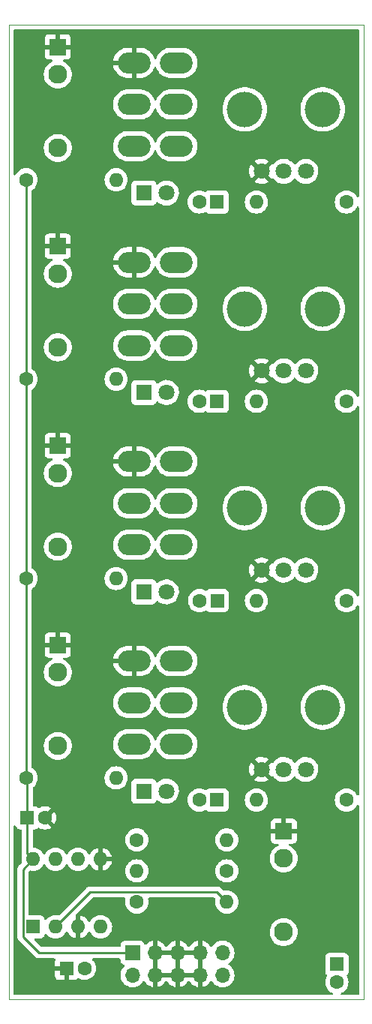
<source format=gbl>
G04 #@! TF.GenerationSoftware,KiCad,Pcbnew,(6.0.0)*
G04 #@! TF.CreationDate,2022-07-06T19:49:16+01:00*
G04 #@! TF.ProjectId,Basic-mixer,42617369-632d-46d6-9978-65722e6b6963,rev?*
G04 #@! TF.SameCoordinates,Original*
G04 #@! TF.FileFunction,Copper,L2,Bot*
G04 #@! TF.FilePolarity,Positive*
%FSLAX46Y46*%
G04 Gerber Fmt 4.6, Leading zero omitted, Abs format (unit mm)*
G04 Created by KiCad (PCBNEW (6.0.0)) date 2022-07-06 19:49:16*
%MOMM*%
%LPD*%
G01*
G04 APERTURE LIST*
G04 #@! TA.AperFunction,Profile*
%ADD10C,0.050000*%
G04 #@! TD*
G04 #@! TA.AperFunction,ComponentPad*
%ADD11C,1.600000*%
G04 #@! TD*
G04 #@! TA.AperFunction,ComponentPad*
%ADD12O,1.600000X1.600000*%
G04 #@! TD*
G04 #@! TA.AperFunction,ComponentPad*
%ADD13R,1.800000X1.800000*%
G04 #@! TD*
G04 #@! TA.AperFunction,ComponentPad*
%ADD14C,1.800000*%
G04 #@! TD*
G04 #@! TA.AperFunction,ComponentPad*
%ADD15O,3.700000X2.400000*%
G04 #@! TD*
G04 #@! TA.AperFunction,ComponentPad*
%ADD16R,1.600000X1.600000*%
G04 #@! TD*
G04 #@! TA.AperFunction,WasherPad*
%ADD17C,4.000000*%
G04 #@! TD*
G04 #@! TA.AperFunction,ComponentPad*
%ADD18R,1.700000X1.700000*%
G04 #@! TD*
G04 #@! TA.AperFunction,ComponentPad*
%ADD19O,1.700000X1.700000*%
G04 #@! TD*
G04 #@! TA.AperFunction,ComponentPad*
%ADD20R,1.930000X1.830000*%
G04 #@! TD*
G04 #@! TA.AperFunction,ComponentPad*
%ADD21C,2.130000*%
G04 #@! TD*
G04 #@! TA.AperFunction,Conductor*
%ADD22C,0.250000*%
G04 #@! TD*
G04 APERTURE END LIST*
D10*
X104999998Y-51000000D02*
X104999999Y-161000000D01*
X64999999Y-161000000D02*
X104999999Y-161000000D01*
X64999999Y-51000000D02*
X104999998Y-51000000D01*
X64999999Y-51000000D02*
X64999999Y-161000000D01*
D11*
X103079999Y-138500000D03*
D12*
X92919999Y-138500000D03*
D13*
X80224999Y-92500000D03*
D14*
X82764999Y-92500000D03*
D11*
X79419999Y-143000000D03*
D12*
X89579999Y-143000000D03*
D15*
X79099999Y-122800000D03*
X79099999Y-127500000D03*
X79099999Y-132200000D03*
X83899999Y-122800000D03*
X83899999Y-127500000D03*
X83899999Y-132200000D03*
D16*
X67044887Y-140500000D03*
D11*
X69044887Y-140500000D03*
D17*
X100399999Y-128050000D03*
X91599999Y-128050000D03*
D14*
X98499999Y-135050000D03*
X95999999Y-135050000D03*
X93499999Y-135050000D03*
D17*
X100399999Y-105550000D03*
X91599999Y-105550000D03*
D14*
X98499999Y-112550000D03*
X95999999Y-112550000D03*
X93499999Y-112550000D03*
D11*
X66919999Y-68500000D03*
D12*
X77079999Y-68500000D03*
D17*
X100399999Y-83050000D03*
X91599999Y-83050000D03*
D14*
X98499999Y-90050000D03*
X95999999Y-90050000D03*
X93499999Y-90050000D03*
D18*
X78924999Y-155725000D03*
D19*
X78924999Y-158265000D03*
X81464999Y-155725000D03*
X81464999Y-158265000D03*
X84004999Y-155725000D03*
X84004999Y-158265000D03*
X86544999Y-155725000D03*
X86544999Y-158265000D03*
X89084999Y-155725000D03*
X89084999Y-158265000D03*
D20*
X95999999Y-142000000D03*
D21*
X95999999Y-153400000D03*
X95999999Y-145100000D03*
D16*
X67699999Y-152800000D03*
D12*
X70239999Y-152800000D03*
X72779999Y-152800000D03*
X75319999Y-152800000D03*
X75319999Y-145180000D03*
X72779999Y-145180000D03*
X70239999Y-145180000D03*
X67699999Y-145180000D03*
D20*
X70499999Y-98500000D03*
D21*
X70499999Y-109900000D03*
X70499999Y-101600000D03*
D13*
X80224999Y-70000000D03*
D14*
X82764999Y-70000000D03*
D20*
X70499999Y-53500000D03*
D21*
X70499999Y-64900000D03*
X70499999Y-56600000D03*
D16*
X88455111Y-138500000D03*
D11*
X86455111Y-138500000D03*
D13*
X80224999Y-115000000D03*
D14*
X82764999Y-115000000D03*
D11*
X66919999Y-136000000D03*
D12*
X77079999Y-136000000D03*
D11*
X89579999Y-146500000D03*
D12*
X79419999Y-146500000D03*
D11*
X66919999Y-113500000D03*
D12*
X77079999Y-113500000D03*
D15*
X79099999Y-100300000D03*
X79099999Y-105000000D03*
X79099999Y-109700000D03*
X83899999Y-100300000D03*
X83899999Y-105000000D03*
X83899999Y-109700000D03*
X79099999Y-77800000D03*
X79099999Y-82500000D03*
X79099999Y-87200000D03*
X83899999Y-77800000D03*
X83899999Y-82500000D03*
X83899999Y-87200000D03*
D20*
X70499999Y-76000000D03*
D21*
X70499999Y-87400000D03*
X70499999Y-79100000D03*
D11*
X103079999Y-71000000D03*
D12*
X92919999Y-71000000D03*
D11*
X79419999Y-150000000D03*
D12*
X89579999Y-150000000D03*
D11*
X103079999Y-93500000D03*
D12*
X92919999Y-93500000D03*
D13*
X80224999Y-137500000D03*
D14*
X82764999Y-137500000D03*
D17*
X91599999Y-60550000D03*
X100399999Y-60550000D03*
D14*
X98499999Y-67550000D03*
X95999999Y-67550000D03*
X93499999Y-67550000D03*
D16*
X101999999Y-157044887D03*
D11*
X101999999Y-159044887D03*
D15*
X79099999Y-55300000D03*
X79099999Y-60000000D03*
X79099999Y-64700000D03*
X83899999Y-55300000D03*
X83899999Y-60000000D03*
X83899999Y-64700000D03*
D11*
X66919999Y-91000000D03*
D12*
X77079999Y-91000000D03*
D16*
X71499999Y-157500000D03*
D11*
X73499999Y-157500000D03*
D16*
X88455111Y-93500000D03*
D11*
X86455111Y-93500000D03*
D16*
X88455112Y-71000000D03*
D11*
X86455112Y-71000000D03*
D20*
X70499999Y-121000000D03*
D21*
X70499999Y-132400000D03*
X70499999Y-124100000D03*
D11*
X103079999Y-116000000D03*
D12*
X92919999Y-116000000D03*
D16*
X88499999Y-116000000D03*
D11*
X86499999Y-116000000D03*
D22*
X74164510Y-148875489D02*
X70239999Y-152800000D01*
X89579999Y-150000000D02*
X88455488Y-148875489D01*
X88455488Y-148875489D02*
X74164510Y-148875489D01*
X67044887Y-140500000D02*
X67044887Y-144524888D01*
X66919999Y-91000000D02*
X66919999Y-68500000D01*
X66919999Y-113500000D02*
X66919999Y-91000000D01*
X66919999Y-136000000D02*
X66919999Y-113500000D01*
X78924999Y-155725000D02*
X68375977Y-155725000D01*
X67044887Y-136124888D02*
X66919999Y-136000000D01*
X67044887Y-140500000D02*
X67044887Y-136124888D01*
X66575488Y-146304511D02*
X67699999Y-145180000D01*
X66575488Y-153924511D02*
X66575488Y-146304511D01*
X67044887Y-144524888D02*
X67699999Y-145180000D01*
X68375977Y-155725000D02*
X66575488Y-153924511D01*
G04 #@! TA.AperFunction,Conductor*
G36*
X104434119Y-51528002D02*
G01*
X104480612Y-51581658D01*
X104491998Y-51634000D01*
X104491998Y-70363518D01*
X104471996Y-70431639D01*
X104418340Y-70478132D01*
X104348066Y-70488236D01*
X104283486Y-70458742D01*
X104251803Y-70416767D01*
X104219850Y-70348242D01*
X104219846Y-70348236D01*
X104217522Y-70343251D01*
X104086197Y-70155700D01*
X103924299Y-69993802D01*
X103919791Y-69990645D01*
X103919788Y-69990643D01*
X103841610Y-69935902D01*
X103736748Y-69862477D01*
X103731766Y-69860154D01*
X103731761Y-69860151D01*
X103534224Y-69768039D01*
X103534223Y-69768039D01*
X103529242Y-69765716D01*
X103523934Y-69764294D01*
X103523932Y-69764293D01*
X103313401Y-69707881D01*
X103313399Y-69707881D01*
X103308086Y-69706457D01*
X103079999Y-69686502D01*
X102851912Y-69706457D01*
X102846599Y-69707881D01*
X102846597Y-69707881D01*
X102636066Y-69764293D01*
X102636064Y-69764294D01*
X102630756Y-69765716D01*
X102625775Y-69768039D01*
X102625774Y-69768039D01*
X102428237Y-69860151D01*
X102428232Y-69860154D01*
X102423250Y-69862477D01*
X102318388Y-69935902D01*
X102240210Y-69990643D01*
X102240207Y-69990645D01*
X102235699Y-69993802D01*
X102073801Y-70155700D01*
X101942476Y-70343251D01*
X101940153Y-70348233D01*
X101940150Y-70348238D01*
X101857762Y-70524922D01*
X101845715Y-70550757D01*
X101844293Y-70556065D01*
X101844292Y-70556067D01*
X101787880Y-70766598D01*
X101786456Y-70771913D01*
X101766501Y-71000000D01*
X101786456Y-71228087D01*
X101787880Y-71233400D01*
X101787880Y-71233402D01*
X101835526Y-71411216D01*
X101845715Y-71449243D01*
X101848038Y-71454224D01*
X101848038Y-71454225D01*
X101940150Y-71651762D01*
X101940153Y-71651767D01*
X101942476Y-71656749D01*
X102073801Y-71844300D01*
X102235699Y-72006198D01*
X102240207Y-72009355D01*
X102240210Y-72009357D01*
X102281541Y-72038297D01*
X102423250Y-72137523D01*
X102428232Y-72139846D01*
X102428237Y-72139849D01*
X102625774Y-72231961D01*
X102630756Y-72234284D01*
X102636064Y-72235706D01*
X102636066Y-72235707D01*
X102846597Y-72292119D01*
X102846599Y-72292119D01*
X102851912Y-72293543D01*
X103079999Y-72313498D01*
X103308086Y-72293543D01*
X103313399Y-72292119D01*
X103313401Y-72292119D01*
X103523932Y-72235707D01*
X103523934Y-72235706D01*
X103529242Y-72234284D01*
X103534224Y-72231961D01*
X103731761Y-72139849D01*
X103731766Y-72139846D01*
X103736748Y-72137523D01*
X103878457Y-72038297D01*
X103919788Y-72009357D01*
X103919791Y-72009355D01*
X103924299Y-72006198D01*
X104086197Y-71844300D01*
X104217522Y-71656749D01*
X104219846Y-71651764D01*
X104219850Y-71651758D01*
X104251803Y-71583233D01*
X104298720Y-71529947D01*
X104366997Y-71510486D01*
X104434957Y-71531027D01*
X104481023Y-71585050D01*
X104491998Y-71636482D01*
X104491998Y-92863518D01*
X104471996Y-92931639D01*
X104418340Y-92978132D01*
X104348066Y-92988236D01*
X104283486Y-92958742D01*
X104251803Y-92916767D01*
X104219850Y-92848242D01*
X104219846Y-92848236D01*
X104217522Y-92843251D01*
X104086197Y-92655700D01*
X103924299Y-92493802D01*
X103919791Y-92490645D01*
X103919788Y-92490643D01*
X103841610Y-92435902D01*
X103736748Y-92362477D01*
X103731766Y-92360154D01*
X103731761Y-92360151D01*
X103534224Y-92268039D01*
X103534223Y-92268039D01*
X103529242Y-92265716D01*
X103523934Y-92264294D01*
X103523932Y-92264293D01*
X103313401Y-92207881D01*
X103313399Y-92207881D01*
X103308086Y-92206457D01*
X103079999Y-92186502D01*
X102851912Y-92206457D01*
X102846599Y-92207881D01*
X102846597Y-92207881D01*
X102636066Y-92264293D01*
X102636064Y-92264294D01*
X102630756Y-92265716D01*
X102625775Y-92268039D01*
X102625774Y-92268039D01*
X102428237Y-92360151D01*
X102428232Y-92360154D01*
X102423250Y-92362477D01*
X102318388Y-92435902D01*
X102240210Y-92490643D01*
X102240207Y-92490645D01*
X102235699Y-92493802D01*
X102073801Y-92655700D01*
X101942476Y-92843251D01*
X101940153Y-92848233D01*
X101940150Y-92848238D01*
X101857762Y-93024922D01*
X101845715Y-93050757D01*
X101844293Y-93056065D01*
X101844292Y-93056067D01*
X101787880Y-93266598D01*
X101786456Y-93271913D01*
X101766501Y-93500000D01*
X101786456Y-93728087D01*
X101787880Y-93733400D01*
X101787880Y-93733402D01*
X101835526Y-93911216D01*
X101845715Y-93949243D01*
X101848038Y-93954224D01*
X101848038Y-93954225D01*
X101940150Y-94151762D01*
X101940153Y-94151767D01*
X101942476Y-94156749D01*
X102073801Y-94344300D01*
X102235699Y-94506198D01*
X102240207Y-94509355D01*
X102240210Y-94509357D01*
X102281541Y-94538297D01*
X102423250Y-94637523D01*
X102428232Y-94639846D01*
X102428237Y-94639849D01*
X102625774Y-94731961D01*
X102630756Y-94734284D01*
X102636064Y-94735706D01*
X102636066Y-94735707D01*
X102846597Y-94792119D01*
X102846599Y-94792119D01*
X102851912Y-94793543D01*
X103079999Y-94813498D01*
X103308086Y-94793543D01*
X103313399Y-94792119D01*
X103313401Y-94792119D01*
X103523932Y-94735707D01*
X103523934Y-94735706D01*
X103529242Y-94734284D01*
X103534224Y-94731961D01*
X103731761Y-94639849D01*
X103731766Y-94639846D01*
X103736748Y-94637523D01*
X103878457Y-94538297D01*
X103919788Y-94509357D01*
X103919791Y-94509355D01*
X103924299Y-94506198D01*
X104086197Y-94344300D01*
X104217522Y-94156749D01*
X104219846Y-94151764D01*
X104219850Y-94151758D01*
X104251803Y-94083233D01*
X104298720Y-94029947D01*
X104366997Y-94010486D01*
X104434957Y-94031027D01*
X104481023Y-94085050D01*
X104491998Y-94136482D01*
X104491999Y-105906812D01*
X104491999Y-115363519D01*
X104471997Y-115431640D01*
X104418341Y-115478133D01*
X104348067Y-115488237D01*
X104283487Y-115458743D01*
X104251804Y-115416769D01*
X104219848Y-115348238D01*
X104219845Y-115348233D01*
X104217522Y-115343251D01*
X104086197Y-115155700D01*
X103924299Y-114993802D01*
X103919791Y-114990645D01*
X103919788Y-114990643D01*
X103841610Y-114935902D01*
X103736748Y-114862477D01*
X103731766Y-114860154D01*
X103731761Y-114860151D01*
X103534224Y-114768039D01*
X103534223Y-114768039D01*
X103529242Y-114765716D01*
X103523934Y-114764294D01*
X103523932Y-114764293D01*
X103313401Y-114707881D01*
X103313399Y-114707881D01*
X103308086Y-114706457D01*
X103079999Y-114686502D01*
X102851912Y-114706457D01*
X102846599Y-114707881D01*
X102846597Y-114707881D01*
X102636066Y-114764293D01*
X102636064Y-114764294D01*
X102630756Y-114765716D01*
X102625775Y-114768039D01*
X102625774Y-114768039D01*
X102428237Y-114860151D01*
X102428232Y-114860154D01*
X102423250Y-114862477D01*
X102318388Y-114935902D01*
X102240210Y-114990643D01*
X102240207Y-114990645D01*
X102235699Y-114993802D01*
X102073801Y-115155700D01*
X101942476Y-115343251D01*
X101940153Y-115348233D01*
X101940150Y-115348238D01*
X101857762Y-115524922D01*
X101845715Y-115550757D01*
X101844293Y-115556065D01*
X101844292Y-115556067D01*
X101787880Y-115766598D01*
X101786456Y-115771913D01*
X101766501Y-116000000D01*
X101786456Y-116228087D01*
X101787880Y-116233400D01*
X101787880Y-116233402D01*
X101835526Y-116411216D01*
X101845715Y-116449243D01*
X101848038Y-116454224D01*
X101848038Y-116454225D01*
X101940150Y-116651762D01*
X101940153Y-116651767D01*
X101942476Y-116656749D01*
X102073801Y-116844300D01*
X102235699Y-117006198D01*
X102240207Y-117009355D01*
X102240210Y-117009357D01*
X102281541Y-117038297D01*
X102423250Y-117137523D01*
X102428232Y-117139846D01*
X102428237Y-117139849D01*
X102625774Y-117231961D01*
X102630756Y-117234284D01*
X102636064Y-117235706D01*
X102636066Y-117235707D01*
X102846597Y-117292119D01*
X102846599Y-117292119D01*
X102851912Y-117293543D01*
X103079999Y-117313498D01*
X103308086Y-117293543D01*
X103313399Y-117292119D01*
X103313401Y-117292119D01*
X103523932Y-117235707D01*
X103523934Y-117235706D01*
X103529242Y-117234284D01*
X103534224Y-117231961D01*
X103731761Y-117139849D01*
X103731766Y-117139846D01*
X103736748Y-117137523D01*
X103878457Y-117038297D01*
X103919788Y-117009357D01*
X103919791Y-117009355D01*
X103924299Y-117006198D01*
X104086197Y-116844300D01*
X104217522Y-116656749D01*
X104219845Y-116651767D01*
X104219848Y-116651762D01*
X104251804Y-116583231D01*
X104298721Y-116529946D01*
X104366999Y-116510485D01*
X104434958Y-116531027D01*
X104481024Y-116585050D01*
X104491999Y-116636481D01*
X104491999Y-137863519D01*
X104471997Y-137931640D01*
X104418341Y-137978133D01*
X104348067Y-137988237D01*
X104283487Y-137958743D01*
X104251804Y-137916769D01*
X104219848Y-137848238D01*
X104219845Y-137848233D01*
X104217522Y-137843251D01*
X104086197Y-137655700D01*
X103924299Y-137493802D01*
X103919791Y-137490645D01*
X103919788Y-137490643D01*
X103841610Y-137435902D01*
X103736748Y-137362477D01*
X103731766Y-137360154D01*
X103731761Y-137360151D01*
X103534224Y-137268039D01*
X103534223Y-137268039D01*
X103529242Y-137265716D01*
X103523934Y-137264294D01*
X103523932Y-137264293D01*
X103313401Y-137207881D01*
X103313399Y-137207881D01*
X103308086Y-137206457D01*
X103079999Y-137186502D01*
X102851912Y-137206457D01*
X102846599Y-137207881D01*
X102846597Y-137207881D01*
X102636066Y-137264293D01*
X102636064Y-137264294D01*
X102630756Y-137265716D01*
X102625775Y-137268039D01*
X102625774Y-137268039D01*
X102428237Y-137360151D01*
X102428232Y-137360154D01*
X102423250Y-137362477D01*
X102318388Y-137435902D01*
X102240210Y-137490643D01*
X102240207Y-137490645D01*
X102235699Y-137493802D01*
X102073801Y-137655700D01*
X101942476Y-137843251D01*
X101940153Y-137848233D01*
X101940150Y-137848238D01*
X101857762Y-138024922D01*
X101845715Y-138050757D01*
X101844293Y-138056065D01*
X101844292Y-138056067D01*
X101787880Y-138266598D01*
X101786456Y-138271913D01*
X101766501Y-138500000D01*
X101786456Y-138728087D01*
X101787880Y-138733400D01*
X101787880Y-138733402D01*
X101835526Y-138911216D01*
X101845715Y-138949243D01*
X101848038Y-138954224D01*
X101848038Y-138954225D01*
X101940150Y-139151762D01*
X101940153Y-139151767D01*
X101942476Y-139156749D01*
X101977293Y-139206472D01*
X102068507Y-139336739D01*
X102073801Y-139344300D01*
X102235699Y-139506198D01*
X102240207Y-139509355D01*
X102240210Y-139509357D01*
X102258089Y-139521876D01*
X102423250Y-139637523D01*
X102428232Y-139639846D01*
X102428237Y-139639849D01*
X102625774Y-139731961D01*
X102630756Y-139734284D01*
X102636064Y-139735706D01*
X102636066Y-139735707D01*
X102846597Y-139792119D01*
X102846599Y-139792119D01*
X102851912Y-139793543D01*
X103079999Y-139813498D01*
X103308086Y-139793543D01*
X103313399Y-139792119D01*
X103313401Y-139792119D01*
X103523932Y-139735707D01*
X103523934Y-139735706D01*
X103529242Y-139734284D01*
X103534224Y-139731961D01*
X103731761Y-139639849D01*
X103731766Y-139639846D01*
X103736748Y-139637523D01*
X103901909Y-139521876D01*
X103919788Y-139509357D01*
X103919791Y-139509355D01*
X103924299Y-139506198D01*
X104086197Y-139344300D01*
X104091492Y-139336739D01*
X104182705Y-139206472D01*
X104217522Y-139156749D01*
X104219845Y-139151767D01*
X104219848Y-139151762D01*
X104251804Y-139083231D01*
X104298721Y-139029946D01*
X104366999Y-139010485D01*
X104434958Y-139031027D01*
X104481024Y-139085050D01*
X104491999Y-139136481D01*
X104491999Y-160366000D01*
X104471997Y-160434121D01*
X104418341Y-160480614D01*
X104365999Y-160492000D01*
X102561179Y-160492000D01*
X102493058Y-160471998D01*
X102446565Y-160418342D01*
X102436461Y-160348068D01*
X102465955Y-160283488D01*
X102507929Y-160251805D01*
X102651761Y-160184736D01*
X102651766Y-160184733D01*
X102656748Y-160182410D01*
X102761610Y-160108985D01*
X102839788Y-160054244D01*
X102839791Y-160054242D01*
X102844299Y-160051085D01*
X103006197Y-159889187D01*
X103137522Y-159701636D01*
X103139845Y-159696654D01*
X103139848Y-159696649D01*
X103231960Y-159499112D01*
X103231960Y-159499111D01*
X103234283Y-159494130D01*
X103250807Y-159432464D01*
X103292118Y-159278289D01*
X103292118Y-159278287D01*
X103293542Y-159272974D01*
X103313497Y-159044887D01*
X103293542Y-158816800D01*
X103289985Y-158803525D01*
X103235706Y-158600954D01*
X103235705Y-158600952D01*
X103234283Y-158595644D01*
X103204861Y-158532548D01*
X103139848Y-158393125D01*
X103139845Y-158393120D01*
X103137522Y-158388138D01*
X103133704Y-158382685D01*
X103133540Y-158382201D01*
X103131616Y-158378868D01*
X103132286Y-158378481D01*
X103111011Y-158315413D01*
X103128292Y-158246552D01*
X103151001Y-158221150D01*
X103149730Y-158219879D01*
X103156080Y-158213529D01*
X103163260Y-158208148D01*
X103250614Y-158091592D01*
X103301744Y-157955203D01*
X103308499Y-157893021D01*
X103308499Y-156196753D01*
X103301744Y-156134571D01*
X103250614Y-155998182D01*
X103163260Y-155881626D01*
X103046704Y-155794272D01*
X102910315Y-155743142D01*
X102848133Y-155736387D01*
X101151865Y-155736387D01*
X101089683Y-155743142D01*
X100953294Y-155794272D01*
X100836738Y-155881626D01*
X100749384Y-155998182D01*
X100698254Y-156134571D01*
X100691499Y-156196753D01*
X100691499Y-157893021D01*
X100698254Y-157955203D01*
X100749384Y-158091592D01*
X100836738Y-158208148D01*
X100843918Y-158213529D01*
X100850268Y-158219879D01*
X100848028Y-158222119D01*
X100881170Y-158266452D01*
X100886189Y-158337271D01*
X100868050Y-158378677D01*
X100868382Y-158378868D01*
X100866660Y-158381851D01*
X100866295Y-158382684D01*
X100862476Y-158388138D01*
X100860153Y-158393120D01*
X100860150Y-158393125D01*
X100795137Y-158532548D01*
X100765715Y-158595644D01*
X100764293Y-158600952D01*
X100764292Y-158600954D01*
X100710013Y-158803525D01*
X100706456Y-158816800D01*
X100686501Y-159044887D01*
X100706456Y-159272974D01*
X100707880Y-159278287D01*
X100707880Y-159278289D01*
X100749192Y-159432464D01*
X100765715Y-159494130D01*
X100768038Y-159499111D01*
X100768038Y-159499112D01*
X100860150Y-159696649D01*
X100860153Y-159696654D01*
X100862476Y-159701636D01*
X100993801Y-159889187D01*
X101155699Y-160051085D01*
X101160207Y-160054242D01*
X101160210Y-160054244D01*
X101238388Y-160108985D01*
X101343250Y-160182410D01*
X101348232Y-160184733D01*
X101348237Y-160184736D01*
X101492069Y-160251805D01*
X101545354Y-160298722D01*
X101564815Y-160366999D01*
X101544273Y-160434959D01*
X101490251Y-160481025D01*
X101438819Y-160492000D01*
X65633999Y-160492000D01*
X65565878Y-160471998D01*
X65519385Y-160418342D01*
X65507999Y-160366000D01*
X65507999Y-158344669D01*
X70192000Y-158344669D01*
X70192370Y-158351490D01*
X70197894Y-158402352D01*
X70201520Y-158417604D01*
X70246675Y-158538054D01*
X70255213Y-158553649D01*
X70331714Y-158655724D01*
X70344275Y-158668285D01*
X70446350Y-158744786D01*
X70461945Y-158753324D01*
X70582393Y-158798478D01*
X70597648Y-158802105D01*
X70648513Y-158807631D01*
X70655327Y-158808000D01*
X71227884Y-158808000D01*
X71243123Y-158803525D01*
X71244328Y-158802135D01*
X71245999Y-158794452D01*
X71245999Y-157772115D01*
X71241524Y-157756876D01*
X71240134Y-157755671D01*
X71232451Y-157754000D01*
X70210115Y-157754000D01*
X70194876Y-157758475D01*
X70193671Y-157759865D01*
X70192000Y-157767548D01*
X70192000Y-158344669D01*
X65507999Y-158344669D01*
X65507999Y-141478124D01*
X65528001Y-141410003D01*
X65581657Y-141363510D01*
X65651931Y-141353406D01*
X65716511Y-141382900D01*
X65751981Y-141433894D01*
X65794272Y-141546705D01*
X65881626Y-141663261D01*
X65998182Y-141750615D01*
X66134571Y-141801745D01*
X66196753Y-141808500D01*
X66285387Y-141808500D01*
X66353508Y-141828502D01*
X66400001Y-141882158D01*
X66411387Y-141934500D01*
X66411387Y-144446121D01*
X66410860Y-144457304D01*
X66409185Y-144464797D01*
X66409434Y-144472723D01*
X66409434Y-144472724D01*
X66411325Y-144532874D01*
X66411387Y-144536833D01*
X66411387Y-144564744D01*
X66411884Y-144568678D01*
X66411884Y-144568679D01*
X66411892Y-144568744D01*
X66412825Y-144580581D01*
X66414214Y-144624777D01*
X66419865Y-144644227D01*
X66423874Y-144663588D01*
X66426413Y-144683685D01*
X66429331Y-144691055D01*
X66442034Y-144723139D01*
X66448513Y-144793839D01*
X66446589Y-144802134D01*
X66414464Y-144922027D01*
X66406456Y-144951913D01*
X66386501Y-145180000D01*
X66406456Y-145408087D01*
X66407878Y-145413392D01*
X66407880Y-145413406D01*
X66423458Y-145471539D01*
X66421770Y-145542516D01*
X66390847Y-145593248D01*
X66183230Y-145800864D01*
X66174951Y-145808398D01*
X66168470Y-145812511D01*
X66121845Y-145862162D01*
X66119090Y-145865004D01*
X66099353Y-145884741D01*
X66096873Y-145887938D01*
X66089170Y-145896958D01*
X66058902Y-145929190D01*
X66055083Y-145936136D01*
X66055081Y-145936139D01*
X66049140Y-145946945D01*
X66038289Y-145963464D01*
X66025874Y-145979470D01*
X66022729Y-145986739D01*
X66022726Y-145986743D01*
X66008314Y-146020048D01*
X66003097Y-146030698D01*
X65981793Y-146069451D01*
X65979822Y-146077126D01*
X65979822Y-146077127D01*
X65976755Y-146089073D01*
X65970351Y-146107777D01*
X65962307Y-146126366D01*
X65961068Y-146134189D01*
X65961065Y-146134199D01*
X65955389Y-146170035D01*
X65952983Y-146181655D01*
X65951006Y-146189357D01*
X65941988Y-146224481D01*
X65941988Y-146244735D01*
X65940437Y-146264445D01*
X65937268Y-146284454D01*
X65938014Y-146292346D01*
X65941429Y-146328472D01*
X65941988Y-146340330D01*
X65941988Y-153845744D01*
X65941461Y-153856927D01*
X65939786Y-153864420D01*
X65940035Y-153872346D01*
X65940035Y-153872347D01*
X65941926Y-153932497D01*
X65941988Y-153936456D01*
X65941988Y-153964367D01*
X65942485Y-153968301D01*
X65942485Y-153968302D01*
X65942493Y-153968367D01*
X65943426Y-153980204D01*
X65944815Y-154024400D01*
X65950466Y-154043850D01*
X65954475Y-154063211D01*
X65957014Y-154083308D01*
X65959933Y-154090679D01*
X65959933Y-154090681D01*
X65973292Y-154124423D01*
X65977137Y-154135653D01*
X65989470Y-154178104D01*
X65993503Y-154184923D01*
X65993505Y-154184928D01*
X65999781Y-154195539D01*
X66008476Y-154213287D01*
X66015936Y-154232128D01*
X66020598Y-154238544D01*
X66020598Y-154238545D01*
X66041924Y-154267898D01*
X66048440Y-154277818D01*
X66070946Y-154315873D01*
X66085267Y-154330194D01*
X66098107Y-154345227D01*
X66110016Y-154361618D01*
X66118698Y-154368800D01*
X66144093Y-154389809D01*
X66152872Y-154397799D01*
X67872325Y-156117253D01*
X67879865Y-156125539D01*
X67883977Y-156132018D01*
X67889754Y-156137443D01*
X67933628Y-156178643D01*
X67936470Y-156181398D01*
X67956207Y-156201135D01*
X67959404Y-156203615D01*
X67968424Y-156211318D01*
X68000656Y-156241586D01*
X68007602Y-156245405D01*
X68007605Y-156245407D01*
X68018411Y-156251348D01*
X68034930Y-156262199D01*
X68050936Y-156274614D01*
X68058205Y-156277759D01*
X68058209Y-156277762D01*
X68091514Y-156292174D01*
X68102164Y-156297391D01*
X68140917Y-156318695D01*
X68148592Y-156320666D01*
X68148593Y-156320666D01*
X68160539Y-156323733D01*
X68179244Y-156330137D01*
X68197832Y-156338181D01*
X68205655Y-156339420D01*
X68205665Y-156339423D01*
X68241501Y-156345099D01*
X68253121Y-156347505D01*
X68288266Y-156356528D01*
X68295947Y-156358500D01*
X68316201Y-156358500D01*
X68335911Y-156360051D01*
X68355920Y-156363220D01*
X68363812Y-156362474D01*
X68399938Y-156359059D01*
X68411796Y-156358500D01*
X70103657Y-156358500D01*
X70171778Y-156378502D01*
X70218271Y-156432158D01*
X70228375Y-156502432D01*
X70221639Y-156528730D01*
X70201521Y-156582395D01*
X70197894Y-156597649D01*
X70192368Y-156648514D01*
X70191999Y-156655328D01*
X70191999Y-157227885D01*
X70196474Y-157243124D01*
X70197864Y-157244329D01*
X70205547Y-157246000D01*
X71627999Y-157246000D01*
X71696120Y-157266002D01*
X71742613Y-157319658D01*
X71753999Y-157372000D01*
X71753999Y-158789884D01*
X71758474Y-158805123D01*
X71759864Y-158806328D01*
X71767547Y-158807999D01*
X72344668Y-158807999D01*
X72351489Y-158807629D01*
X72402351Y-158802105D01*
X72417603Y-158798479D01*
X72538053Y-158753324D01*
X72553648Y-158744786D01*
X72655723Y-158668285D01*
X72674635Y-158649373D01*
X72676893Y-158651631D01*
X72721153Y-158618543D01*
X72791972Y-158613524D01*
X72833839Y-158631861D01*
X72833980Y-158631617D01*
X72836176Y-158632885D01*
X72837375Y-158633410D01*
X72838737Y-158634363D01*
X72843250Y-158637523D01*
X72848232Y-158639846D01*
X72848237Y-158639849D01*
X73045774Y-158731961D01*
X73050756Y-158734284D01*
X73056064Y-158735706D01*
X73056066Y-158735707D01*
X73266597Y-158792119D01*
X73266599Y-158792119D01*
X73271912Y-158793543D01*
X73499999Y-158813498D01*
X73728086Y-158793543D01*
X73733399Y-158792119D01*
X73733401Y-158792119D01*
X73943932Y-158735707D01*
X73943934Y-158735706D01*
X73949242Y-158734284D01*
X73954224Y-158731961D01*
X74151761Y-158639849D01*
X74151766Y-158639846D01*
X74156748Y-158637523D01*
X74276532Y-158553649D01*
X74339788Y-158509357D01*
X74339791Y-158509355D01*
X74344299Y-158506198D01*
X74506197Y-158344300D01*
X74512774Y-158334908D01*
X74634365Y-158161257D01*
X74637522Y-158156749D01*
X74639845Y-158151767D01*
X74639848Y-158151762D01*
X74731960Y-157954225D01*
X74731960Y-157954224D01*
X74734283Y-157949243D01*
X74750264Y-157889604D01*
X74792118Y-157733402D01*
X74792118Y-157733400D01*
X74793542Y-157728087D01*
X74813497Y-157500000D01*
X74793542Y-157271913D01*
X74787603Y-157249748D01*
X74735706Y-157056067D01*
X74735705Y-157056065D01*
X74734283Y-157050757D01*
X74731960Y-157045775D01*
X74639848Y-156848238D01*
X74639845Y-156848233D01*
X74637522Y-156843251D01*
X74532115Y-156692715D01*
X74509356Y-156660211D01*
X74509354Y-156660208D01*
X74506197Y-156655700D01*
X74424092Y-156573595D01*
X74390066Y-156511283D01*
X74395131Y-156440468D01*
X74437678Y-156383632D01*
X74504198Y-156358821D01*
X74513187Y-156358500D01*
X77440499Y-156358500D01*
X77508620Y-156378502D01*
X77555113Y-156432158D01*
X77566499Y-156484500D01*
X77566499Y-156623134D01*
X77573254Y-156685316D01*
X77624384Y-156821705D01*
X77711738Y-156938261D01*
X77828294Y-157025615D01*
X77836703Y-157028767D01*
X77836704Y-157028768D01*
X77945450Y-157069535D01*
X78002215Y-157112176D01*
X78026915Y-157178738D01*
X78011708Y-157248087D01*
X77992315Y-157274568D01*
X77865628Y-157407138D01*
X77862714Y-157411410D01*
X77862713Y-157411411D01*
X77850408Y-157429450D01*
X77739742Y-157591680D01*
X77724002Y-157625590D01*
X77662319Y-157758475D01*
X77645687Y-157794305D01*
X77585988Y-158009570D01*
X77562250Y-158231695D01*
X77562547Y-158236848D01*
X77562547Y-158236851D01*
X77568764Y-158344669D01*
X77575109Y-158454715D01*
X77576246Y-158459761D01*
X77576247Y-158459767D01*
X77596118Y-158547939D01*
X77624221Y-158672639D01*
X77708265Y-158879616D01*
X77735685Y-158924362D01*
X77822290Y-159065688D01*
X77824986Y-159070088D01*
X77971249Y-159238938D01*
X78143125Y-159381632D01*
X78335999Y-159494338D01*
X78544691Y-159574030D01*
X78549759Y-159575061D01*
X78549762Y-159575062D01*
X78644861Y-159594410D01*
X78763596Y-159618567D01*
X78768771Y-159618757D01*
X78768773Y-159618757D01*
X78981672Y-159626564D01*
X78981676Y-159626564D01*
X78986836Y-159626753D01*
X78991956Y-159626097D01*
X78991958Y-159626097D01*
X79203287Y-159599025D01*
X79203288Y-159599025D01*
X79208415Y-159598368D01*
X79213365Y-159596883D01*
X79417428Y-159535661D01*
X79417433Y-159535659D01*
X79422383Y-159534174D01*
X79622993Y-159435896D01*
X79804859Y-159306173D01*
X79843674Y-159267494D01*
X79959434Y-159152137D01*
X79963095Y-159148489D01*
X80022593Y-159065689D01*
X80093452Y-158967077D01*
X80094639Y-158967930D01*
X80141959Y-158924362D01*
X80211896Y-158912145D01*
X80277337Y-158939678D01*
X80305165Y-158971511D01*
X80362693Y-159065388D01*
X80368776Y-159073699D01*
X80508212Y-159234667D01*
X80515579Y-159241883D01*
X80679433Y-159377916D01*
X80687880Y-159383831D01*
X80871755Y-159491279D01*
X80881041Y-159495729D01*
X81080000Y-159571703D01*
X81089898Y-159574579D01*
X81193249Y-159595606D01*
X81207298Y-159594410D01*
X81210999Y-159584065D01*
X81210999Y-159583517D01*
X81718999Y-159583517D01*
X81723063Y-159597359D01*
X81736477Y-159599393D01*
X81743183Y-159598534D01*
X81753261Y-159596392D01*
X81957254Y-159535191D01*
X81966841Y-159531433D01*
X82158094Y-159437739D01*
X82166944Y-159432464D01*
X82340327Y-159308792D01*
X82348199Y-159302139D01*
X82499051Y-159151812D01*
X82505729Y-159143965D01*
X82633021Y-158966819D01*
X82634146Y-158967627D01*
X82681668Y-158923876D01*
X82751606Y-158911661D01*
X82817045Y-158939197D01*
X82844869Y-158971028D01*
X82902689Y-159065383D01*
X82908776Y-159073699D01*
X83048212Y-159234667D01*
X83055579Y-159241883D01*
X83219433Y-159377916D01*
X83227880Y-159383831D01*
X83411755Y-159491279D01*
X83421041Y-159495729D01*
X83620000Y-159571703D01*
X83629898Y-159574579D01*
X83733249Y-159595606D01*
X83747298Y-159594410D01*
X83750999Y-159584065D01*
X83750999Y-159583517D01*
X84258999Y-159583517D01*
X84263063Y-159597359D01*
X84276477Y-159599393D01*
X84283183Y-159598534D01*
X84293261Y-159596392D01*
X84497254Y-159535191D01*
X84506841Y-159531433D01*
X84698094Y-159437739D01*
X84706944Y-159432464D01*
X84880327Y-159308792D01*
X84888199Y-159302139D01*
X85039051Y-159151812D01*
X85045729Y-159143965D01*
X85173021Y-158966819D01*
X85174146Y-158967627D01*
X85221668Y-158923876D01*
X85291606Y-158911661D01*
X85357045Y-158939197D01*
X85384869Y-158971028D01*
X85442689Y-159065383D01*
X85448776Y-159073699D01*
X85588212Y-159234667D01*
X85595579Y-159241883D01*
X85759433Y-159377916D01*
X85767880Y-159383831D01*
X85951755Y-159491279D01*
X85961041Y-159495729D01*
X86160000Y-159571703D01*
X86169898Y-159574579D01*
X86273249Y-159595606D01*
X86287298Y-159594410D01*
X86290999Y-159584065D01*
X86290999Y-159583517D01*
X86798999Y-159583517D01*
X86803063Y-159597359D01*
X86816477Y-159599393D01*
X86823183Y-159598534D01*
X86833261Y-159596392D01*
X87037254Y-159535191D01*
X87046841Y-159531433D01*
X87238094Y-159437739D01*
X87246944Y-159432464D01*
X87420327Y-159308792D01*
X87428199Y-159302139D01*
X87579051Y-159151812D01*
X87585729Y-159143965D01*
X87713021Y-158966819D01*
X87714278Y-158967722D01*
X87761372Y-158924362D01*
X87831310Y-158912145D01*
X87896750Y-158939678D01*
X87924578Y-158971511D01*
X87984986Y-159070088D01*
X88131249Y-159238938D01*
X88303125Y-159381632D01*
X88495999Y-159494338D01*
X88704691Y-159574030D01*
X88709759Y-159575061D01*
X88709762Y-159575062D01*
X88804861Y-159594410D01*
X88923596Y-159618567D01*
X88928771Y-159618757D01*
X88928773Y-159618757D01*
X89141672Y-159626564D01*
X89141676Y-159626564D01*
X89146836Y-159626753D01*
X89151956Y-159626097D01*
X89151958Y-159626097D01*
X89363287Y-159599025D01*
X89363288Y-159599025D01*
X89368415Y-159598368D01*
X89373365Y-159596883D01*
X89577428Y-159535661D01*
X89577433Y-159535659D01*
X89582383Y-159534174D01*
X89782993Y-159435896D01*
X89964859Y-159306173D01*
X90003674Y-159267494D01*
X90119434Y-159152137D01*
X90123095Y-159148489D01*
X90182593Y-159065689D01*
X90250434Y-158971277D01*
X90253452Y-158967077D01*
X90266994Y-158939678D01*
X90350135Y-158771453D01*
X90350136Y-158771451D01*
X90352429Y-158766811D01*
X90417369Y-158553069D01*
X90446528Y-158331590D01*
X90446923Y-158315413D01*
X90448073Y-158268365D01*
X90448073Y-158268361D01*
X90448155Y-158265000D01*
X90429851Y-158042361D01*
X90375430Y-157825702D01*
X90286353Y-157620840D01*
X90165013Y-157433277D01*
X90014669Y-157268051D01*
X90010618Y-157264852D01*
X90010614Y-157264848D01*
X89843413Y-157132800D01*
X89843409Y-157132798D01*
X89839358Y-157129598D01*
X89798052Y-157106796D01*
X89748083Y-157056364D01*
X89733311Y-156986921D01*
X89758427Y-156920516D01*
X89785779Y-156893909D01*
X89849807Y-156848238D01*
X89964859Y-156766173D01*
X90123095Y-156608489D01*
X90205506Y-156493802D01*
X90250434Y-156431277D01*
X90253452Y-156427077D01*
X90266994Y-156399678D01*
X90350135Y-156231453D01*
X90350136Y-156231451D01*
X90352429Y-156226811D01*
X90417369Y-156013069D01*
X90446528Y-155791590D01*
X90448155Y-155725000D01*
X90429851Y-155502361D01*
X90375430Y-155285702D01*
X90286353Y-155080840D01*
X90211736Y-154965500D01*
X90167821Y-154897617D01*
X90167819Y-154897614D01*
X90165013Y-154893277D01*
X90014669Y-154728051D01*
X90010618Y-154724852D01*
X90010614Y-154724848D01*
X89843413Y-154592800D01*
X89843409Y-154592798D01*
X89839358Y-154589598D01*
X89803027Y-154569542D01*
X89711978Y-154519281D01*
X89643788Y-154481638D01*
X89638919Y-154479914D01*
X89638915Y-154479912D01*
X89438086Y-154408795D01*
X89438082Y-154408794D01*
X89433211Y-154407069D01*
X89428118Y-154406162D01*
X89428115Y-154406161D01*
X89218372Y-154368800D01*
X89218366Y-154368799D01*
X89213283Y-154367894D01*
X89139451Y-154366992D01*
X88995080Y-154365228D01*
X88995078Y-154365228D01*
X88989910Y-154365165D01*
X88769090Y-154398955D01*
X88556755Y-154468357D01*
X88358606Y-154571507D01*
X88354473Y-154574610D01*
X88354470Y-154574612D01*
X88218202Y-154676925D01*
X88179964Y-154705635D01*
X88025628Y-154867138D01*
X88022714Y-154871410D01*
X88022713Y-154871411D01*
X87971152Y-154946997D01*
X87919336Y-155022957D01*
X87917897Y-155025066D01*
X87862986Y-155070069D01*
X87792461Y-155078240D01*
X87728714Y-155046986D01*
X87708017Y-155022502D01*
X87627425Y-154897926D01*
X87621135Y-154889757D01*
X87477805Y-154732240D01*
X87470272Y-154725215D01*
X87303138Y-154593222D01*
X87294551Y-154587517D01*
X87108116Y-154484599D01*
X87098704Y-154480369D01*
X86897958Y-154409280D01*
X86887987Y-154406646D01*
X86816836Y-154393972D01*
X86803539Y-154395432D01*
X86798999Y-154409989D01*
X86798999Y-159583517D01*
X86290999Y-159583517D01*
X86290999Y-158537115D01*
X86286524Y-158521876D01*
X86285134Y-158520671D01*
X86277451Y-158519000D01*
X84277114Y-158519000D01*
X84261875Y-158523475D01*
X84260670Y-158524865D01*
X84258999Y-158532548D01*
X84258999Y-159583517D01*
X83750999Y-159583517D01*
X83750999Y-158537115D01*
X83746524Y-158521876D01*
X83745134Y-158520671D01*
X83737451Y-158519000D01*
X81737114Y-158519000D01*
X81721875Y-158523475D01*
X81720670Y-158524865D01*
X81718999Y-158532548D01*
X81718999Y-159583517D01*
X81210999Y-159583517D01*
X81210999Y-157992885D01*
X81718999Y-157992885D01*
X81723474Y-158008124D01*
X81724864Y-158009329D01*
X81732547Y-158011000D01*
X83732884Y-158011000D01*
X83748123Y-158006525D01*
X83749328Y-158005135D01*
X83750999Y-157997452D01*
X83750999Y-157992885D01*
X84258999Y-157992885D01*
X84263474Y-158008124D01*
X84264864Y-158009329D01*
X84272547Y-158011000D01*
X86272884Y-158011000D01*
X86288123Y-158006525D01*
X86289328Y-158005135D01*
X86290999Y-157997452D01*
X86290999Y-155997115D01*
X86286524Y-155981876D01*
X86285134Y-155980671D01*
X86277451Y-155979000D01*
X84277114Y-155979000D01*
X84261875Y-155983475D01*
X84260670Y-155984865D01*
X84258999Y-155992548D01*
X84258999Y-157992885D01*
X83750999Y-157992885D01*
X83750999Y-155997115D01*
X83746524Y-155981876D01*
X83745134Y-155980671D01*
X83737451Y-155979000D01*
X81737114Y-155979000D01*
X81721875Y-155983475D01*
X81720670Y-155984865D01*
X81718999Y-155992548D01*
X81718999Y-157992885D01*
X81210999Y-157992885D01*
X81210999Y-155452885D01*
X81718999Y-155452885D01*
X81723474Y-155468124D01*
X81724864Y-155469329D01*
X81732547Y-155471000D01*
X83732884Y-155471000D01*
X83748123Y-155466525D01*
X83749328Y-155465135D01*
X83750999Y-155457452D01*
X83750999Y-155452885D01*
X84258999Y-155452885D01*
X84263474Y-155468124D01*
X84264864Y-155469329D01*
X84272547Y-155471000D01*
X86272884Y-155471000D01*
X86288123Y-155466525D01*
X86289328Y-155465135D01*
X86290999Y-155457452D01*
X86290999Y-154408102D01*
X86287081Y-154394758D01*
X86272805Y-154392771D01*
X86234323Y-154398660D01*
X86224287Y-154401051D01*
X86021867Y-154467212D01*
X86012358Y-154471209D01*
X85823462Y-154569542D01*
X85814737Y-154575036D01*
X85644432Y-154702905D01*
X85636725Y-154709748D01*
X85489589Y-154863717D01*
X85483103Y-154871727D01*
X85378192Y-155025521D01*
X85323281Y-155070524D01*
X85252756Y-155078695D01*
X85189009Y-155047441D01*
X85168312Y-155022957D01*
X85087426Y-154897926D01*
X85081135Y-154889757D01*
X84937805Y-154732240D01*
X84930272Y-154725215D01*
X84763138Y-154593222D01*
X84754551Y-154587517D01*
X84568116Y-154484599D01*
X84558704Y-154480369D01*
X84357958Y-154409280D01*
X84347987Y-154406646D01*
X84276836Y-154393972D01*
X84263539Y-154395432D01*
X84258999Y-154409989D01*
X84258999Y-155452885D01*
X83750999Y-155452885D01*
X83750999Y-154408102D01*
X83747081Y-154394758D01*
X83732805Y-154392771D01*
X83694323Y-154398660D01*
X83684287Y-154401051D01*
X83481867Y-154467212D01*
X83472358Y-154471209D01*
X83283462Y-154569542D01*
X83274737Y-154575036D01*
X83104432Y-154702905D01*
X83096725Y-154709748D01*
X82949589Y-154863717D01*
X82943103Y-154871727D01*
X82838192Y-155025521D01*
X82783281Y-155070524D01*
X82712756Y-155078695D01*
X82649009Y-155047441D01*
X82628312Y-155022957D01*
X82547426Y-154897926D01*
X82541135Y-154889757D01*
X82397805Y-154732240D01*
X82390272Y-154725215D01*
X82223138Y-154593222D01*
X82214551Y-154587517D01*
X82028116Y-154484599D01*
X82018704Y-154480369D01*
X81817958Y-154409280D01*
X81807987Y-154406646D01*
X81736836Y-154393972D01*
X81723539Y-154395432D01*
X81718999Y-154409989D01*
X81718999Y-155452885D01*
X81210999Y-155452885D01*
X81210999Y-154408102D01*
X81207081Y-154394758D01*
X81192805Y-154392771D01*
X81154323Y-154398660D01*
X81144287Y-154401051D01*
X80941867Y-154467212D01*
X80932358Y-154471209D01*
X80743462Y-154569542D01*
X80734737Y-154575036D01*
X80564432Y-154702905D01*
X80556725Y-154709748D01*
X80479477Y-154790584D01*
X80417953Y-154826014D01*
X80347041Y-154822557D01*
X80289254Y-154781311D01*
X80270401Y-154747763D01*
X80228766Y-154636703D01*
X80225614Y-154628295D01*
X80138260Y-154511739D01*
X80021704Y-154424385D01*
X79885315Y-154373255D01*
X79823133Y-154366500D01*
X78026865Y-154366500D01*
X77964683Y-154373255D01*
X77828294Y-154424385D01*
X77711738Y-154511739D01*
X77624384Y-154628295D01*
X77573254Y-154764684D01*
X77566499Y-154826866D01*
X77566499Y-154965500D01*
X77546497Y-155033621D01*
X77492841Y-155080114D01*
X77440499Y-155091500D01*
X68690571Y-155091500D01*
X68622450Y-155071498D01*
X68601480Y-155054599D01*
X67870475Y-154323593D01*
X67836451Y-154261283D01*
X67841516Y-154190467D01*
X67884063Y-154133632D01*
X67950583Y-154108821D01*
X67959572Y-154108500D01*
X68548133Y-154108500D01*
X68610315Y-154101745D01*
X68746704Y-154050615D01*
X68863260Y-153963261D01*
X68950614Y-153846705D01*
X69001744Y-153710316D01*
X69002916Y-153699526D01*
X69003802Y-153697394D01*
X69004424Y-153694778D01*
X69004847Y-153694879D01*
X69030154Y-153633965D01*
X69088516Y-153593537D01*
X69159470Y-153591078D01*
X69220489Y-153627371D01*
X69227488Y-153636031D01*
X69230642Y-153639789D01*
X69233801Y-153644300D01*
X69395699Y-153806198D01*
X69400207Y-153809355D01*
X69400210Y-153809357D01*
X69441541Y-153838297D01*
X69583250Y-153937523D01*
X69588232Y-153939846D01*
X69588237Y-153939849D01*
X69784764Y-154031490D01*
X69790756Y-154034284D01*
X69796064Y-154035706D01*
X69796066Y-154035707D01*
X70006597Y-154092119D01*
X70006599Y-154092119D01*
X70011912Y-154093543D01*
X70239999Y-154113498D01*
X70468086Y-154093543D01*
X70473399Y-154092119D01*
X70473401Y-154092119D01*
X70683932Y-154035707D01*
X70683934Y-154035706D01*
X70689242Y-154034284D01*
X70695234Y-154031490D01*
X70891761Y-153939849D01*
X70891766Y-153939846D01*
X70896748Y-153937523D01*
X71038457Y-153838297D01*
X71079788Y-153809357D01*
X71079791Y-153809355D01*
X71084299Y-153806198D01*
X71246197Y-153644300D01*
X71377522Y-153456749D01*
X71379845Y-153451767D01*
X71379848Y-153451762D01*
X71396080Y-153416951D01*
X71442997Y-153363666D01*
X71511274Y-153344205D01*
X71579234Y-153364747D01*
X71624470Y-153416951D01*
X71640585Y-153451511D01*
X71646068Y-153461007D01*
X71771027Y-153639467D01*
X71778083Y-153647875D01*
X71932124Y-153801916D01*
X71940532Y-153808972D01*
X72118992Y-153933931D01*
X72128488Y-153939414D01*
X72325946Y-154031490D01*
X72336238Y-154035236D01*
X72508502Y-154081394D01*
X72522598Y-154081058D01*
X72525999Y-154073116D01*
X72525999Y-154067967D01*
X73033999Y-154067967D01*
X73037972Y-154081498D01*
X73046521Y-154082727D01*
X73223760Y-154035236D01*
X73234052Y-154031490D01*
X73431510Y-153939414D01*
X73441006Y-153933931D01*
X73619466Y-153808972D01*
X73627874Y-153801916D01*
X73781915Y-153647875D01*
X73788971Y-153639467D01*
X73913930Y-153461007D01*
X73919413Y-153451511D01*
X73935528Y-153416951D01*
X73982445Y-153363666D01*
X74050722Y-153344205D01*
X74118682Y-153364747D01*
X74163918Y-153416951D01*
X74180150Y-153451762D01*
X74180153Y-153451767D01*
X74182476Y-153456749D01*
X74313801Y-153644300D01*
X74475699Y-153806198D01*
X74480207Y-153809355D01*
X74480210Y-153809357D01*
X74521541Y-153838297D01*
X74663250Y-153937523D01*
X74668232Y-153939846D01*
X74668237Y-153939849D01*
X74864764Y-154031490D01*
X74870756Y-154034284D01*
X74876064Y-154035706D01*
X74876066Y-154035707D01*
X75086597Y-154092119D01*
X75086599Y-154092119D01*
X75091912Y-154093543D01*
X75319999Y-154113498D01*
X75548086Y-154093543D01*
X75553399Y-154092119D01*
X75553401Y-154092119D01*
X75763932Y-154035707D01*
X75763934Y-154035706D01*
X75769242Y-154034284D01*
X75775234Y-154031490D01*
X75971761Y-153939849D01*
X75971766Y-153939846D01*
X75976748Y-153937523D01*
X76118457Y-153838297D01*
X76159788Y-153809357D01*
X76159791Y-153809355D01*
X76164299Y-153806198D01*
X76326197Y-153644300D01*
X76457522Y-153456749D01*
X76459845Y-153451767D01*
X76459848Y-153451762D01*
X76483985Y-153400000D01*
X94421633Y-153400000D01*
X94441065Y-153646911D01*
X94442219Y-153651718D01*
X94442220Y-153651724D01*
X94478279Y-153801916D01*
X94498884Y-153887742D01*
X94500777Y-153892313D01*
X94500778Y-153892315D01*
X94584130Y-154093543D01*
X94593665Y-154116563D01*
X94723074Y-154327740D01*
X94883926Y-154516073D01*
X95072259Y-154676925D01*
X95283436Y-154806334D01*
X95288006Y-154808227D01*
X95288010Y-154808229D01*
X95421970Y-154863717D01*
X95512257Y-154901115D01*
X95597169Y-154921501D01*
X95748275Y-154957779D01*
X95748281Y-154957780D01*
X95753088Y-154958934D01*
X95999999Y-154978366D01*
X96246910Y-154958934D01*
X96251717Y-154957780D01*
X96251723Y-154957779D01*
X96402829Y-154921501D01*
X96487741Y-154901115D01*
X96578028Y-154863717D01*
X96711988Y-154808229D01*
X96711992Y-154808227D01*
X96716562Y-154806334D01*
X96927739Y-154676925D01*
X97116072Y-154516073D01*
X97276924Y-154327740D01*
X97406333Y-154116563D01*
X97415869Y-154093543D01*
X97499220Y-153892315D01*
X97499221Y-153892313D01*
X97501114Y-153887742D01*
X97521719Y-153801916D01*
X97557778Y-153651724D01*
X97557779Y-153651718D01*
X97558933Y-153646911D01*
X97578365Y-153400000D01*
X97558933Y-153153089D01*
X97557779Y-153148282D01*
X97557778Y-153148276D01*
X97502269Y-152917070D01*
X97501114Y-152912258D01*
X97454615Y-152800000D01*
X97408228Y-152688011D01*
X97408226Y-152688007D01*
X97406333Y-152683437D01*
X97276924Y-152472260D01*
X97116072Y-152283927D01*
X96927739Y-152123075D01*
X96716562Y-151993666D01*
X96711992Y-151991773D01*
X96711988Y-151991771D01*
X96492314Y-151900779D01*
X96492312Y-151900778D01*
X96487741Y-151898885D01*
X96402829Y-151878499D01*
X96251723Y-151842221D01*
X96251717Y-151842220D01*
X96246910Y-151841066D01*
X95999999Y-151821634D01*
X95753088Y-151841066D01*
X95748281Y-151842220D01*
X95748275Y-151842221D01*
X95597169Y-151878499D01*
X95512257Y-151898885D01*
X95507686Y-151900778D01*
X95507684Y-151900779D01*
X95288010Y-151991771D01*
X95288006Y-151991773D01*
X95283436Y-151993666D01*
X95072259Y-152123075D01*
X94883926Y-152283927D01*
X94723074Y-152472260D01*
X94593665Y-152683437D01*
X94591772Y-152688007D01*
X94591770Y-152688011D01*
X94545383Y-152800000D01*
X94498884Y-152912258D01*
X94497729Y-152917070D01*
X94442220Y-153148276D01*
X94442219Y-153148282D01*
X94441065Y-153153089D01*
X94421633Y-153400000D01*
X76483985Y-153400000D01*
X76551960Y-153254225D01*
X76551960Y-153254224D01*
X76554283Y-153249243D01*
X76613542Y-153028087D01*
X76633497Y-152800000D01*
X76613542Y-152571913D01*
X76554283Y-152350757D01*
X76551499Y-152344787D01*
X76459848Y-152148238D01*
X76459845Y-152148233D01*
X76457522Y-152143251D01*
X76326197Y-151955700D01*
X76164299Y-151793802D01*
X76159791Y-151790645D01*
X76159788Y-151790643D01*
X76081610Y-151735902D01*
X75976748Y-151662477D01*
X75971766Y-151660154D01*
X75971761Y-151660151D01*
X75774224Y-151568039D01*
X75774223Y-151568039D01*
X75769242Y-151565716D01*
X75763934Y-151564294D01*
X75763932Y-151564293D01*
X75553401Y-151507881D01*
X75553399Y-151507881D01*
X75548086Y-151506457D01*
X75319999Y-151486502D01*
X75091912Y-151506457D01*
X75086599Y-151507881D01*
X75086597Y-151507881D01*
X74876066Y-151564293D01*
X74876064Y-151564294D01*
X74870756Y-151565716D01*
X74865775Y-151568039D01*
X74865774Y-151568039D01*
X74668237Y-151660151D01*
X74668232Y-151660154D01*
X74663250Y-151662477D01*
X74558388Y-151735902D01*
X74480210Y-151790643D01*
X74480207Y-151790645D01*
X74475699Y-151793802D01*
X74313801Y-151955700D01*
X74182476Y-152143251D01*
X74180153Y-152148233D01*
X74180150Y-152148238D01*
X74163918Y-152183049D01*
X74117001Y-152236334D01*
X74048724Y-152255795D01*
X73980764Y-152235253D01*
X73935528Y-152183049D01*
X73919413Y-152148489D01*
X73913930Y-152138993D01*
X73788971Y-151960533D01*
X73781915Y-151952125D01*
X73627874Y-151798084D01*
X73619466Y-151791028D01*
X73441006Y-151666069D01*
X73431510Y-151660586D01*
X73234052Y-151568510D01*
X73223760Y-151564764D01*
X73051496Y-151518606D01*
X73037400Y-151518942D01*
X73033999Y-151526884D01*
X73033999Y-154067967D01*
X72525999Y-154067967D01*
X72525999Y-151532033D01*
X72519340Y-151509355D01*
X72519340Y-151438359D01*
X72551141Y-151384762D01*
X74390009Y-149545894D01*
X74452321Y-149511868D01*
X74479104Y-149508989D01*
X78032700Y-149508989D01*
X78100821Y-149528991D01*
X78147314Y-149582647D01*
X78157418Y-149652921D01*
X78154409Y-149667593D01*
X78126456Y-149771913D01*
X78106501Y-150000000D01*
X78126456Y-150228087D01*
X78185715Y-150449243D01*
X78188038Y-150454224D01*
X78188038Y-150454225D01*
X78280150Y-150651762D01*
X78280153Y-150651767D01*
X78282476Y-150656749D01*
X78413801Y-150844300D01*
X78575699Y-151006198D01*
X78580207Y-151009355D01*
X78580210Y-151009357D01*
X78658388Y-151064098D01*
X78763250Y-151137523D01*
X78768232Y-151139846D01*
X78768237Y-151139849D01*
X78965774Y-151231961D01*
X78970756Y-151234284D01*
X78976064Y-151235706D01*
X78976066Y-151235707D01*
X79186597Y-151292119D01*
X79186599Y-151292119D01*
X79191912Y-151293543D01*
X79419999Y-151313498D01*
X79648086Y-151293543D01*
X79653399Y-151292119D01*
X79653401Y-151292119D01*
X79863932Y-151235707D01*
X79863934Y-151235706D01*
X79869242Y-151234284D01*
X79874224Y-151231961D01*
X80071761Y-151139849D01*
X80071766Y-151139846D01*
X80076748Y-151137523D01*
X80181610Y-151064098D01*
X80259788Y-151009357D01*
X80259791Y-151009355D01*
X80264299Y-151006198D01*
X80426197Y-150844300D01*
X80557522Y-150656749D01*
X80559845Y-150651767D01*
X80559848Y-150651762D01*
X80651960Y-150454225D01*
X80651960Y-150454224D01*
X80654283Y-150449243D01*
X80713542Y-150228087D01*
X80733497Y-150000000D01*
X80713542Y-149771913D01*
X80685591Y-149667599D01*
X80687281Y-149596624D01*
X80727075Y-149537828D01*
X80792339Y-149509880D01*
X80807298Y-149508989D01*
X88140894Y-149508989D01*
X88209015Y-149528991D01*
X88229989Y-149545894D01*
X88270847Y-149586752D01*
X88304873Y-149649064D01*
X88303458Y-149708459D01*
X88287881Y-149766591D01*
X88287880Y-149766598D01*
X88286456Y-149771913D01*
X88266501Y-150000000D01*
X88286456Y-150228087D01*
X88345715Y-150449243D01*
X88348038Y-150454224D01*
X88348038Y-150454225D01*
X88440150Y-150651762D01*
X88440153Y-150651767D01*
X88442476Y-150656749D01*
X88573801Y-150844300D01*
X88735699Y-151006198D01*
X88740207Y-151009355D01*
X88740210Y-151009357D01*
X88818388Y-151064098D01*
X88923250Y-151137523D01*
X88928232Y-151139846D01*
X88928237Y-151139849D01*
X89125774Y-151231961D01*
X89130756Y-151234284D01*
X89136064Y-151235706D01*
X89136066Y-151235707D01*
X89346597Y-151292119D01*
X89346599Y-151292119D01*
X89351912Y-151293543D01*
X89579999Y-151313498D01*
X89808086Y-151293543D01*
X89813399Y-151292119D01*
X89813401Y-151292119D01*
X90023932Y-151235707D01*
X90023934Y-151235706D01*
X90029242Y-151234284D01*
X90034224Y-151231961D01*
X90231761Y-151139849D01*
X90231766Y-151139846D01*
X90236748Y-151137523D01*
X90341610Y-151064098D01*
X90419788Y-151009357D01*
X90419791Y-151009355D01*
X90424299Y-151006198D01*
X90586197Y-150844300D01*
X90717522Y-150656749D01*
X90719845Y-150651767D01*
X90719848Y-150651762D01*
X90811960Y-150454225D01*
X90811960Y-150454224D01*
X90814283Y-150449243D01*
X90873542Y-150228087D01*
X90893497Y-150000000D01*
X90873542Y-149771913D01*
X90872116Y-149766591D01*
X90815706Y-149556067D01*
X90815705Y-149556065D01*
X90814283Y-149550757D01*
X90808254Y-149537828D01*
X90719848Y-149348238D01*
X90719845Y-149348233D01*
X90717522Y-149343251D01*
X90586197Y-149155700D01*
X90424299Y-148993802D01*
X90419791Y-148990645D01*
X90419788Y-148990643D01*
X90341610Y-148935902D01*
X90236748Y-148862477D01*
X90231766Y-148860154D01*
X90231761Y-148860151D01*
X90034224Y-148768039D01*
X90034223Y-148768039D01*
X90029242Y-148765716D01*
X90023934Y-148764294D01*
X90023932Y-148764293D01*
X89813401Y-148707881D01*
X89813399Y-148707881D01*
X89808086Y-148706457D01*
X89579999Y-148686502D01*
X89351912Y-148706457D01*
X89346607Y-148707879D01*
X89346593Y-148707881D01*
X89288460Y-148723459D01*
X89217483Y-148721771D01*
X89166751Y-148690848D01*
X88959135Y-148483231D01*
X88951601Y-148474952D01*
X88947488Y-148468471D01*
X88897836Y-148421845D01*
X88894995Y-148419091D01*
X88875258Y-148399354D01*
X88872061Y-148396874D01*
X88863039Y-148389169D01*
X88858885Y-148385268D01*
X88830809Y-148358903D01*
X88823863Y-148355084D01*
X88823860Y-148355082D01*
X88813054Y-148349141D01*
X88796535Y-148338290D01*
X88796071Y-148337930D01*
X88780529Y-148325875D01*
X88773260Y-148322730D01*
X88773256Y-148322727D01*
X88739951Y-148308315D01*
X88729301Y-148303098D01*
X88690548Y-148281794D01*
X88670925Y-148276756D01*
X88652222Y-148270352D01*
X88640908Y-148265456D01*
X88640907Y-148265456D01*
X88633633Y-148262308D01*
X88625810Y-148261069D01*
X88625800Y-148261066D01*
X88589964Y-148255390D01*
X88578344Y-148252984D01*
X88543199Y-148243961D01*
X88543198Y-148243961D01*
X88535518Y-148241989D01*
X88515264Y-148241989D01*
X88495553Y-148240438D01*
X88483374Y-148238509D01*
X88475545Y-148237269D01*
X88446274Y-148240036D01*
X88431527Y-148241430D01*
X88419669Y-148241989D01*
X74243278Y-148241989D01*
X74232095Y-148241462D01*
X74224602Y-148239787D01*
X74216676Y-148240036D01*
X74216675Y-148240036D01*
X74156512Y-148241927D01*
X74152554Y-148241989D01*
X74124654Y-148241989D01*
X74120664Y-148242493D01*
X74108830Y-148243425D01*
X74064621Y-148244815D01*
X74057005Y-148247028D01*
X74057003Y-148247028D01*
X74045162Y-148250468D01*
X74025803Y-148254477D01*
X74024493Y-148254643D01*
X74005713Y-148257015D01*
X73998347Y-148259931D01*
X73998341Y-148259933D01*
X73964608Y-148273289D01*
X73953378Y-148277134D01*
X73937338Y-148281794D01*
X73910917Y-148289470D01*
X73904094Y-148293505D01*
X73893476Y-148299784D01*
X73875723Y-148308481D01*
X73868078Y-148311508D01*
X73856893Y-148315937D01*
X73843215Y-148325875D01*
X73821122Y-148341926D01*
X73811205Y-148348440D01*
X73773148Y-148370947D01*
X73758827Y-148385268D01*
X73743794Y-148398108D01*
X73727403Y-148410017D01*
X73718727Y-148420505D01*
X73699212Y-148444094D01*
X73691222Y-148452873D01*
X70653247Y-151490848D01*
X70590935Y-151524874D01*
X70531540Y-151523459D01*
X70473408Y-151507882D01*
X70473397Y-151507880D01*
X70468086Y-151506457D01*
X70239999Y-151486502D01*
X70011912Y-151506457D01*
X70006599Y-151507881D01*
X70006597Y-151507881D01*
X69796066Y-151564293D01*
X69796064Y-151564294D01*
X69790756Y-151565716D01*
X69785775Y-151568039D01*
X69785774Y-151568039D01*
X69588237Y-151660151D01*
X69588232Y-151660154D01*
X69583250Y-151662477D01*
X69478388Y-151735902D01*
X69400210Y-151790643D01*
X69400207Y-151790645D01*
X69395699Y-151793802D01*
X69233801Y-151955700D01*
X69230642Y-151960211D01*
X69227107Y-151964424D01*
X69225973Y-151963473D01*
X69175928Y-152003471D01*
X69105309Y-152010776D01*
X69041950Y-151978742D01*
X69005969Y-151917538D01*
X69002917Y-151900483D01*
X69001744Y-151889684D01*
X68950614Y-151753295D01*
X68863260Y-151636739D01*
X68746704Y-151549385D01*
X68610315Y-151498255D01*
X68548133Y-151491500D01*
X67334988Y-151491500D01*
X67266867Y-151471498D01*
X67220374Y-151417842D01*
X67208988Y-151365500D01*
X67208988Y-146619105D01*
X67228990Y-146550984D01*
X67245893Y-146530010D01*
X67275903Y-146500000D01*
X78106501Y-146500000D01*
X78126456Y-146728087D01*
X78185715Y-146949243D01*
X78188038Y-146954224D01*
X78188038Y-146954225D01*
X78280150Y-147151762D01*
X78280153Y-147151767D01*
X78282476Y-147156749D01*
X78413801Y-147344300D01*
X78575699Y-147506198D01*
X78580207Y-147509355D01*
X78580210Y-147509357D01*
X78658388Y-147564098D01*
X78763250Y-147637523D01*
X78768232Y-147639846D01*
X78768237Y-147639849D01*
X78965774Y-147731961D01*
X78970756Y-147734284D01*
X78976064Y-147735706D01*
X78976066Y-147735707D01*
X79186597Y-147792119D01*
X79186599Y-147792119D01*
X79191912Y-147793543D01*
X79419999Y-147813498D01*
X79648086Y-147793543D01*
X79653399Y-147792119D01*
X79653401Y-147792119D01*
X79863932Y-147735707D01*
X79863934Y-147735706D01*
X79869242Y-147734284D01*
X79874224Y-147731961D01*
X80071761Y-147639849D01*
X80071766Y-147639846D01*
X80076748Y-147637523D01*
X80181610Y-147564098D01*
X80259788Y-147509357D01*
X80259791Y-147509355D01*
X80264299Y-147506198D01*
X80426197Y-147344300D01*
X80557522Y-147156749D01*
X80559845Y-147151767D01*
X80559848Y-147151762D01*
X80651960Y-146954225D01*
X80651960Y-146954224D01*
X80654283Y-146949243D01*
X80713542Y-146728087D01*
X80733497Y-146500000D01*
X88266501Y-146500000D01*
X88286456Y-146728087D01*
X88345715Y-146949243D01*
X88348038Y-146954224D01*
X88348038Y-146954225D01*
X88440150Y-147151762D01*
X88440153Y-147151767D01*
X88442476Y-147156749D01*
X88573801Y-147344300D01*
X88735699Y-147506198D01*
X88740207Y-147509355D01*
X88740210Y-147509357D01*
X88818388Y-147564098D01*
X88923250Y-147637523D01*
X88928232Y-147639846D01*
X88928237Y-147639849D01*
X89125774Y-147731961D01*
X89130756Y-147734284D01*
X89136064Y-147735706D01*
X89136066Y-147735707D01*
X89346597Y-147792119D01*
X89346599Y-147792119D01*
X89351912Y-147793543D01*
X89579999Y-147813498D01*
X89808086Y-147793543D01*
X89813399Y-147792119D01*
X89813401Y-147792119D01*
X90023932Y-147735707D01*
X90023934Y-147735706D01*
X90029242Y-147734284D01*
X90034224Y-147731961D01*
X90231761Y-147639849D01*
X90231766Y-147639846D01*
X90236748Y-147637523D01*
X90341610Y-147564098D01*
X90419788Y-147509357D01*
X90419791Y-147509355D01*
X90424299Y-147506198D01*
X90586197Y-147344300D01*
X90717522Y-147156749D01*
X90719845Y-147151767D01*
X90719848Y-147151762D01*
X90811960Y-146954225D01*
X90811960Y-146954224D01*
X90814283Y-146949243D01*
X90873542Y-146728087D01*
X90893497Y-146500000D01*
X90873542Y-146271913D01*
X90859439Y-146219281D01*
X90815706Y-146056067D01*
X90815705Y-146056065D01*
X90814283Y-146050757D01*
X90799963Y-146020048D01*
X90719848Y-145848238D01*
X90719845Y-145848233D01*
X90717522Y-145843251D01*
X90586197Y-145655700D01*
X90424299Y-145493802D01*
X90419791Y-145490645D01*
X90419788Y-145490643D01*
X90309482Y-145413406D01*
X90236748Y-145362477D01*
X90231766Y-145360154D01*
X90231761Y-145360151D01*
X90034224Y-145268039D01*
X90034223Y-145268039D01*
X90029242Y-145265716D01*
X90023934Y-145264294D01*
X90023932Y-145264293D01*
X89813401Y-145207881D01*
X89813399Y-145207881D01*
X89808086Y-145206457D01*
X89579999Y-145186502D01*
X89351912Y-145206457D01*
X89346599Y-145207881D01*
X89346597Y-145207881D01*
X89136066Y-145264293D01*
X89136064Y-145264294D01*
X89130756Y-145265716D01*
X89125775Y-145268039D01*
X89125774Y-145268039D01*
X88928237Y-145360151D01*
X88928232Y-145360154D01*
X88923250Y-145362477D01*
X88850516Y-145413406D01*
X88740210Y-145490643D01*
X88740207Y-145490645D01*
X88735699Y-145493802D01*
X88573801Y-145655700D01*
X88442476Y-145843251D01*
X88440153Y-145848233D01*
X88440150Y-145848238D01*
X88360035Y-146020048D01*
X88345715Y-146050757D01*
X88344293Y-146056065D01*
X88344292Y-146056067D01*
X88300559Y-146219281D01*
X88286456Y-146271913D01*
X88266501Y-146500000D01*
X80733497Y-146500000D01*
X80713542Y-146271913D01*
X80699439Y-146219281D01*
X80655706Y-146056067D01*
X80655705Y-146056065D01*
X80654283Y-146050757D01*
X80639963Y-146020048D01*
X80559848Y-145848238D01*
X80559845Y-145848233D01*
X80557522Y-145843251D01*
X80426197Y-145655700D01*
X80264299Y-145493802D01*
X80259791Y-145490645D01*
X80259788Y-145490643D01*
X80149482Y-145413406D01*
X80076748Y-145362477D01*
X80071766Y-145360154D01*
X80071761Y-145360151D01*
X79874224Y-145268039D01*
X79874223Y-145268039D01*
X79869242Y-145265716D01*
X79863934Y-145264294D01*
X79863932Y-145264293D01*
X79653401Y-145207881D01*
X79653399Y-145207881D01*
X79648086Y-145206457D01*
X79419999Y-145186502D01*
X79191912Y-145206457D01*
X79186599Y-145207881D01*
X79186597Y-145207881D01*
X78976066Y-145264293D01*
X78976064Y-145264294D01*
X78970756Y-145265716D01*
X78965775Y-145268039D01*
X78965774Y-145268039D01*
X78768237Y-145360151D01*
X78768232Y-145360154D01*
X78763250Y-145362477D01*
X78690516Y-145413406D01*
X78580210Y-145490643D01*
X78580207Y-145490645D01*
X78575699Y-145493802D01*
X78413801Y-145655700D01*
X78282476Y-145843251D01*
X78280153Y-145848233D01*
X78280150Y-145848238D01*
X78200035Y-146020048D01*
X78185715Y-146050757D01*
X78184293Y-146056065D01*
X78184292Y-146056067D01*
X78140559Y-146219281D01*
X78126456Y-146271913D01*
X78106501Y-146500000D01*
X67275903Y-146500000D01*
X67286751Y-146489152D01*
X67349063Y-146455126D01*
X67408458Y-146456541D01*
X67466590Y-146472118D01*
X67466601Y-146472120D01*
X67471912Y-146473543D01*
X67699999Y-146493498D01*
X67928086Y-146473543D01*
X67933399Y-146472119D01*
X67933401Y-146472119D01*
X68143932Y-146415707D01*
X68143934Y-146415706D01*
X68149242Y-146414284D01*
X68155234Y-146411490D01*
X68351761Y-146319849D01*
X68351766Y-146319846D01*
X68356748Y-146317523D01*
X68478302Y-146232410D01*
X68539788Y-146189357D01*
X68539791Y-146189355D01*
X68544299Y-146186198D01*
X68706197Y-146024300D01*
X68737588Y-145979470D01*
X68776840Y-145923411D01*
X68837522Y-145836749D01*
X68839845Y-145831767D01*
X68839848Y-145831762D01*
X68855804Y-145797543D01*
X68902721Y-145744258D01*
X68970998Y-145724797D01*
X69038958Y-145745339D01*
X69084194Y-145797543D01*
X69100150Y-145831762D01*
X69100153Y-145831767D01*
X69102476Y-145836749D01*
X69163158Y-145923411D01*
X69202411Y-145979470D01*
X69233801Y-146024300D01*
X69395699Y-146186198D01*
X69400207Y-146189355D01*
X69400210Y-146189357D01*
X69461696Y-146232410D01*
X69583250Y-146317523D01*
X69588232Y-146319846D01*
X69588237Y-146319849D01*
X69784764Y-146411490D01*
X69790756Y-146414284D01*
X69796064Y-146415706D01*
X69796066Y-146415707D01*
X70006597Y-146472119D01*
X70006599Y-146472119D01*
X70011912Y-146473543D01*
X70239999Y-146493498D01*
X70468086Y-146473543D01*
X70473399Y-146472119D01*
X70473401Y-146472119D01*
X70683932Y-146415707D01*
X70683934Y-146415706D01*
X70689242Y-146414284D01*
X70695234Y-146411490D01*
X70891761Y-146319849D01*
X70891766Y-146319846D01*
X70896748Y-146317523D01*
X71018302Y-146232410D01*
X71079788Y-146189357D01*
X71079791Y-146189355D01*
X71084299Y-146186198D01*
X71246197Y-146024300D01*
X71277588Y-145979470D01*
X71316840Y-145923411D01*
X71377522Y-145836749D01*
X71379845Y-145831767D01*
X71379848Y-145831762D01*
X71395804Y-145797543D01*
X71442721Y-145744258D01*
X71510998Y-145724797D01*
X71578958Y-145745339D01*
X71624194Y-145797543D01*
X71640150Y-145831762D01*
X71640153Y-145831767D01*
X71642476Y-145836749D01*
X71703158Y-145923411D01*
X71742411Y-145979470D01*
X71773801Y-146024300D01*
X71935699Y-146186198D01*
X71940207Y-146189355D01*
X71940210Y-146189357D01*
X72001696Y-146232410D01*
X72123250Y-146317523D01*
X72128232Y-146319846D01*
X72128237Y-146319849D01*
X72324764Y-146411490D01*
X72330756Y-146414284D01*
X72336064Y-146415706D01*
X72336066Y-146415707D01*
X72546597Y-146472119D01*
X72546599Y-146472119D01*
X72551912Y-146473543D01*
X72779999Y-146493498D01*
X73008086Y-146473543D01*
X73013399Y-146472119D01*
X73013401Y-146472119D01*
X73223932Y-146415707D01*
X73223934Y-146415706D01*
X73229242Y-146414284D01*
X73235234Y-146411490D01*
X73431761Y-146319849D01*
X73431766Y-146319846D01*
X73436748Y-146317523D01*
X73558302Y-146232410D01*
X73619788Y-146189357D01*
X73619791Y-146189355D01*
X73624299Y-146186198D01*
X73786197Y-146024300D01*
X73817588Y-145979470D01*
X73856840Y-145923411D01*
X73917522Y-145836749D01*
X73919845Y-145831767D01*
X73919848Y-145831762D01*
X73936080Y-145796951D01*
X73982997Y-145743666D01*
X74051274Y-145724205D01*
X74119234Y-145744747D01*
X74164470Y-145796951D01*
X74180585Y-145831511D01*
X74186068Y-145841007D01*
X74311027Y-146019467D01*
X74318083Y-146027875D01*
X74472124Y-146181916D01*
X74480532Y-146188972D01*
X74658992Y-146313931D01*
X74668488Y-146319414D01*
X74865946Y-146411490D01*
X74876238Y-146415236D01*
X75048502Y-146461394D01*
X75062598Y-146461058D01*
X75065999Y-146453116D01*
X75065999Y-146447967D01*
X75573999Y-146447967D01*
X75577972Y-146461498D01*
X75586521Y-146462727D01*
X75763760Y-146415236D01*
X75774052Y-146411490D01*
X75971510Y-146319414D01*
X75981006Y-146313931D01*
X76159466Y-146188972D01*
X76167874Y-146181916D01*
X76321915Y-146027875D01*
X76328971Y-146019467D01*
X76453930Y-145841007D01*
X76459413Y-145831511D01*
X76551489Y-145634053D01*
X76555235Y-145623761D01*
X76601393Y-145451497D01*
X76601057Y-145437401D01*
X76593115Y-145434000D01*
X75592114Y-145434000D01*
X75576875Y-145438475D01*
X75575670Y-145439865D01*
X75573999Y-145447548D01*
X75573999Y-146447967D01*
X75065999Y-146447967D01*
X75065999Y-145100000D01*
X94421633Y-145100000D01*
X94441065Y-145346911D01*
X94442219Y-145351718D01*
X94442220Y-145351724D01*
X94465226Y-145447548D01*
X94498884Y-145587742D01*
X94500777Y-145592313D01*
X94500778Y-145592315D01*
X94585787Y-145797543D01*
X94593665Y-145816563D01*
X94723074Y-146027740D01*
X94883926Y-146216073D01*
X95072259Y-146376925D01*
X95283436Y-146506334D01*
X95288006Y-146508227D01*
X95288010Y-146508229D01*
X95507684Y-146599221D01*
X95512257Y-146601115D01*
X95587190Y-146619105D01*
X95748275Y-146657779D01*
X95748281Y-146657780D01*
X95753088Y-146658934D01*
X95999999Y-146678366D01*
X96246910Y-146658934D01*
X96251717Y-146657780D01*
X96251723Y-146657779D01*
X96412808Y-146619105D01*
X96487741Y-146601115D01*
X96492314Y-146599221D01*
X96711988Y-146508229D01*
X96711992Y-146508227D01*
X96716562Y-146506334D01*
X96927739Y-146376925D01*
X97116072Y-146216073D01*
X97276924Y-146027740D01*
X97406333Y-145816563D01*
X97414212Y-145797543D01*
X97499220Y-145592315D01*
X97499221Y-145592313D01*
X97501114Y-145587742D01*
X97534772Y-145447548D01*
X97557778Y-145351724D01*
X97557779Y-145351718D01*
X97558933Y-145346911D01*
X97578365Y-145100000D01*
X97558933Y-144853089D01*
X97557779Y-144848282D01*
X97557778Y-144848276D01*
X97518262Y-144683685D01*
X97501114Y-144612258D01*
X97499220Y-144607685D01*
X97408228Y-144388011D01*
X97408226Y-144388007D01*
X97406333Y-144383437D01*
X97276924Y-144172260D01*
X97116072Y-143983927D01*
X96927739Y-143823075D01*
X96716562Y-143693666D01*
X96648341Y-143665408D01*
X96593061Y-143620859D01*
X96570640Y-143553496D01*
X96588198Y-143484705D01*
X96640161Y-143436326D01*
X96696560Y-143422999D01*
X97009668Y-143422999D01*
X97016489Y-143422629D01*
X97067351Y-143417105D01*
X97082603Y-143413479D01*
X97203053Y-143368324D01*
X97218648Y-143359786D01*
X97320723Y-143283285D01*
X97333284Y-143270724D01*
X97409785Y-143168649D01*
X97418323Y-143153054D01*
X97463477Y-143032606D01*
X97467104Y-143017351D01*
X97472630Y-142966486D01*
X97472999Y-142959672D01*
X97472999Y-142272115D01*
X97468524Y-142256876D01*
X97467134Y-142255671D01*
X97459451Y-142254000D01*
X94545115Y-142254000D01*
X94529876Y-142258475D01*
X94528671Y-142259865D01*
X94527000Y-142267548D01*
X94527000Y-142959669D01*
X94527370Y-142966490D01*
X94532894Y-143017352D01*
X94536520Y-143032604D01*
X94581675Y-143153054D01*
X94590213Y-143168649D01*
X94666714Y-143270724D01*
X94679275Y-143283285D01*
X94781350Y-143359786D01*
X94796945Y-143368324D01*
X94917393Y-143413478D01*
X94932648Y-143417105D01*
X94983513Y-143422631D01*
X94990327Y-143423000D01*
X95303437Y-143423000D01*
X95371558Y-143443002D01*
X95418051Y-143496658D01*
X95428155Y-143566932D01*
X95398661Y-143631512D01*
X95351656Y-143665408D01*
X95323359Y-143677129D01*
X95288010Y-143691771D01*
X95288006Y-143691773D01*
X95283436Y-143693666D01*
X95072259Y-143823075D01*
X94883926Y-143983927D01*
X94723074Y-144172260D01*
X94593665Y-144383437D01*
X94591772Y-144388007D01*
X94591770Y-144388011D01*
X94500778Y-144607685D01*
X94498884Y-144612258D01*
X94481736Y-144683685D01*
X94442220Y-144848276D01*
X94442219Y-144848282D01*
X94441065Y-144853089D01*
X94421633Y-145100000D01*
X75065999Y-145100000D01*
X75065999Y-144907885D01*
X75573999Y-144907885D01*
X75578474Y-144923124D01*
X75579864Y-144924329D01*
X75587547Y-144926000D01*
X76587966Y-144926000D01*
X76601497Y-144922027D01*
X76602726Y-144913478D01*
X76555235Y-144736239D01*
X76551489Y-144725947D01*
X76459413Y-144528489D01*
X76453930Y-144518993D01*
X76328971Y-144340533D01*
X76321915Y-144332125D01*
X76167874Y-144178084D01*
X76159466Y-144171028D01*
X75981006Y-144046069D01*
X75971510Y-144040586D01*
X75774052Y-143948510D01*
X75763760Y-143944764D01*
X75591496Y-143898606D01*
X75577400Y-143898942D01*
X75573999Y-143906884D01*
X75573999Y-144907885D01*
X75065999Y-144907885D01*
X75065999Y-143912033D01*
X75062026Y-143898502D01*
X75053477Y-143897273D01*
X74876238Y-143944764D01*
X74865946Y-143948510D01*
X74668488Y-144040586D01*
X74658992Y-144046069D01*
X74480532Y-144171028D01*
X74472124Y-144178084D01*
X74318083Y-144332125D01*
X74311027Y-144340533D01*
X74186068Y-144518993D01*
X74180585Y-144528489D01*
X74164470Y-144563049D01*
X74117553Y-144616334D01*
X74049276Y-144635795D01*
X73981316Y-144615253D01*
X73936080Y-144563049D01*
X73919848Y-144528238D01*
X73919845Y-144528233D01*
X73917522Y-144523251D01*
X73786197Y-144335700D01*
X73624299Y-144173802D01*
X73619791Y-144170645D01*
X73619788Y-144170643D01*
X73541610Y-144115902D01*
X73436748Y-144042477D01*
X73431766Y-144040154D01*
X73431761Y-144040151D01*
X73234224Y-143948039D01*
X73234223Y-143948039D01*
X73229242Y-143945716D01*
X73223934Y-143944294D01*
X73223932Y-143944293D01*
X73013401Y-143887881D01*
X73013399Y-143887881D01*
X73008086Y-143886457D01*
X72779999Y-143866502D01*
X72551912Y-143886457D01*
X72546599Y-143887881D01*
X72546597Y-143887881D01*
X72336066Y-143944293D01*
X72336064Y-143944294D01*
X72330756Y-143945716D01*
X72325775Y-143948039D01*
X72325774Y-143948039D01*
X72128237Y-144040151D01*
X72128232Y-144040154D01*
X72123250Y-144042477D01*
X72018388Y-144115902D01*
X71940210Y-144170643D01*
X71940207Y-144170645D01*
X71935699Y-144173802D01*
X71773801Y-144335700D01*
X71642476Y-144523251D01*
X71640153Y-144528233D01*
X71640150Y-144528238D01*
X71624194Y-144562457D01*
X71577277Y-144615742D01*
X71509000Y-144635203D01*
X71441040Y-144614661D01*
X71395804Y-144562457D01*
X71379848Y-144528238D01*
X71379845Y-144528233D01*
X71377522Y-144523251D01*
X71246197Y-144335700D01*
X71084299Y-144173802D01*
X71079791Y-144170645D01*
X71079788Y-144170643D01*
X71001610Y-144115902D01*
X70896748Y-144042477D01*
X70891766Y-144040154D01*
X70891761Y-144040151D01*
X70694224Y-143948039D01*
X70694223Y-143948039D01*
X70689242Y-143945716D01*
X70683934Y-143944294D01*
X70683932Y-143944293D01*
X70473401Y-143887881D01*
X70473399Y-143887881D01*
X70468086Y-143886457D01*
X70239999Y-143866502D01*
X70011912Y-143886457D01*
X70006599Y-143887881D01*
X70006597Y-143887881D01*
X69796066Y-143944293D01*
X69796064Y-143944294D01*
X69790756Y-143945716D01*
X69785775Y-143948039D01*
X69785774Y-143948039D01*
X69588237Y-144040151D01*
X69588232Y-144040154D01*
X69583250Y-144042477D01*
X69478388Y-144115902D01*
X69400210Y-144170643D01*
X69400207Y-144170645D01*
X69395699Y-144173802D01*
X69233801Y-144335700D01*
X69102476Y-144523251D01*
X69100153Y-144528233D01*
X69100150Y-144528238D01*
X69084194Y-144562457D01*
X69037277Y-144615742D01*
X68969000Y-144635203D01*
X68901040Y-144614661D01*
X68855804Y-144562457D01*
X68839848Y-144528238D01*
X68839845Y-144528233D01*
X68837522Y-144523251D01*
X68706197Y-144335700D01*
X68544299Y-144173802D01*
X68539791Y-144170645D01*
X68539788Y-144170643D01*
X68461610Y-144115902D01*
X68356748Y-144042477D01*
X68351766Y-144040154D01*
X68351761Y-144040151D01*
X68154224Y-143948039D01*
X68154223Y-143948039D01*
X68149242Y-143945716D01*
X68143934Y-143944294D01*
X68143932Y-143944293D01*
X67933401Y-143887881D01*
X67933399Y-143887881D01*
X67928086Y-143886457D01*
X67793405Y-143874674D01*
X67727287Y-143848811D01*
X67685648Y-143791307D01*
X67678387Y-143749153D01*
X67678387Y-143000000D01*
X78106501Y-143000000D01*
X78126456Y-143228087D01*
X78127880Y-143233400D01*
X78127880Y-143233402D01*
X78177104Y-143417105D01*
X78185715Y-143449243D01*
X78188038Y-143454224D01*
X78188038Y-143454225D01*
X78280150Y-143651762D01*
X78280153Y-143651767D01*
X78282476Y-143656749D01*
X78413801Y-143844300D01*
X78575699Y-144006198D01*
X78580207Y-144009355D01*
X78580210Y-144009357D01*
X78658388Y-144064098D01*
X78763250Y-144137523D01*
X78768232Y-144139846D01*
X78768237Y-144139849D01*
X78965774Y-144231961D01*
X78970756Y-144234284D01*
X78976064Y-144235706D01*
X78976066Y-144235707D01*
X79186597Y-144292119D01*
X79186599Y-144292119D01*
X79191912Y-144293543D01*
X79419999Y-144313498D01*
X79648086Y-144293543D01*
X79653399Y-144292119D01*
X79653401Y-144292119D01*
X79863932Y-144235707D01*
X79863934Y-144235706D01*
X79869242Y-144234284D01*
X79874224Y-144231961D01*
X80071761Y-144139849D01*
X80071766Y-144139846D01*
X80076748Y-144137523D01*
X80181610Y-144064098D01*
X80259788Y-144009357D01*
X80259791Y-144009355D01*
X80264299Y-144006198D01*
X80426197Y-143844300D01*
X80557522Y-143656749D01*
X80559845Y-143651767D01*
X80559848Y-143651762D01*
X80651960Y-143454225D01*
X80651960Y-143454224D01*
X80654283Y-143449243D01*
X80662895Y-143417105D01*
X80712118Y-143233402D01*
X80712118Y-143233400D01*
X80713542Y-143228087D01*
X80733497Y-143000000D01*
X88266501Y-143000000D01*
X88286456Y-143228087D01*
X88287880Y-143233400D01*
X88287880Y-143233402D01*
X88337104Y-143417105D01*
X88345715Y-143449243D01*
X88348038Y-143454224D01*
X88348038Y-143454225D01*
X88440150Y-143651762D01*
X88440153Y-143651767D01*
X88442476Y-143656749D01*
X88573801Y-143844300D01*
X88735699Y-144006198D01*
X88740207Y-144009355D01*
X88740210Y-144009357D01*
X88818388Y-144064098D01*
X88923250Y-144137523D01*
X88928232Y-144139846D01*
X88928237Y-144139849D01*
X89125774Y-144231961D01*
X89130756Y-144234284D01*
X89136064Y-144235706D01*
X89136066Y-144235707D01*
X89346597Y-144292119D01*
X89346599Y-144292119D01*
X89351912Y-144293543D01*
X89579999Y-144313498D01*
X89808086Y-144293543D01*
X89813399Y-144292119D01*
X89813401Y-144292119D01*
X90023932Y-144235707D01*
X90023934Y-144235706D01*
X90029242Y-144234284D01*
X90034224Y-144231961D01*
X90231761Y-144139849D01*
X90231766Y-144139846D01*
X90236748Y-144137523D01*
X90341610Y-144064098D01*
X90419788Y-144009357D01*
X90419791Y-144009355D01*
X90424299Y-144006198D01*
X90586197Y-143844300D01*
X90717522Y-143656749D01*
X90719845Y-143651767D01*
X90719848Y-143651762D01*
X90811960Y-143454225D01*
X90811960Y-143454224D01*
X90814283Y-143449243D01*
X90822895Y-143417105D01*
X90872118Y-143233402D01*
X90872118Y-143233400D01*
X90873542Y-143228087D01*
X90893497Y-143000000D01*
X90873542Y-142771913D01*
X90814283Y-142550757D01*
X90811960Y-142545775D01*
X90719848Y-142348238D01*
X90719845Y-142348233D01*
X90717522Y-142343251D01*
X90586197Y-142155700D01*
X90424299Y-141993802D01*
X90419791Y-141990645D01*
X90419788Y-141990643D01*
X90264855Y-141882158D01*
X90236748Y-141862477D01*
X90231766Y-141860154D01*
X90231761Y-141860151D01*
X90034224Y-141768039D01*
X90034223Y-141768039D01*
X90029242Y-141765716D01*
X90023934Y-141764294D01*
X90023932Y-141764293D01*
X89888056Y-141727885D01*
X94526999Y-141727885D01*
X94531474Y-141743124D01*
X94532864Y-141744329D01*
X94540547Y-141746000D01*
X95727884Y-141746000D01*
X95743123Y-141741525D01*
X95744328Y-141740135D01*
X95745999Y-141732452D01*
X95745999Y-141727885D01*
X96253999Y-141727885D01*
X96258474Y-141743124D01*
X96259864Y-141744329D01*
X96267547Y-141746000D01*
X97454883Y-141746000D01*
X97470122Y-141741525D01*
X97471327Y-141740135D01*
X97472998Y-141732452D01*
X97472998Y-141040331D01*
X97472628Y-141033510D01*
X97467104Y-140982648D01*
X97463478Y-140967396D01*
X97418323Y-140846946D01*
X97409785Y-140831351D01*
X97333284Y-140729276D01*
X97320723Y-140716715D01*
X97218648Y-140640214D01*
X97203053Y-140631676D01*
X97082605Y-140586522D01*
X97067350Y-140582895D01*
X97016485Y-140577369D01*
X97009671Y-140577000D01*
X96272114Y-140577000D01*
X96256875Y-140581475D01*
X96255670Y-140582865D01*
X96253999Y-140590548D01*
X96253999Y-141727885D01*
X95745999Y-141727885D01*
X95745999Y-140595116D01*
X95741524Y-140579877D01*
X95740134Y-140578672D01*
X95732451Y-140577001D01*
X94990330Y-140577001D01*
X94983509Y-140577371D01*
X94932647Y-140582895D01*
X94917395Y-140586521D01*
X94796945Y-140631676D01*
X94781350Y-140640214D01*
X94679275Y-140716715D01*
X94666714Y-140729276D01*
X94590213Y-140831351D01*
X94581675Y-140846946D01*
X94536521Y-140967394D01*
X94532894Y-140982649D01*
X94527368Y-141033514D01*
X94526999Y-141040328D01*
X94526999Y-141727885D01*
X89888056Y-141727885D01*
X89813401Y-141707881D01*
X89813399Y-141707881D01*
X89808086Y-141706457D01*
X89579999Y-141686502D01*
X89351912Y-141706457D01*
X89346599Y-141707881D01*
X89346597Y-141707881D01*
X89136066Y-141764293D01*
X89136064Y-141764294D01*
X89130756Y-141765716D01*
X89125775Y-141768039D01*
X89125774Y-141768039D01*
X88928237Y-141860151D01*
X88928232Y-141860154D01*
X88923250Y-141862477D01*
X88895143Y-141882158D01*
X88740210Y-141990643D01*
X88740207Y-141990645D01*
X88735699Y-141993802D01*
X88573801Y-142155700D01*
X88442476Y-142343251D01*
X88440153Y-142348233D01*
X88440150Y-142348238D01*
X88348038Y-142545775D01*
X88345715Y-142550757D01*
X88286456Y-142771913D01*
X88266501Y-143000000D01*
X80733497Y-143000000D01*
X80713542Y-142771913D01*
X80654283Y-142550757D01*
X80651960Y-142545775D01*
X80559848Y-142348238D01*
X80559845Y-142348233D01*
X80557522Y-142343251D01*
X80426197Y-142155700D01*
X80264299Y-141993802D01*
X80259791Y-141990645D01*
X80259788Y-141990643D01*
X80104855Y-141882158D01*
X80076748Y-141862477D01*
X80071766Y-141860154D01*
X80071761Y-141860151D01*
X79874224Y-141768039D01*
X79874223Y-141768039D01*
X79869242Y-141765716D01*
X79863934Y-141764294D01*
X79863932Y-141764293D01*
X79653401Y-141707881D01*
X79653399Y-141707881D01*
X79648086Y-141706457D01*
X79419999Y-141686502D01*
X79191912Y-141706457D01*
X79186599Y-141707881D01*
X79186597Y-141707881D01*
X78976066Y-141764293D01*
X78976064Y-141764294D01*
X78970756Y-141765716D01*
X78965775Y-141768039D01*
X78965774Y-141768039D01*
X78768237Y-141860151D01*
X78768232Y-141860154D01*
X78763250Y-141862477D01*
X78735143Y-141882158D01*
X78580210Y-141990643D01*
X78580207Y-141990645D01*
X78575699Y-141993802D01*
X78413801Y-142155700D01*
X78282476Y-142343251D01*
X78280153Y-142348233D01*
X78280150Y-142348238D01*
X78188038Y-142545775D01*
X78185715Y-142550757D01*
X78126456Y-142771913D01*
X78106501Y-143000000D01*
X67678387Y-143000000D01*
X67678387Y-141934500D01*
X67698389Y-141866379D01*
X67752045Y-141819886D01*
X67804387Y-141808500D01*
X67893021Y-141808500D01*
X67955203Y-141801745D01*
X68091592Y-141750615D01*
X68177138Y-141686502D01*
X68200965Y-141668645D01*
X68200968Y-141668642D01*
X68208148Y-141663261D01*
X68213529Y-141656081D01*
X68219880Y-141649730D01*
X68222022Y-141651872D01*
X68266733Y-141618436D01*
X68337551Y-141613406D01*
X68378922Y-141631523D01*
X68379119Y-141631182D01*
X68382185Y-141632952D01*
X68382977Y-141633299D01*
X68383876Y-141633929D01*
X68393376Y-141639414D01*
X68590834Y-141731490D01*
X68601126Y-141735236D01*
X68811575Y-141791625D01*
X68822368Y-141793528D01*
X69039412Y-141812517D01*
X69050362Y-141812517D01*
X69267406Y-141793528D01*
X69278199Y-141791625D01*
X69488648Y-141735236D01*
X69498940Y-141731490D01*
X69696398Y-141639414D01*
X69705893Y-141633931D01*
X69757935Y-141597491D01*
X69766311Y-141587012D01*
X69759243Y-141573566D01*
X68774772Y-140589095D01*
X68740746Y-140526783D01*
X68742581Y-140501132D01*
X69409295Y-140501132D01*
X69409426Y-140502965D01*
X69413677Y-140509580D01*
X70119174Y-141215077D01*
X70130949Y-141221507D01*
X70142964Y-141212211D01*
X70178818Y-141161006D01*
X70184301Y-141151511D01*
X70276377Y-140954053D01*
X70280123Y-140943761D01*
X70336512Y-140733312D01*
X70338415Y-140722519D01*
X70357404Y-140505475D01*
X70357404Y-140494525D01*
X70338415Y-140277481D01*
X70336512Y-140266688D01*
X70280123Y-140056239D01*
X70276377Y-140045947D01*
X70184301Y-139848489D01*
X70178818Y-139838994D01*
X70142378Y-139786952D01*
X70131899Y-139778576D01*
X70118453Y-139785644D01*
X69416909Y-140487188D01*
X69409295Y-140501132D01*
X68742581Y-140501132D01*
X68745811Y-140455968D01*
X68774772Y-140410905D01*
X69759964Y-139425713D01*
X69766394Y-139413938D01*
X69757098Y-139401923D01*
X69705893Y-139366069D01*
X69696398Y-139360586D01*
X69498940Y-139268510D01*
X69488648Y-139264764D01*
X69278199Y-139208375D01*
X69267406Y-139206472D01*
X69050362Y-139187483D01*
X69039412Y-139187483D01*
X68822368Y-139206472D01*
X68811575Y-139208375D01*
X68601126Y-139264764D01*
X68590834Y-139268510D01*
X68393376Y-139360586D01*
X68383876Y-139366071D01*
X68382977Y-139366701D01*
X68382517Y-139366856D01*
X68379119Y-139368818D01*
X68378725Y-139368135D01*
X68315703Y-139389388D01*
X68246843Y-139372102D01*
X68221084Y-139349066D01*
X68219880Y-139350270D01*
X68213529Y-139343919D01*
X68208148Y-139336739D01*
X68200968Y-139331358D01*
X68200965Y-139331355D01*
X68112112Y-139264764D01*
X68091592Y-139249385D01*
X67955203Y-139198255D01*
X67893021Y-139191500D01*
X67804387Y-139191500D01*
X67736266Y-139171498D01*
X67689773Y-139117842D01*
X67678387Y-139065500D01*
X67678387Y-138448134D01*
X78816499Y-138448134D01*
X78823254Y-138510316D01*
X78874384Y-138646705D01*
X78961738Y-138763261D01*
X79078294Y-138850615D01*
X79214683Y-138901745D01*
X79276865Y-138908500D01*
X81173133Y-138908500D01*
X81235315Y-138901745D01*
X81371704Y-138850615D01*
X81488260Y-138763261D01*
X81575614Y-138646705D01*
X81600179Y-138581178D01*
X81642821Y-138524414D01*
X81709382Y-138499714D01*
X81778731Y-138514921D01*
X81798646Y-138528464D01*
X81863723Y-138582492D01*
X81954348Y-138657730D01*
X82154321Y-138774584D01*
X82370693Y-138857209D01*
X82375759Y-138858240D01*
X82375760Y-138858240D01*
X82428845Y-138869040D01*
X82597655Y-138903385D01*
X82727088Y-138908131D01*
X82823948Y-138911683D01*
X82823952Y-138911683D01*
X82829112Y-138911872D01*
X82834232Y-138911216D01*
X82834234Y-138911216D01*
X82908165Y-138901745D01*
X83058846Y-138882442D01*
X83063794Y-138880957D01*
X83063801Y-138880956D01*
X83275746Y-138817369D01*
X83280689Y-138815886D01*
X83361235Y-138776427D01*
X83484048Y-138716262D01*
X83484051Y-138716260D01*
X83488683Y-138713991D01*
X83677242Y-138579494D01*
X83757014Y-138500000D01*
X85141613Y-138500000D01*
X85161568Y-138728087D01*
X85162992Y-138733400D01*
X85162992Y-138733402D01*
X85210638Y-138911216D01*
X85220827Y-138949243D01*
X85223150Y-138954224D01*
X85223150Y-138954225D01*
X85315262Y-139151762D01*
X85315265Y-139151767D01*
X85317588Y-139156749D01*
X85352405Y-139206472D01*
X85443619Y-139336739D01*
X85448913Y-139344300D01*
X85610811Y-139506198D01*
X85615319Y-139509355D01*
X85615322Y-139509357D01*
X85633201Y-139521876D01*
X85798362Y-139637523D01*
X85803344Y-139639846D01*
X85803349Y-139639849D01*
X86000886Y-139731961D01*
X86005868Y-139734284D01*
X86011176Y-139735706D01*
X86011178Y-139735707D01*
X86221709Y-139792119D01*
X86221711Y-139792119D01*
X86227024Y-139793543D01*
X86455111Y-139813498D01*
X86683198Y-139793543D01*
X86688511Y-139792119D01*
X86688513Y-139792119D01*
X86899044Y-139735707D01*
X86899046Y-139735706D01*
X86904354Y-139734284D01*
X86909336Y-139731961D01*
X87106873Y-139639849D01*
X87106878Y-139639846D01*
X87111860Y-139637523D01*
X87117313Y-139633705D01*
X87117797Y-139633541D01*
X87121130Y-139631617D01*
X87121517Y-139632287D01*
X87184585Y-139611012D01*
X87253446Y-139628293D01*
X87278848Y-139651002D01*
X87280119Y-139649731D01*
X87286469Y-139656081D01*
X87291850Y-139663261D01*
X87408406Y-139750615D01*
X87544795Y-139801745D01*
X87606977Y-139808500D01*
X89303245Y-139808500D01*
X89365427Y-139801745D01*
X89501816Y-139750615D01*
X89618372Y-139663261D01*
X89705726Y-139546705D01*
X89756856Y-139410316D01*
X89763611Y-139348134D01*
X89763611Y-138500000D01*
X91606501Y-138500000D01*
X91626456Y-138728087D01*
X91627880Y-138733400D01*
X91627880Y-138733402D01*
X91675526Y-138911216D01*
X91685715Y-138949243D01*
X91688038Y-138954224D01*
X91688038Y-138954225D01*
X91780150Y-139151762D01*
X91780153Y-139151767D01*
X91782476Y-139156749D01*
X91817293Y-139206472D01*
X91908507Y-139336739D01*
X91913801Y-139344300D01*
X92075699Y-139506198D01*
X92080207Y-139509355D01*
X92080210Y-139509357D01*
X92098089Y-139521876D01*
X92263250Y-139637523D01*
X92268232Y-139639846D01*
X92268237Y-139639849D01*
X92465774Y-139731961D01*
X92470756Y-139734284D01*
X92476064Y-139735706D01*
X92476066Y-139735707D01*
X92686597Y-139792119D01*
X92686599Y-139792119D01*
X92691912Y-139793543D01*
X92919999Y-139813498D01*
X93148086Y-139793543D01*
X93153399Y-139792119D01*
X93153401Y-139792119D01*
X93363932Y-139735707D01*
X93363934Y-139735706D01*
X93369242Y-139734284D01*
X93374224Y-139731961D01*
X93571761Y-139639849D01*
X93571766Y-139639846D01*
X93576748Y-139637523D01*
X93741909Y-139521876D01*
X93759788Y-139509357D01*
X93759791Y-139509355D01*
X93764299Y-139506198D01*
X93926197Y-139344300D01*
X93931492Y-139336739D01*
X94022705Y-139206472D01*
X94057522Y-139156749D01*
X94059845Y-139151767D01*
X94059848Y-139151762D01*
X94151960Y-138954225D01*
X94151960Y-138954224D01*
X94154283Y-138949243D01*
X94164473Y-138911216D01*
X94212118Y-138733402D01*
X94212118Y-138733400D01*
X94213542Y-138728087D01*
X94233497Y-138500000D01*
X94213542Y-138271913D01*
X94212118Y-138266598D01*
X94155706Y-138056067D01*
X94155705Y-138056065D01*
X94154283Y-138050757D01*
X94142236Y-138024922D01*
X94059848Y-137848238D01*
X94059845Y-137848233D01*
X94057522Y-137843251D01*
X93926197Y-137655700D01*
X93764299Y-137493802D01*
X93759791Y-137490645D01*
X93759788Y-137490643D01*
X93681610Y-137435902D01*
X93576748Y-137362477D01*
X93571766Y-137360154D01*
X93571761Y-137360151D01*
X93374224Y-137268039D01*
X93374223Y-137268039D01*
X93369242Y-137265716D01*
X93363934Y-137264294D01*
X93363932Y-137264293D01*
X93153401Y-137207881D01*
X93153399Y-137207881D01*
X93148086Y-137206457D01*
X92919999Y-137186502D01*
X92691912Y-137206457D01*
X92686599Y-137207881D01*
X92686597Y-137207881D01*
X92476066Y-137264293D01*
X92476064Y-137264294D01*
X92470756Y-137265716D01*
X92465775Y-137268039D01*
X92465774Y-137268039D01*
X92268237Y-137360151D01*
X92268232Y-137360154D01*
X92263250Y-137362477D01*
X92158388Y-137435902D01*
X92080210Y-137490643D01*
X92080207Y-137490645D01*
X92075699Y-137493802D01*
X91913801Y-137655700D01*
X91782476Y-137843251D01*
X91780153Y-137848233D01*
X91780150Y-137848238D01*
X91697762Y-138024922D01*
X91685715Y-138050757D01*
X91684293Y-138056065D01*
X91684292Y-138056067D01*
X91627880Y-138266598D01*
X91626456Y-138271913D01*
X91606501Y-138500000D01*
X89763611Y-138500000D01*
X89763611Y-137651866D01*
X89756856Y-137589684D01*
X89705726Y-137453295D01*
X89618372Y-137336739D01*
X89501816Y-137249385D01*
X89365427Y-137198255D01*
X89303245Y-137191500D01*
X87606977Y-137191500D01*
X87544795Y-137198255D01*
X87408406Y-137249385D01*
X87291850Y-137336739D01*
X87286469Y-137343919D01*
X87280119Y-137350269D01*
X87277879Y-137348029D01*
X87233546Y-137381171D01*
X87162727Y-137386190D01*
X87121321Y-137368051D01*
X87121130Y-137368383D01*
X87118147Y-137366661D01*
X87117314Y-137366296D01*
X87111860Y-137362477D01*
X87106878Y-137360154D01*
X87106873Y-137360151D01*
X86909336Y-137268039D01*
X86909335Y-137268039D01*
X86904354Y-137265716D01*
X86899046Y-137264294D01*
X86899044Y-137264293D01*
X86688513Y-137207881D01*
X86688511Y-137207881D01*
X86683198Y-137206457D01*
X86455111Y-137186502D01*
X86227024Y-137206457D01*
X86221711Y-137207881D01*
X86221709Y-137207881D01*
X86011178Y-137264293D01*
X86011176Y-137264294D01*
X86005868Y-137265716D01*
X86000887Y-137268039D01*
X86000886Y-137268039D01*
X85803349Y-137360151D01*
X85803344Y-137360154D01*
X85798362Y-137362477D01*
X85693500Y-137435902D01*
X85615322Y-137490643D01*
X85615319Y-137490645D01*
X85610811Y-137493802D01*
X85448913Y-137655700D01*
X85317588Y-137843251D01*
X85315265Y-137848233D01*
X85315262Y-137848238D01*
X85232874Y-138024922D01*
X85220827Y-138050757D01*
X85219405Y-138056065D01*
X85219404Y-138056067D01*
X85162992Y-138266598D01*
X85161568Y-138271913D01*
X85141613Y-138500000D01*
X83757014Y-138500000D01*
X83841302Y-138416005D01*
X83976457Y-138227917D01*
X84064015Y-138050757D01*
X84076783Y-138024922D01*
X84076784Y-138024920D01*
X84079077Y-138020280D01*
X84146407Y-137798671D01*
X84176639Y-137569041D01*
X84178326Y-137500000D01*
X84168969Y-137386190D01*
X84159772Y-137274318D01*
X84159771Y-137274312D01*
X84159348Y-137269167D01*
X84102924Y-137044533D01*
X84087629Y-137009357D01*
X84012629Y-136836868D01*
X84012627Y-136836865D01*
X84010569Y-136832131D01*
X83884763Y-136637665D01*
X83728886Y-136466358D01*
X83724835Y-136463159D01*
X83724831Y-136463155D01*
X83551176Y-136326011D01*
X83551171Y-136326008D01*
X83547122Y-136322810D01*
X83542606Y-136320317D01*
X83542603Y-136320315D01*
X83348878Y-136213373D01*
X83348874Y-136213371D01*
X83345314Y-136211406D01*
X92703422Y-136211406D01*
X92708703Y-136218461D01*
X92885079Y-136321527D01*
X92894362Y-136325974D01*
X93101002Y-136404883D01*
X93110900Y-136407759D01*
X93327652Y-136451857D01*
X93337882Y-136453076D01*
X93558913Y-136461182D01*
X93569222Y-136460714D01*
X93788622Y-136432608D01*
X93798687Y-136430468D01*
X94010556Y-136366905D01*
X94020151Y-136363144D01*
X94218777Y-136265838D01*
X94227635Y-136260559D01*
X94285096Y-136219572D01*
X94293496Y-136208874D01*
X94286509Y-136195721D01*
X93512810Y-135422021D01*
X93498867Y-135414408D01*
X93497033Y-135414539D01*
X93490419Y-135418790D01*
X92710179Y-136199031D01*
X92703422Y-136211406D01*
X83345314Y-136211406D01*
X83344354Y-136210876D01*
X83339485Y-136209152D01*
X83339481Y-136209150D01*
X83130902Y-136135288D01*
X83130898Y-136135287D01*
X83126027Y-136133562D01*
X83120934Y-136132655D01*
X83120931Y-136132654D01*
X82903094Y-136093851D01*
X82903088Y-136093850D01*
X82898005Y-136092945D01*
X82825095Y-136092054D01*
X82671580Y-136090179D01*
X82671578Y-136090179D01*
X82666410Y-136090116D01*
X82437463Y-136125150D01*
X82217313Y-136197106D01*
X82212725Y-136199494D01*
X82212721Y-136199496D01*
X82084465Y-136266262D01*
X82011871Y-136304052D01*
X82007738Y-136307155D01*
X82007735Y-136307157D01*
X81830789Y-136440012D01*
X81826654Y-136443117D01*
X81817826Y-136452355D01*
X81809169Y-136461414D01*
X81747645Y-136496844D01*
X81676732Y-136493387D01*
X81618946Y-136452141D01*
X81600093Y-136418592D01*
X81578767Y-136361705D01*
X81578766Y-136361703D01*
X81575614Y-136353295D01*
X81488260Y-136236739D01*
X81371704Y-136149385D01*
X81235315Y-136098255D01*
X81173133Y-136091500D01*
X79276865Y-136091500D01*
X79214683Y-136098255D01*
X79078294Y-136149385D01*
X78961738Y-136236739D01*
X78874384Y-136353295D01*
X78823254Y-136489684D01*
X78816499Y-136551866D01*
X78816499Y-138448134D01*
X67678387Y-138448134D01*
X67678387Y-137131945D01*
X67698389Y-137063824D01*
X67732117Y-137028732D01*
X67759787Y-137009357D01*
X67764299Y-137006198D01*
X67926197Y-136844300D01*
X67937756Y-136827793D01*
X68054365Y-136661257D01*
X68057522Y-136656749D01*
X68059845Y-136651767D01*
X68059848Y-136651762D01*
X68151960Y-136454225D01*
X68151960Y-136454224D01*
X68154283Y-136449243D01*
X68155925Y-136443117D01*
X68212118Y-136233402D01*
X68212118Y-136233400D01*
X68213542Y-136228087D01*
X68233497Y-136000000D01*
X75766501Y-136000000D01*
X75786456Y-136228087D01*
X75787880Y-136233400D01*
X75787880Y-136233402D01*
X75844074Y-136443117D01*
X75845715Y-136449243D01*
X75848038Y-136454224D01*
X75848038Y-136454225D01*
X75940150Y-136651762D01*
X75940153Y-136651767D01*
X75942476Y-136656749D01*
X75945633Y-136661257D01*
X76062243Y-136827793D01*
X76073801Y-136844300D01*
X76235699Y-137006198D01*
X76240207Y-137009355D01*
X76240210Y-137009357D01*
X76283683Y-137039797D01*
X76423250Y-137137523D01*
X76428232Y-137139846D01*
X76428237Y-137139849D01*
X76625774Y-137231961D01*
X76630756Y-137234284D01*
X76636064Y-137235706D01*
X76636066Y-137235707D01*
X76846597Y-137292119D01*
X76846599Y-137292119D01*
X76851912Y-137293543D01*
X77079999Y-137313498D01*
X77308086Y-137293543D01*
X77313399Y-137292119D01*
X77313401Y-137292119D01*
X77523932Y-137235707D01*
X77523934Y-137235706D01*
X77529242Y-137234284D01*
X77534224Y-137231961D01*
X77731761Y-137139849D01*
X77731766Y-137139846D01*
X77736748Y-137137523D01*
X77876315Y-137039797D01*
X77919788Y-137009357D01*
X77919791Y-137009355D01*
X77924299Y-137006198D01*
X78086197Y-136844300D01*
X78097756Y-136827793D01*
X78214365Y-136661257D01*
X78217522Y-136656749D01*
X78219845Y-136651767D01*
X78219848Y-136651762D01*
X78311960Y-136454225D01*
X78311960Y-136454224D01*
X78314283Y-136449243D01*
X78315925Y-136443117D01*
X78372118Y-136233402D01*
X78372118Y-136233400D01*
X78373542Y-136228087D01*
X78393497Y-136000000D01*
X78373542Y-135771913D01*
X78314283Y-135550757D01*
X78276147Y-135468973D01*
X78219848Y-135348238D01*
X78219845Y-135348233D01*
X78217522Y-135343251D01*
X78086197Y-135155700D01*
X77951135Y-135020638D01*
X92087892Y-135020638D01*
X92100626Y-135241468D01*
X92102060Y-135251670D01*
X92150684Y-135467439D01*
X92153772Y-135477292D01*
X92236985Y-135682220D01*
X92241633Y-135691421D01*
X92330096Y-135835781D01*
X92340552Y-135845242D01*
X92349330Y-135841458D01*
X93127978Y-135062811D01*
X93134355Y-135051132D01*
X93864407Y-135051132D01*
X93864538Y-135052966D01*
X93868789Y-135059580D01*
X94646306Y-135837096D01*
X94658312Y-135843652D01*
X94667243Y-135836829D01*
X94733518Y-135811370D01*
X94803036Y-135825783D01*
X94851164Y-135871117D01*
X94856799Y-135880311D01*
X94859500Y-135884719D01*
X95011146Y-136059784D01*
X95189348Y-136207730D01*
X95389321Y-136324584D01*
X95605693Y-136407209D01*
X95610759Y-136408240D01*
X95610760Y-136408240D01*
X95661642Y-136418592D01*
X95832655Y-136453385D01*
X95963323Y-136458176D01*
X96058948Y-136461683D01*
X96058952Y-136461683D01*
X96064112Y-136461872D01*
X96069232Y-136461216D01*
X96069234Y-136461216D01*
X96181336Y-136446855D01*
X96293846Y-136432442D01*
X96298794Y-136430957D01*
X96298801Y-136430956D01*
X96510746Y-136367369D01*
X96515689Y-136365886D01*
X96524228Y-136361703D01*
X96719048Y-136266262D01*
X96719051Y-136266260D01*
X96723683Y-136263991D01*
X96912242Y-136129494D01*
X97076302Y-135966005D01*
X97145369Y-135869888D01*
X97201364Y-135826240D01*
X97272067Y-135819794D01*
X97335032Y-135852597D01*
X97355127Y-135877584D01*
X97356798Y-135880311D01*
X97356801Y-135880315D01*
X97359500Y-135884719D01*
X97511146Y-136059784D01*
X97689348Y-136207730D01*
X97889321Y-136324584D01*
X98105693Y-136407209D01*
X98110759Y-136408240D01*
X98110760Y-136408240D01*
X98161642Y-136418592D01*
X98332655Y-136453385D01*
X98463323Y-136458176D01*
X98558948Y-136461683D01*
X98558952Y-136461683D01*
X98564112Y-136461872D01*
X98569232Y-136461216D01*
X98569234Y-136461216D01*
X98681336Y-136446855D01*
X98793846Y-136432442D01*
X98798794Y-136430957D01*
X98798801Y-136430956D01*
X99010746Y-136367369D01*
X99015689Y-136365886D01*
X99024228Y-136361703D01*
X99219048Y-136266262D01*
X99219051Y-136266260D01*
X99223683Y-136263991D01*
X99412242Y-136129494D01*
X99576302Y-135966005D01*
X99711457Y-135777917D01*
X99714425Y-135771913D01*
X99811783Y-135574922D01*
X99811784Y-135574920D01*
X99814077Y-135570280D01*
X99881407Y-135348671D01*
X99911639Y-135119041D01*
X99913326Y-135050000D01*
X99907031Y-134973434D01*
X99894772Y-134824318D01*
X99894771Y-134824312D01*
X99894348Y-134819167D01*
X99860796Y-134685592D01*
X99839183Y-134599544D01*
X99839182Y-134599540D01*
X99837924Y-134594533D01*
X99745569Y-134382131D01*
X99619763Y-134187665D01*
X99463886Y-134016358D01*
X99459835Y-134013159D01*
X99459831Y-134013155D01*
X99286176Y-133876011D01*
X99286171Y-133876008D01*
X99282122Y-133872810D01*
X99277606Y-133870317D01*
X99277603Y-133870315D01*
X99083878Y-133763373D01*
X99083874Y-133763371D01*
X99079354Y-133760876D01*
X99074485Y-133759152D01*
X99074481Y-133759150D01*
X98865902Y-133685288D01*
X98865898Y-133685287D01*
X98861027Y-133683562D01*
X98855934Y-133682655D01*
X98855931Y-133682654D01*
X98638094Y-133643851D01*
X98638088Y-133643850D01*
X98633005Y-133642945D01*
X98560095Y-133642054D01*
X98406580Y-133640179D01*
X98406578Y-133640179D01*
X98401410Y-133640116D01*
X98172463Y-133675150D01*
X97952313Y-133747106D01*
X97947725Y-133749494D01*
X97947721Y-133749496D01*
X97834896Y-133808229D01*
X97746871Y-133854052D01*
X97742738Y-133857155D01*
X97742735Y-133857157D01*
X97581817Y-133977978D01*
X97561654Y-133993117D01*
X97401638Y-134160564D01*
X97354835Y-134229174D01*
X97299926Y-134274175D01*
X97229401Y-134282346D01*
X97165654Y-134251092D01*
X97144958Y-134226609D01*
X97122576Y-134192013D01*
X97122573Y-134192009D01*
X97119763Y-134187665D01*
X96963886Y-134016358D01*
X96959835Y-134013159D01*
X96959831Y-134013155D01*
X96786176Y-133876011D01*
X96786171Y-133876008D01*
X96782122Y-133872810D01*
X96777606Y-133870317D01*
X96777603Y-133870315D01*
X96583878Y-133763373D01*
X96583874Y-133763371D01*
X96579354Y-133760876D01*
X96574485Y-133759152D01*
X96574481Y-133759150D01*
X96365902Y-133685288D01*
X96365898Y-133685287D01*
X96361027Y-133683562D01*
X96355934Y-133682655D01*
X96355931Y-133682654D01*
X96138094Y-133643851D01*
X96138088Y-133643850D01*
X96133005Y-133642945D01*
X96060095Y-133642054D01*
X95906580Y-133640179D01*
X95906578Y-133640179D01*
X95901410Y-133640116D01*
X95672463Y-133675150D01*
X95452313Y-133747106D01*
X95447725Y-133749494D01*
X95447721Y-133749496D01*
X95334896Y-133808229D01*
X95246871Y-133854052D01*
X95242738Y-133857155D01*
X95242735Y-133857157D01*
X95081817Y-133977978D01*
X95061654Y-133993117D01*
X94901638Y-134160564D01*
X94898729Y-134164829D01*
X94898723Y-134164837D01*
X94850198Y-134235972D01*
X94795287Y-134280975D01*
X94724762Y-134289146D01*
X94663883Y-134260439D01*
X94658537Y-134255835D01*
X94648972Y-134260238D01*
X93872020Y-135037189D01*
X93864407Y-135051132D01*
X93134355Y-135051132D01*
X93135591Y-135048868D01*
X93135460Y-135047034D01*
X93131209Y-135040420D01*
X92353861Y-134263073D01*
X92342329Y-134256776D01*
X92330047Y-134266399D01*
X92274466Y-134347877D01*
X92269378Y-134356833D01*
X92176251Y-134557459D01*
X92172688Y-134567146D01*
X92113580Y-134780280D01*
X92111649Y-134790400D01*
X92088144Y-135010349D01*
X92087892Y-135020638D01*
X77951135Y-135020638D01*
X77924299Y-134993802D01*
X77919791Y-134990645D01*
X77919788Y-134990643D01*
X77767227Y-134883819D01*
X77736748Y-134862477D01*
X77731766Y-134860154D01*
X77731761Y-134860151D01*
X77534224Y-134768039D01*
X77534223Y-134768039D01*
X77529242Y-134765716D01*
X77523934Y-134764294D01*
X77523932Y-134764293D01*
X77313401Y-134707881D01*
X77313399Y-134707881D01*
X77308086Y-134706457D01*
X77079999Y-134686502D01*
X76851912Y-134706457D01*
X76846599Y-134707881D01*
X76846597Y-134707881D01*
X76636066Y-134764293D01*
X76636064Y-134764294D01*
X76630756Y-134765716D01*
X76625775Y-134768039D01*
X76625774Y-134768039D01*
X76428237Y-134860151D01*
X76428232Y-134860154D01*
X76423250Y-134862477D01*
X76392771Y-134883819D01*
X76240210Y-134990643D01*
X76240207Y-134990645D01*
X76235699Y-134993802D01*
X76073801Y-135155700D01*
X75942476Y-135343251D01*
X75940153Y-135348233D01*
X75940150Y-135348238D01*
X75883851Y-135468973D01*
X75845715Y-135550757D01*
X75786456Y-135771913D01*
X75766501Y-136000000D01*
X68233497Y-136000000D01*
X68213542Y-135771913D01*
X68154283Y-135550757D01*
X68116147Y-135468973D01*
X68059848Y-135348238D01*
X68059845Y-135348233D01*
X68057522Y-135343251D01*
X67926197Y-135155700D01*
X67764299Y-134993802D01*
X67759791Y-134990645D01*
X67759788Y-134990643D01*
X67607228Y-134883819D01*
X67562900Y-134828362D01*
X67553499Y-134780606D01*
X67553499Y-132400000D01*
X68921633Y-132400000D01*
X68941065Y-132646911D01*
X68942219Y-132651718D01*
X68942220Y-132651724D01*
X68949889Y-132683667D01*
X68998884Y-132887742D01*
X69000777Y-132892313D01*
X69000778Y-132892315D01*
X69086271Y-133098712D01*
X69093665Y-133116563D01*
X69223074Y-133327740D01*
X69383926Y-133516073D01*
X69572259Y-133676925D01*
X69783436Y-133806334D01*
X69788006Y-133808227D01*
X69788010Y-133808229D01*
X69992021Y-133892733D01*
X70012257Y-133901115D01*
X70097169Y-133921501D01*
X70248275Y-133957779D01*
X70248281Y-133957780D01*
X70253088Y-133958934D01*
X70499999Y-133978366D01*
X70746910Y-133958934D01*
X70751717Y-133957780D01*
X70751723Y-133957779D01*
X70902829Y-133921501D01*
X70987741Y-133901115D01*
X71007977Y-133892733D01*
X71211988Y-133808229D01*
X71211992Y-133808227D01*
X71216562Y-133806334D01*
X71427739Y-133676925D01*
X71616072Y-133516073D01*
X71776924Y-133327740D01*
X71906333Y-133116563D01*
X71913728Y-133098712D01*
X71999220Y-132892315D01*
X71999221Y-132892313D01*
X72001114Y-132887742D01*
X72050109Y-132683667D01*
X72057778Y-132651724D01*
X72057779Y-132651718D01*
X72058933Y-132646911D01*
X72078365Y-132400000D01*
X72058933Y-132153089D01*
X72057779Y-132148282D01*
X72057778Y-132148276D01*
X72048666Y-132110321D01*
X76738819Y-132110321D01*
X76744943Y-132370187D01*
X76790305Y-132626137D01*
X76873859Y-132872281D01*
X76993684Y-133102954D01*
X76996499Y-133106808D01*
X76996502Y-133106812D01*
X77101279Y-133250233D01*
X77147022Y-133312847D01*
X77165577Y-133331499D01*
X77326970Y-133493741D01*
X77326975Y-133493745D01*
X77330344Y-133497132D01*
X77539433Y-133651567D01*
X77543671Y-133653797D01*
X77543673Y-133653798D01*
X77599443Y-133683140D01*
X77769475Y-133772598D01*
X77773994Y-133774159D01*
X77774000Y-133774161D01*
X77999681Y-133852089D01*
X78015178Y-133857440D01*
X78099336Y-133872810D01*
X78264859Y-133903040D01*
X78270887Y-133904141D01*
X78354060Y-133908500D01*
X79816098Y-133908500D01*
X79818477Y-133908319D01*
X79818478Y-133908319D01*
X80004422Y-133894175D01*
X80004427Y-133894174D01*
X80009189Y-133893812D01*
X80013843Y-133892733D01*
X80013845Y-133892733D01*
X80257759Y-133836197D01*
X80262414Y-133835118D01*
X80503847Y-133738795D01*
X80727933Y-133607062D01*
X80929514Y-133442949D01*
X81103952Y-133250233D01*
X81247232Y-133033349D01*
X81316577Y-132882930D01*
X81354052Y-132801640D01*
X81354053Y-132801637D01*
X81356058Y-132797288D01*
X81357385Y-132792677D01*
X81379005Y-132717529D01*
X81417061Y-132657594D01*
X81481480Y-132627748D01*
X81551808Y-132637468D01*
X81605717Y-132683667D01*
X81619404Y-132711862D01*
X81673859Y-132872281D01*
X81793684Y-133102954D01*
X81796499Y-133106808D01*
X81796502Y-133106812D01*
X81901279Y-133250233D01*
X81947022Y-133312847D01*
X81965577Y-133331499D01*
X82126970Y-133493741D01*
X82126975Y-133493745D01*
X82130344Y-133497132D01*
X82339433Y-133651567D01*
X82343671Y-133653797D01*
X82343673Y-133653798D01*
X82399443Y-133683140D01*
X82569475Y-133772598D01*
X82573994Y-133774159D01*
X82574000Y-133774161D01*
X82799681Y-133852089D01*
X82815178Y-133857440D01*
X82899336Y-133872810D01*
X83064859Y-133903040D01*
X83070887Y-133904141D01*
X83154060Y-133908500D01*
X84616098Y-133908500D01*
X84618477Y-133908319D01*
X84618478Y-133908319D01*
X84804422Y-133894175D01*
X84804427Y-133894174D01*
X84809189Y-133893812D01*
X84813843Y-133892733D01*
X84813845Y-133892733D01*
X84822569Y-133890711D01*
X92705507Y-133890711D01*
X92712250Y-133903040D01*
X93487188Y-134677979D01*
X93501131Y-134685592D01*
X93502965Y-134685461D01*
X93509579Y-134681210D01*
X94288993Y-133901795D01*
X94296010Y-133888944D01*
X94288236Y-133878274D01*
X94285901Y-133876430D01*
X94277319Y-133870729D01*
X94083677Y-133763833D01*
X94074271Y-133759606D01*
X93865771Y-133685772D01*
X93855808Y-133683140D01*
X93638046Y-133644350D01*
X93627795Y-133643381D01*
X93406615Y-133640679D01*
X93396331Y-133641399D01*
X93177692Y-133674855D01*
X93167665Y-133677244D01*
X92957425Y-133745961D01*
X92947915Y-133749958D01*
X92751724Y-133852089D01*
X92743006Y-133857578D01*
X92713960Y-133879386D01*
X92705507Y-133890711D01*
X84822569Y-133890711D01*
X85057759Y-133836197D01*
X85062414Y-133835118D01*
X85303847Y-133738795D01*
X85527933Y-133607062D01*
X85729514Y-133442949D01*
X85903952Y-133250233D01*
X86047232Y-133033349D01*
X86116577Y-132882930D01*
X86154052Y-132801640D01*
X86154053Y-132801637D01*
X86156058Y-132797288D01*
X86179004Y-132717529D01*
X86226604Y-132552075D01*
X86226605Y-132552070D01*
X86227925Y-132547482D01*
X86261179Y-132289679D01*
X86255055Y-132029813D01*
X86209693Y-131773863D01*
X86126139Y-131527719D01*
X86006314Y-131297046D01*
X85994387Y-131280719D01*
X85855799Y-131091017D01*
X85855798Y-131091016D01*
X85852976Y-131087153D01*
X85758092Y-130991771D01*
X85673028Y-130906259D01*
X85673023Y-130906255D01*
X85669654Y-130902868D01*
X85664262Y-130898885D01*
X85464418Y-130751279D01*
X85460565Y-130748433D01*
X85230523Y-130627402D01*
X85226004Y-130625841D01*
X85225998Y-130625839D01*
X84989338Y-130544120D01*
X84989337Y-130544120D01*
X84984820Y-130542560D01*
X84729111Y-130495859D01*
X84645938Y-130491500D01*
X83183900Y-130491500D01*
X83181521Y-130491681D01*
X83181520Y-130491681D01*
X82995576Y-130505825D01*
X82995571Y-130505826D01*
X82990809Y-130506188D01*
X82986155Y-130507267D01*
X82986153Y-130507267D01*
X82837594Y-130541701D01*
X82737584Y-130564882D01*
X82496151Y-130661205D01*
X82272065Y-130792938D01*
X82070484Y-130957051D01*
X81896046Y-131149767D01*
X81752766Y-131366651D01*
X81750765Y-131370991D01*
X81750763Y-131370995D01*
X81678512Y-131527719D01*
X81643940Y-131602712D01*
X81642616Y-131607314D01*
X81642613Y-131607323D01*
X81620993Y-131682471D01*
X81582937Y-131742406D01*
X81518518Y-131772252D01*
X81448190Y-131762532D01*
X81394281Y-131716333D01*
X81380592Y-131688135D01*
X81378998Y-131683437D01*
X81326139Y-131527719D01*
X81206314Y-131297046D01*
X81194387Y-131280719D01*
X81055799Y-131091017D01*
X81055798Y-131091016D01*
X81052976Y-131087153D01*
X80958092Y-130991771D01*
X80873028Y-130906259D01*
X80873023Y-130906255D01*
X80869654Y-130902868D01*
X80864262Y-130898885D01*
X80664418Y-130751279D01*
X80660565Y-130748433D01*
X80430523Y-130627402D01*
X80426004Y-130625841D01*
X80425998Y-130625839D01*
X80189338Y-130544120D01*
X80189337Y-130544120D01*
X80184820Y-130542560D01*
X79929111Y-130495859D01*
X79845938Y-130491500D01*
X78383900Y-130491500D01*
X78381521Y-130491681D01*
X78381520Y-130491681D01*
X78195576Y-130505825D01*
X78195571Y-130505826D01*
X78190809Y-130506188D01*
X78186155Y-130507267D01*
X78186153Y-130507267D01*
X78037594Y-130541701D01*
X77937584Y-130564882D01*
X77696151Y-130661205D01*
X77472065Y-130792938D01*
X77270484Y-130957051D01*
X77096046Y-131149767D01*
X76952766Y-131366651D01*
X76950765Y-131370991D01*
X76950763Y-131370995D01*
X76878512Y-131527719D01*
X76843940Y-131602712D01*
X76842616Y-131607313D01*
X76842616Y-131607314D01*
X76819365Y-131688135D01*
X76772073Y-131852518D01*
X76738819Y-132110321D01*
X72048666Y-132110321D01*
X72002269Y-131917070D01*
X72001114Y-131912258D01*
X71976369Y-131852518D01*
X71908228Y-131688011D01*
X71908226Y-131688007D01*
X71906333Y-131683437D01*
X71776924Y-131472260D01*
X71616072Y-131283927D01*
X71427739Y-131123075D01*
X71216562Y-130993666D01*
X71211992Y-130991773D01*
X71211988Y-130991771D01*
X70992314Y-130900779D01*
X70992312Y-130900778D01*
X70987741Y-130898885D01*
X70902829Y-130878499D01*
X70751723Y-130842221D01*
X70751717Y-130842220D01*
X70746910Y-130841066D01*
X70499999Y-130821634D01*
X70253088Y-130841066D01*
X70248281Y-130842220D01*
X70248275Y-130842221D01*
X70097169Y-130878499D01*
X70012257Y-130898885D01*
X70007686Y-130900778D01*
X70007684Y-130900779D01*
X69788010Y-130991771D01*
X69788006Y-130991773D01*
X69783436Y-130993666D01*
X69572259Y-131123075D01*
X69383926Y-131283927D01*
X69223074Y-131472260D01*
X69093665Y-131683437D01*
X69091772Y-131688007D01*
X69091770Y-131688011D01*
X69023629Y-131852518D01*
X68998884Y-131912258D01*
X68997729Y-131917070D01*
X68942220Y-132148276D01*
X68942219Y-132148282D01*
X68941065Y-132153089D01*
X68921633Y-132400000D01*
X67553499Y-132400000D01*
X67553499Y-127410321D01*
X76738819Y-127410321D01*
X76744943Y-127670187D01*
X76790305Y-127926137D01*
X76873859Y-128172281D01*
X76993684Y-128402954D01*
X76996499Y-128406808D01*
X76996502Y-128406812D01*
X77101279Y-128550233D01*
X77147022Y-128612847D01*
X77205041Y-128671171D01*
X77326970Y-128793741D01*
X77326975Y-128793745D01*
X77330344Y-128797132D01*
X77539433Y-128951567D01*
X77769475Y-129072598D01*
X77773994Y-129074159D01*
X77774000Y-129074161D01*
X77950533Y-129135118D01*
X78015178Y-129157440D01*
X78270887Y-129204141D01*
X78354060Y-129208500D01*
X79816098Y-129208500D01*
X79818477Y-129208319D01*
X79818478Y-129208319D01*
X80004422Y-129194175D01*
X80004427Y-129194174D01*
X80009189Y-129193812D01*
X80013843Y-129192733D01*
X80013845Y-129192733D01*
X80257759Y-129136197D01*
X80262414Y-129135118D01*
X80503847Y-129038795D01*
X80727933Y-128907062D01*
X80929514Y-128742949D01*
X81103952Y-128550233D01*
X81247232Y-128333349D01*
X81319531Y-128176522D01*
X81354052Y-128101640D01*
X81354053Y-128101637D01*
X81356058Y-128097288D01*
X81368524Y-128053958D01*
X81379005Y-128017529D01*
X81417061Y-127957594D01*
X81481480Y-127927748D01*
X81551808Y-127937468D01*
X81605717Y-127983667D01*
X81619404Y-128011862D01*
X81673859Y-128172281D01*
X81793684Y-128402954D01*
X81796499Y-128406808D01*
X81796502Y-128406812D01*
X81901279Y-128550233D01*
X81947022Y-128612847D01*
X82005041Y-128671171D01*
X82126970Y-128793741D01*
X82126975Y-128793745D01*
X82130344Y-128797132D01*
X82339433Y-128951567D01*
X82569475Y-129072598D01*
X82573994Y-129074159D01*
X82574000Y-129074161D01*
X82750533Y-129135118D01*
X82815178Y-129157440D01*
X83070887Y-129204141D01*
X83154060Y-129208500D01*
X84616098Y-129208500D01*
X84618477Y-129208319D01*
X84618478Y-129208319D01*
X84804422Y-129194175D01*
X84804427Y-129194174D01*
X84809189Y-129193812D01*
X84813843Y-129192733D01*
X84813845Y-129192733D01*
X85057759Y-129136197D01*
X85062414Y-129135118D01*
X85303847Y-129038795D01*
X85527933Y-128907062D01*
X85729514Y-128742949D01*
X85903952Y-128550233D01*
X86047232Y-128333349D01*
X86119531Y-128176522D01*
X86154052Y-128101640D01*
X86154053Y-128101637D01*
X86156058Y-128097288D01*
X86169662Y-128050000D01*
X89086539Y-128050000D01*
X89106358Y-128365020D01*
X89165504Y-128675072D01*
X89263043Y-128975266D01*
X89264730Y-128978852D01*
X89264732Y-128978856D01*
X89395749Y-129257283D01*
X89395753Y-129257290D01*
X89397437Y-129260869D01*
X89566567Y-129527375D01*
X89767766Y-129770582D01*
X89997859Y-129986654D01*
X90253220Y-130172184D01*
X90529820Y-130324247D01*
X90533489Y-130325700D01*
X90533494Y-130325702D01*
X90819627Y-130438990D01*
X90823297Y-130440443D01*
X91129024Y-130518940D01*
X91442178Y-130558500D01*
X91757820Y-130558500D01*
X92070974Y-130518940D01*
X92376701Y-130440443D01*
X92380371Y-130438990D01*
X92666504Y-130325702D01*
X92666509Y-130325700D01*
X92670178Y-130324247D01*
X92946778Y-130172184D01*
X93202139Y-129986654D01*
X93432232Y-129770582D01*
X93633431Y-129527375D01*
X93802561Y-129260869D01*
X93804245Y-129257290D01*
X93804249Y-129257283D01*
X93935266Y-128978856D01*
X93935268Y-128978852D01*
X93936955Y-128975266D01*
X94034494Y-128675072D01*
X94093640Y-128365020D01*
X94113459Y-128050000D01*
X97886539Y-128050000D01*
X97906358Y-128365020D01*
X97965504Y-128675072D01*
X98063043Y-128975266D01*
X98064730Y-128978852D01*
X98064732Y-128978856D01*
X98195749Y-129257283D01*
X98195753Y-129257290D01*
X98197437Y-129260869D01*
X98366567Y-129527375D01*
X98567766Y-129770582D01*
X98797859Y-129986654D01*
X99053220Y-130172184D01*
X99329820Y-130324247D01*
X99333489Y-130325700D01*
X99333494Y-130325702D01*
X99619627Y-130438990D01*
X99623297Y-130440443D01*
X99929024Y-130518940D01*
X100242178Y-130558500D01*
X100557820Y-130558500D01*
X100870974Y-130518940D01*
X101176701Y-130440443D01*
X101180371Y-130438990D01*
X101466504Y-130325702D01*
X101466509Y-130325700D01*
X101470178Y-130324247D01*
X101746778Y-130172184D01*
X102002139Y-129986654D01*
X102232232Y-129770582D01*
X102433431Y-129527375D01*
X102602561Y-129260869D01*
X102604245Y-129257290D01*
X102604249Y-129257283D01*
X102735266Y-128978856D01*
X102735268Y-128978852D01*
X102736955Y-128975266D01*
X102834494Y-128675072D01*
X102893640Y-128365020D01*
X102913459Y-128050000D01*
X102893640Y-127734980D01*
X102834494Y-127424928D01*
X102736955Y-127124734D01*
X102712259Y-127072252D01*
X102604249Y-126842717D01*
X102604245Y-126842710D01*
X102602561Y-126839131D01*
X102433431Y-126572625D01*
X102279995Y-126387153D01*
X102234757Y-126332470D01*
X102234756Y-126332469D01*
X102232232Y-126329418D01*
X102002139Y-126113346D01*
X101746778Y-125927816D01*
X101630340Y-125863803D01*
X101473647Y-125777660D01*
X101473646Y-125777659D01*
X101470178Y-125775753D01*
X101466509Y-125774300D01*
X101466504Y-125774298D01*
X101180371Y-125661010D01*
X101180370Y-125661010D01*
X101176701Y-125659557D01*
X100870974Y-125581060D01*
X100557820Y-125541500D01*
X100242178Y-125541500D01*
X99929024Y-125581060D01*
X99623297Y-125659557D01*
X99619628Y-125661010D01*
X99619627Y-125661010D01*
X99333494Y-125774298D01*
X99333489Y-125774300D01*
X99329820Y-125775753D01*
X99326352Y-125777659D01*
X99326351Y-125777660D01*
X99169659Y-125863803D01*
X99053220Y-125927816D01*
X98797859Y-126113346D01*
X98567766Y-126329418D01*
X98565242Y-126332469D01*
X98565241Y-126332470D01*
X98520003Y-126387153D01*
X98366567Y-126572625D01*
X98197437Y-126839131D01*
X98195753Y-126842710D01*
X98195749Y-126842717D01*
X98087739Y-127072252D01*
X98063043Y-127124734D01*
X97965504Y-127424928D01*
X97906358Y-127734980D01*
X97886539Y-128050000D01*
X94113459Y-128050000D01*
X94093640Y-127734980D01*
X94034494Y-127424928D01*
X93936955Y-127124734D01*
X93912259Y-127072252D01*
X93804249Y-126842717D01*
X93804245Y-126842710D01*
X93802561Y-126839131D01*
X93633431Y-126572625D01*
X93479995Y-126387153D01*
X93434757Y-126332470D01*
X93434756Y-126332469D01*
X93432232Y-126329418D01*
X93202139Y-126113346D01*
X92946778Y-125927816D01*
X92830340Y-125863803D01*
X92673647Y-125777660D01*
X92673646Y-125777659D01*
X92670178Y-125775753D01*
X92666509Y-125774300D01*
X92666504Y-125774298D01*
X92380371Y-125661010D01*
X92380370Y-125661010D01*
X92376701Y-125659557D01*
X92070974Y-125581060D01*
X91757820Y-125541500D01*
X91442178Y-125541500D01*
X91129024Y-125581060D01*
X90823297Y-125659557D01*
X90819628Y-125661010D01*
X90819627Y-125661010D01*
X90533494Y-125774298D01*
X90533489Y-125774300D01*
X90529820Y-125775753D01*
X90526352Y-125777659D01*
X90526351Y-125777660D01*
X90369659Y-125863803D01*
X90253220Y-125927816D01*
X89997859Y-126113346D01*
X89767766Y-126329418D01*
X89765242Y-126332469D01*
X89765241Y-126332470D01*
X89720003Y-126387153D01*
X89566567Y-126572625D01*
X89397437Y-126839131D01*
X89395753Y-126842710D01*
X89395749Y-126842717D01*
X89287739Y-127072252D01*
X89263043Y-127124734D01*
X89165504Y-127424928D01*
X89106358Y-127734980D01*
X89086539Y-128050000D01*
X86169662Y-128050000D01*
X86179004Y-128017529D01*
X86226604Y-127852075D01*
X86226605Y-127852070D01*
X86227925Y-127847482D01*
X86261179Y-127589679D01*
X86257388Y-127428829D01*
X86255168Y-127334592D01*
X86255168Y-127334587D01*
X86255055Y-127329813D01*
X86209693Y-127073863D01*
X86126139Y-126827719D01*
X86006314Y-126597046D01*
X85990922Y-126575976D01*
X85855799Y-126391017D01*
X85855798Y-126391016D01*
X85852976Y-126387153D01*
X85761315Y-126295010D01*
X85673028Y-126206259D01*
X85673023Y-126206255D01*
X85669654Y-126202868D01*
X85460565Y-126048433D01*
X85230523Y-125927402D01*
X85226004Y-125925841D01*
X85225998Y-125925839D01*
X84989338Y-125844120D01*
X84989337Y-125844120D01*
X84984820Y-125842560D01*
X84729111Y-125795859D01*
X84645938Y-125791500D01*
X83183900Y-125791500D01*
X83181521Y-125791681D01*
X83181520Y-125791681D01*
X82995576Y-125805825D01*
X82995571Y-125805826D01*
X82990809Y-125806188D01*
X82986155Y-125807267D01*
X82986153Y-125807267D01*
X82837594Y-125841701D01*
X82737584Y-125864882D01*
X82496151Y-125961205D01*
X82272065Y-126092938D01*
X82070484Y-126257051D01*
X81896046Y-126449767D01*
X81752766Y-126666651D01*
X81750765Y-126670991D01*
X81750763Y-126670995D01*
X81678512Y-126827719D01*
X81643940Y-126902712D01*
X81642616Y-126907314D01*
X81642613Y-126907323D01*
X81620993Y-126982471D01*
X81582937Y-127042406D01*
X81518518Y-127072252D01*
X81448190Y-127062532D01*
X81394281Y-127016333D01*
X81380592Y-126988135D01*
X81378670Y-126982471D01*
X81326139Y-126827719D01*
X81206314Y-126597046D01*
X81190922Y-126575976D01*
X81055799Y-126391017D01*
X81055798Y-126391016D01*
X81052976Y-126387153D01*
X80961315Y-126295010D01*
X80873028Y-126206259D01*
X80873023Y-126206255D01*
X80869654Y-126202868D01*
X80660565Y-126048433D01*
X80430523Y-125927402D01*
X80426004Y-125925841D01*
X80425998Y-125925839D01*
X80189338Y-125844120D01*
X80189337Y-125844120D01*
X80184820Y-125842560D01*
X79929111Y-125795859D01*
X79845938Y-125791500D01*
X78383900Y-125791500D01*
X78381521Y-125791681D01*
X78381520Y-125791681D01*
X78195576Y-125805825D01*
X78195571Y-125805826D01*
X78190809Y-125806188D01*
X78186155Y-125807267D01*
X78186153Y-125807267D01*
X78037594Y-125841701D01*
X77937584Y-125864882D01*
X77696151Y-125961205D01*
X77472065Y-126092938D01*
X77270484Y-126257051D01*
X77096046Y-126449767D01*
X76952766Y-126666651D01*
X76950765Y-126670991D01*
X76950763Y-126670995D01*
X76878512Y-126827719D01*
X76843940Y-126902712D01*
X76842616Y-126907313D01*
X76842616Y-126907314D01*
X76778981Y-127128507D01*
X76772073Y-127152518D01*
X76738819Y-127410321D01*
X67553499Y-127410321D01*
X67553499Y-124100000D01*
X68921633Y-124100000D01*
X68941065Y-124346911D01*
X68942219Y-124351718D01*
X68942220Y-124351724D01*
X68962242Y-124435118D01*
X68998884Y-124587742D01*
X69093665Y-124816563D01*
X69223074Y-125027740D01*
X69383926Y-125216073D01*
X69572259Y-125376925D01*
X69783436Y-125506334D01*
X69788006Y-125508227D01*
X69788010Y-125508229D01*
X70007684Y-125599221D01*
X70012257Y-125601115D01*
X70097169Y-125621501D01*
X70248275Y-125657779D01*
X70248281Y-125657780D01*
X70253088Y-125658934D01*
X70499999Y-125678366D01*
X70746910Y-125658934D01*
X70751717Y-125657780D01*
X70751723Y-125657779D01*
X70902829Y-125621501D01*
X70987741Y-125601115D01*
X70992314Y-125599221D01*
X71211988Y-125508229D01*
X71211992Y-125508227D01*
X71216562Y-125506334D01*
X71427739Y-125376925D01*
X71616072Y-125216073D01*
X71776924Y-125027740D01*
X71906333Y-124816563D01*
X72001114Y-124587742D01*
X72037756Y-124435118D01*
X72057778Y-124351724D01*
X72057779Y-124351718D01*
X72058933Y-124346911D01*
X72078365Y-124100000D01*
X72058933Y-123853089D01*
X72057779Y-123848282D01*
X72057778Y-123848276D01*
X72007136Y-123637342D01*
X72001114Y-123612258D01*
X71944809Y-123476325D01*
X71908228Y-123388011D01*
X71908226Y-123388007D01*
X71906333Y-123383437D01*
X71776924Y-123172260D01*
X71692037Y-123072870D01*
X76763650Y-123072870D01*
X76789957Y-123221308D01*
X76792328Y-123230540D01*
X76872784Y-123467556D01*
X76876524Y-123476325D01*
X76991908Y-123698447D01*
X76996930Y-123706547D01*
X77144583Y-123908659D01*
X77150780Y-123915915D01*
X77327295Y-124093356D01*
X77334524Y-124099596D01*
X77535852Y-124248300D01*
X77543933Y-124253370D01*
X77765439Y-124369910D01*
X77774195Y-124373699D01*
X78010787Y-124455395D01*
X78020009Y-124457814D01*
X78266968Y-124502917D01*
X78274974Y-124503853D01*
X78352426Y-124507912D01*
X78355762Y-124508000D01*
X78827884Y-124508000D01*
X78843123Y-124503525D01*
X78844328Y-124502135D01*
X78845999Y-124494452D01*
X78845999Y-124489885D01*
X79353999Y-124489885D01*
X79358474Y-124505124D01*
X79359864Y-124506329D01*
X79367547Y-124508000D01*
X79813686Y-124508000D01*
X79818452Y-124507819D01*
X80004346Y-124493679D01*
X80013769Y-124492237D01*
X80257600Y-124435719D01*
X80266713Y-124432863D01*
X80499176Y-124340120D01*
X80507756Y-124335917D01*
X80723517Y-124209077D01*
X80731360Y-124203626D01*
X80925456Y-124045607D01*
X80932382Y-124039034D01*
X81100339Y-123853479D01*
X81106197Y-123845927D01*
X81244156Y-123637098D01*
X81248797Y-123628761D01*
X81353581Y-123401465D01*
X81356911Y-123392511D01*
X81378721Y-123316699D01*
X81416777Y-123256764D01*
X81481195Y-123226918D01*
X81551524Y-123236636D01*
X81605433Y-123282835D01*
X81619123Y-123311034D01*
X81673859Y-123472281D01*
X81793684Y-123702954D01*
X81796499Y-123706808D01*
X81796502Y-123706812D01*
X81903875Y-123853786D01*
X81947022Y-123912847D01*
X82038683Y-124004990D01*
X82126970Y-124093741D01*
X82126975Y-124093745D01*
X82130344Y-124097132D01*
X82339433Y-124251567D01*
X82569475Y-124372598D01*
X82573994Y-124374159D01*
X82574000Y-124374161D01*
X82810660Y-124455880D01*
X82815178Y-124457440D01*
X83070887Y-124504141D01*
X83154060Y-124508500D01*
X84616098Y-124508500D01*
X84618477Y-124508319D01*
X84618478Y-124508319D01*
X84804422Y-124494175D01*
X84804427Y-124494174D01*
X84809189Y-124493812D01*
X84813843Y-124492733D01*
X84813845Y-124492733D01*
X85057759Y-124436197D01*
X85062414Y-124435118D01*
X85303847Y-124338795D01*
X85527933Y-124207062D01*
X85729514Y-124042949D01*
X85903952Y-123850233D01*
X86047232Y-123633349D01*
X86059064Y-123607685D01*
X86154052Y-123401640D01*
X86154053Y-123401637D01*
X86156058Y-123397288D01*
X86206686Y-123221308D01*
X86226604Y-123152075D01*
X86226605Y-123152070D01*
X86227925Y-123147482D01*
X86261179Y-122889679D01*
X86255055Y-122629813D01*
X86222837Y-122448027D01*
X86210527Y-122378567D01*
X86210526Y-122378563D01*
X86209693Y-122373863D01*
X86126139Y-122127719D01*
X86006314Y-121897046D01*
X85901641Y-121753766D01*
X85855799Y-121691017D01*
X85855798Y-121691016D01*
X85852976Y-121687153D01*
X85761315Y-121595011D01*
X85673028Y-121506259D01*
X85673023Y-121506255D01*
X85669654Y-121502868D01*
X85460565Y-121348433D01*
X85230523Y-121227402D01*
X85226004Y-121225841D01*
X85225998Y-121225839D01*
X84989338Y-121144120D01*
X84989337Y-121144120D01*
X84984820Y-121142560D01*
X84729111Y-121095859D01*
X84645938Y-121091500D01*
X83183900Y-121091500D01*
X83181521Y-121091681D01*
X83181520Y-121091681D01*
X82995576Y-121105825D01*
X82995571Y-121105826D01*
X82990809Y-121106188D01*
X82986155Y-121107267D01*
X82986153Y-121107267D01*
X82742239Y-121163803D01*
X82737584Y-121164882D01*
X82496151Y-121261205D01*
X82272065Y-121392938D01*
X82070484Y-121557051D01*
X81896046Y-121749767D01*
X81752766Y-121966651D01*
X81750765Y-121970991D01*
X81750763Y-121970995D01*
X81659643Y-122168649D01*
X81643940Y-122202712D01*
X81642616Y-122207313D01*
X81642616Y-122207314D01*
X81620752Y-122283313D01*
X81582696Y-122343248D01*
X81518277Y-122373094D01*
X81447949Y-122363375D01*
X81394040Y-122317177D01*
X81380350Y-122288978D01*
X81327214Y-122132444D01*
X81323474Y-122123675D01*
X81208090Y-121901553D01*
X81203068Y-121893453D01*
X81055415Y-121691341D01*
X81049218Y-121684085D01*
X80872703Y-121506644D01*
X80865474Y-121500404D01*
X80664146Y-121351700D01*
X80656065Y-121346630D01*
X80434559Y-121230090D01*
X80425803Y-121226301D01*
X80189211Y-121144605D01*
X80179989Y-121142186D01*
X79933030Y-121097083D01*
X79925024Y-121096147D01*
X79847572Y-121092088D01*
X79844236Y-121092000D01*
X79372114Y-121092000D01*
X79356875Y-121096475D01*
X79355670Y-121097865D01*
X79353999Y-121105548D01*
X79353999Y-124489885D01*
X78845999Y-124489885D01*
X78845999Y-123072115D01*
X78841524Y-123056876D01*
X78840134Y-123055671D01*
X78832451Y-123054000D01*
X76778421Y-123054000D01*
X76765570Y-123057773D01*
X76763650Y-123072870D01*
X71692037Y-123072870D01*
X71616072Y-122983927D01*
X71427739Y-122823075D01*
X71216562Y-122693666D01*
X71148341Y-122665408D01*
X71093061Y-122620859D01*
X71070640Y-122553496D01*
X71077139Y-122528034D01*
X76762837Y-122528034D01*
X76765095Y-122542264D01*
X76778170Y-122546000D01*
X78827884Y-122546000D01*
X78843123Y-122541525D01*
X78844328Y-122540135D01*
X78845999Y-122532452D01*
X78845999Y-121110115D01*
X78841524Y-121094876D01*
X78840134Y-121093671D01*
X78832451Y-121092000D01*
X78386312Y-121092000D01*
X78381546Y-121092181D01*
X78195652Y-121106321D01*
X78186229Y-121107763D01*
X77942398Y-121164281D01*
X77933285Y-121167137D01*
X77700822Y-121259880D01*
X77692242Y-121264083D01*
X77476481Y-121390923D01*
X77468638Y-121396374D01*
X77274542Y-121554393D01*
X77267616Y-121560966D01*
X77099659Y-121746521D01*
X77093801Y-121754073D01*
X76955842Y-121962902D01*
X76951201Y-121971239D01*
X76846417Y-122198535D01*
X76843087Y-122207489D01*
X76773886Y-122448027D01*
X76771954Y-122457361D01*
X76762837Y-122528034D01*
X71077139Y-122528034D01*
X71088198Y-122484705D01*
X71140161Y-122436326D01*
X71196560Y-122422999D01*
X71509668Y-122422999D01*
X71516489Y-122422629D01*
X71567351Y-122417105D01*
X71582603Y-122413479D01*
X71703053Y-122368324D01*
X71718648Y-122359786D01*
X71820723Y-122283285D01*
X71833284Y-122270724D01*
X71909785Y-122168649D01*
X71918323Y-122153054D01*
X71963477Y-122032606D01*
X71967104Y-122017351D01*
X71972630Y-121966486D01*
X71972999Y-121959672D01*
X71972999Y-121272115D01*
X71968524Y-121256876D01*
X71967134Y-121255671D01*
X71959451Y-121254000D01*
X69045115Y-121254000D01*
X69029876Y-121258475D01*
X69028671Y-121259865D01*
X69027000Y-121267548D01*
X69027000Y-121959669D01*
X69027370Y-121966490D01*
X69032894Y-122017352D01*
X69036520Y-122032604D01*
X69081675Y-122153054D01*
X69090213Y-122168649D01*
X69166714Y-122270724D01*
X69179275Y-122283285D01*
X69281350Y-122359786D01*
X69296945Y-122368324D01*
X69417393Y-122413478D01*
X69432648Y-122417105D01*
X69483513Y-122422631D01*
X69490327Y-122423000D01*
X69803437Y-122423000D01*
X69871558Y-122443002D01*
X69918051Y-122496658D01*
X69928155Y-122566932D01*
X69898661Y-122631512D01*
X69851656Y-122665408D01*
X69823359Y-122677129D01*
X69788010Y-122691771D01*
X69788006Y-122691773D01*
X69783436Y-122693666D01*
X69572259Y-122823075D01*
X69383926Y-122983927D01*
X69223074Y-123172260D01*
X69093665Y-123383437D01*
X69091772Y-123388007D01*
X69091770Y-123388011D01*
X69055189Y-123476325D01*
X68998884Y-123612258D01*
X68992862Y-123637342D01*
X68942220Y-123848276D01*
X68942219Y-123848282D01*
X68941065Y-123853089D01*
X68921633Y-124100000D01*
X67553499Y-124100000D01*
X67553499Y-120727885D01*
X69026999Y-120727885D01*
X69031474Y-120743124D01*
X69032864Y-120744329D01*
X69040547Y-120746000D01*
X70227884Y-120746000D01*
X70243123Y-120741525D01*
X70244328Y-120740135D01*
X70245999Y-120732452D01*
X70245999Y-120727885D01*
X70753999Y-120727885D01*
X70758474Y-120743124D01*
X70759864Y-120744329D01*
X70767547Y-120746000D01*
X71954883Y-120746000D01*
X71970122Y-120741525D01*
X71971327Y-120740135D01*
X71972998Y-120732452D01*
X71972998Y-120040331D01*
X71972628Y-120033510D01*
X71967104Y-119982648D01*
X71963478Y-119967396D01*
X71918323Y-119846946D01*
X71909785Y-119831351D01*
X71833284Y-119729276D01*
X71820723Y-119716715D01*
X71718648Y-119640214D01*
X71703053Y-119631676D01*
X71582605Y-119586522D01*
X71567350Y-119582895D01*
X71516485Y-119577369D01*
X71509671Y-119577000D01*
X70772114Y-119577000D01*
X70756875Y-119581475D01*
X70755670Y-119582865D01*
X70753999Y-119590548D01*
X70753999Y-120727885D01*
X70245999Y-120727885D01*
X70245999Y-119595116D01*
X70241524Y-119579877D01*
X70240134Y-119578672D01*
X70232451Y-119577001D01*
X69490330Y-119577001D01*
X69483509Y-119577371D01*
X69432647Y-119582895D01*
X69417395Y-119586521D01*
X69296945Y-119631676D01*
X69281350Y-119640214D01*
X69179275Y-119716715D01*
X69166714Y-119729276D01*
X69090213Y-119831351D01*
X69081675Y-119846946D01*
X69036521Y-119967394D01*
X69032894Y-119982649D01*
X69027368Y-120033514D01*
X69026999Y-120040328D01*
X69026999Y-120727885D01*
X67553499Y-120727885D01*
X67553499Y-115948134D01*
X78816499Y-115948134D01*
X78823254Y-116010316D01*
X78874384Y-116146705D01*
X78961738Y-116263261D01*
X79078294Y-116350615D01*
X79214683Y-116401745D01*
X79276865Y-116408500D01*
X81173133Y-116408500D01*
X81235315Y-116401745D01*
X81371704Y-116350615D01*
X81488260Y-116263261D01*
X81575614Y-116146705D01*
X81600179Y-116081178D01*
X81642821Y-116024414D01*
X81709382Y-115999714D01*
X81778731Y-116014921D01*
X81798646Y-116028464D01*
X81863723Y-116082492D01*
X81954348Y-116157730D01*
X82154321Y-116274584D01*
X82370693Y-116357209D01*
X82375759Y-116358240D01*
X82375760Y-116358240D01*
X82428845Y-116369040D01*
X82597655Y-116403385D01*
X82727088Y-116408131D01*
X82823948Y-116411683D01*
X82823952Y-116411683D01*
X82829112Y-116411872D01*
X82834232Y-116411216D01*
X82834234Y-116411216D01*
X82908165Y-116401745D01*
X83058846Y-116382442D01*
X83063794Y-116380957D01*
X83063801Y-116380956D01*
X83275746Y-116317369D01*
X83280689Y-116315886D01*
X83361235Y-116276427D01*
X83484048Y-116216262D01*
X83484051Y-116216260D01*
X83488683Y-116213991D01*
X83677242Y-116079494D01*
X83757014Y-116000000D01*
X85186501Y-116000000D01*
X85206456Y-116228087D01*
X85207880Y-116233400D01*
X85207880Y-116233402D01*
X85255526Y-116411216D01*
X85265715Y-116449243D01*
X85268038Y-116454224D01*
X85268038Y-116454225D01*
X85360150Y-116651762D01*
X85360153Y-116651767D01*
X85362476Y-116656749D01*
X85493801Y-116844300D01*
X85655699Y-117006198D01*
X85660207Y-117009355D01*
X85660210Y-117009357D01*
X85701541Y-117038297D01*
X85843250Y-117137523D01*
X85848232Y-117139846D01*
X85848237Y-117139849D01*
X86045774Y-117231961D01*
X86050756Y-117234284D01*
X86056064Y-117235706D01*
X86056066Y-117235707D01*
X86266597Y-117292119D01*
X86266599Y-117292119D01*
X86271912Y-117293543D01*
X86499999Y-117313498D01*
X86728086Y-117293543D01*
X86733399Y-117292119D01*
X86733401Y-117292119D01*
X86943932Y-117235707D01*
X86943934Y-117235706D01*
X86949242Y-117234284D01*
X86954224Y-117231961D01*
X87151761Y-117139849D01*
X87151766Y-117139846D01*
X87156748Y-117137523D01*
X87162201Y-117133705D01*
X87162685Y-117133541D01*
X87166018Y-117131617D01*
X87166405Y-117132287D01*
X87229473Y-117111012D01*
X87298334Y-117128293D01*
X87323736Y-117151002D01*
X87325007Y-117149731D01*
X87331357Y-117156081D01*
X87336738Y-117163261D01*
X87453294Y-117250615D01*
X87589683Y-117301745D01*
X87651865Y-117308500D01*
X89348133Y-117308500D01*
X89410315Y-117301745D01*
X89546704Y-117250615D01*
X89663260Y-117163261D01*
X89750614Y-117046705D01*
X89801744Y-116910316D01*
X89808499Y-116848134D01*
X89808499Y-116000000D01*
X91606501Y-116000000D01*
X91626456Y-116228087D01*
X91627880Y-116233400D01*
X91627880Y-116233402D01*
X91675526Y-116411216D01*
X91685715Y-116449243D01*
X91688038Y-116454224D01*
X91688038Y-116454225D01*
X91780150Y-116651762D01*
X91780153Y-116651767D01*
X91782476Y-116656749D01*
X91913801Y-116844300D01*
X92075699Y-117006198D01*
X92080207Y-117009355D01*
X92080210Y-117009357D01*
X92121541Y-117038297D01*
X92263250Y-117137523D01*
X92268232Y-117139846D01*
X92268237Y-117139849D01*
X92465774Y-117231961D01*
X92470756Y-117234284D01*
X92476064Y-117235706D01*
X92476066Y-117235707D01*
X92686597Y-117292119D01*
X92686599Y-117292119D01*
X92691912Y-117293543D01*
X92919999Y-117313498D01*
X93148086Y-117293543D01*
X93153399Y-117292119D01*
X93153401Y-117292119D01*
X93363932Y-117235707D01*
X93363934Y-117235706D01*
X93369242Y-117234284D01*
X93374224Y-117231961D01*
X93571761Y-117139849D01*
X93571766Y-117139846D01*
X93576748Y-117137523D01*
X93718457Y-117038297D01*
X93759788Y-117009357D01*
X93759791Y-117009355D01*
X93764299Y-117006198D01*
X93926197Y-116844300D01*
X94057522Y-116656749D01*
X94059845Y-116651767D01*
X94059848Y-116651762D01*
X94151960Y-116454225D01*
X94151960Y-116454224D01*
X94154283Y-116449243D01*
X94164473Y-116411216D01*
X94212118Y-116233402D01*
X94212118Y-116233400D01*
X94213542Y-116228087D01*
X94233497Y-116000000D01*
X94213542Y-115771913D01*
X94212118Y-115766598D01*
X94155706Y-115556067D01*
X94155705Y-115556065D01*
X94154283Y-115550757D01*
X94142236Y-115524922D01*
X94059848Y-115348238D01*
X94059845Y-115348233D01*
X94057522Y-115343251D01*
X93926197Y-115155700D01*
X93764299Y-114993802D01*
X93759791Y-114990645D01*
X93759788Y-114990643D01*
X93681610Y-114935902D01*
X93576748Y-114862477D01*
X93571766Y-114860154D01*
X93571761Y-114860151D01*
X93374224Y-114768039D01*
X93374223Y-114768039D01*
X93369242Y-114765716D01*
X93363934Y-114764294D01*
X93363932Y-114764293D01*
X93153401Y-114707881D01*
X93153399Y-114707881D01*
X93148086Y-114706457D01*
X92919999Y-114686502D01*
X92691912Y-114706457D01*
X92686599Y-114707881D01*
X92686597Y-114707881D01*
X92476066Y-114764293D01*
X92476064Y-114764294D01*
X92470756Y-114765716D01*
X92465775Y-114768039D01*
X92465774Y-114768039D01*
X92268237Y-114860151D01*
X92268232Y-114860154D01*
X92263250Y-114862477D01*
X92158388Y-114935902D01*
X92080210Y-114990643D01*
X92080207Y-114990645D01*
X92075699Y-114993802D01*
X91913801Y-115155700D01*
X91782476Y-115343251D01*
X91780153Y-115348233D01*
X91780150Y-115348238D01*
X91697762Y-115524922D01*
X91685715Y-115550757D01*
X91684293Y-115556065D01*
X91684292Y-115556067D01*
X91627880Y-115766598D01*
X91626456Y-115771913D01*
X91606501Y-116000000D01*
X89808499Y-116000000D01*
X89808499Y-115151866D01*
X89801744Y-115089684D01*
X89750614Y-114953295D01*
X89663260Y-114836739D01*
X89546704Y-114749385D01*
X89410315Y-114698255D01*
X89348133Y-114691500D01*
X87651865Y-114691500D01*
X87589683Y-114698255D01*
X87453294Y-114749385D01*
X87336738Y-114836739D01*
X87331357Y-114843919D01*
X87325007Y-114850269D01*
X87322767Y-114848029D01*
X87278434Y-114881171D01*
X87207615Y-114886190D01*
X87166209Y-114868051D01*
X87166018Y-114868383D01*
X87163035Y-114866661D01*
X87162202Y-114866296D01*
X87156748Y-114862477D01*
X87151766Y-114860154D01*
X87151761Y-114860151D01*
X86954224Y-114768039D01*
X86954223Y-114768039D01*
X86949242Y-114765716D01*
X86943934Y-114764294D01*
X86943932Y-114764293D01*
X86733401Y-114707881D01*
X86733399Y-114707881D01*
X86728086Y-114706457D01*
X86499999Y-114686502D01*
X86271912Y-114706457D01*
X86266599Y-114707881D01*
X86266597Y-114707881D01*
X86056066Y-114764293D01*
X86056064Y-114764294D01*
X86050756Y-114765716D01*
X86045775Y-114768039D01*
X86045774Y-114768039D01*
X85848237Y-114860151D01*
X85848232Y-114860154D01*
X85843250Y-114862477D01*
X85738388Y-114935902D01*
X85660210Y-114990643D01*
X85660207Y-114990645D01*
X85655699Y-114993802D01*
X85493801Y-115155700D01*
X85362476Y-115343251D01*
X85360153Y-115348233D01*
X85360150Y-115348238D01*
X85277762Y-115524922D01*
X85265715Y-115550757D01*
X85264293Y-115556065D01*
X85264292Y-115556067D01*
X85207880Y-115766598D01*
X85206456Y-115771913D01*
X85186501Y-116000000D01*
X83757014Y-116000000D01*
X83841302Y-115916005D01*
X83976457Y-115727917D01*
X84064015Y-115550757D01*
X84076783Y-115524922D01*
X84076784Y-115524920D01*
X84079077Y-115520280D01*
X84146407Y-115298671D01*
X84176639Y-115069041D01*
X84178326Y-115000000D01*
X84168969Y-114886190D01*
X84159772Y-114774318D01*
X84159771Y-114774312D01*
X84159348Y-114769167D01*
X84102924Y-114544533D01*
X84087629Y-114509357D01*
X84012629Y-114336868D01*
X84012627Y-114336865D01*
X84010569Y-114332131D01*
X83884763Y-114137665D01*
X83728886Y-113966358D01*
X83724835Y-113963159D01*
X83724831Y-113963155D01*
X83551176Y-113826011D01*
X83551171Y-113826008D01*
X83547122Y-113822810D01*
X83542606Y-113820317D01*
X83542603Y-113820315D01*
X83348878Y-113713373D01*
X83348874Y-113713371D01*
X83345314Y-113711406D01*
X92703422Y-113711406D01*
X92708703Y-113718461D01*
X92885079Y-113821527D01*
X92894362Y-113825974D01*
X93101002Y-113904883D01*
X93110900Y-113907759D01*
X93327652Y-113951857D01*
X93337882Y-113953076D01*
X93558913Y-113961182D01*
X93569222Y-113960714D01*
X93788622Y-113932608D01*
X93798687Y-113930468D01*
X94010556Y-113866905D01*
X94020151Y-113863144D01*
X94218777Y-113765838D01*
X94227635Y-113760559D01*
X94285096Y-113719572D01*
X94293496Y-113708874D01*
X94286509Y-113695721D01*
X93512810Y-112922021D01*
X93498867Y-112914408D01*
X93497033Y-112914539D01*
X93490419Y-112918790D01*
X92710179Y-113699031D01*
X92703422Y-113711406D01*
X83345314Y-113711406D01*
X83344354Y-113710876D01*
X83339485Y-113709152D01*
X83339481Y-113709150D01*
X83130902Y-113635288D01*
X83130898Y-113635287D01*
X83126027Y-113633562D01*
X83120934Y-113632655D01*
X83120931Y-113632654D01*
X82903094Y-113593851D01*
X82903088Y-113593850D01*
X82898005Y-113592945D01*
X82825095Y-113592054D01*
X82671580Y-113590179D01*
X82671578Y-113590179D01*
X82666410Y-113590116D01*
X82437463Y-113625150D01*
X82217313Y-113697106D01*
X82212725Y-113699494D01*
X82212721Y-113699496D01*
X82084465Y-113766262D01*
X82011871Y-113804052D01*
X82007738Y-113807155D01*
X82007735Y-113807157D01*
X81830789Y-113940012D01*
X81826654Y-113943117D01*
X81817826Y-113952355D01*
X81809169Y-113961414D01*
X81747645Y-113996844D01*
X81676732Y-113993387D01*
X81618946Y-113952141D01*
X81600093Y-113918592D01*
X81578767Y-113861705D01*
X81578766Y-113861703D01*
X81575614Y-113853295D01*
X81488260Y-113736739D01*
X81371704Y-113649385D01*
X81235315Y-113598255D01*
X81173133Y-113591500D01*
X79276865Y-113591500D01*
X79214683Y-113598255D01*
X79078294Y-113649385D01*
X78961738Y-113736739D01*
X78874384Y-113853295D01*
X78823254Y-113989684D01*
X78816499Y-114051866D01*
X78816499Y-115948134D01*
X67553499Y-115948134D01*
X67553499Y-114719394D01*
X67573501Y-114651273D01*
X67607228Y-114616181D01*
X67759788Y-114509357D01*
X67759791Y-114509355D01*
X67764299Y-114506198D01*
X67926197Y-114344300D01*
X67937756Y-114327793D01*
X68054365Y-114161257D01*
X68057522Y-114156749D01*
X68059845Y-114151767D01*
X68059848Y-114151762D01*
X68151960Y-113954225D01*
X68151960Y-113954224D01*
X68154283Y-113949243D01*
X68155925Y-113943117D01*
X68212118Y-113733402D01*
X68212118Y-113733400D01*
X68213542Y-113728087D01*
X68233497Y-113500000D01*
X75766501Y-113500000D01*
X75786456Y-113728087D01*
X75787880Y-113733400D01*
X75787880Y-113733402D01*
X75844074Y-113943117D01*
X75845715Y-113949243D01*
X75848038Y-113954224D01*
X75848038Y-113954225D01*
X75940150Y-114151762D01*
X75940153Y-114151767D01*
X75942476Y-114156749D01*
X75945633Y-114161257D01*
X76062243Y-114327793D01*
X76073801Y-114344300D01*
X76235699Y-114506198D01*
X76240207Y-114509355D01*
X76240210Y-114509357D01*
X76283683Y-114539797D01*
X76423250Y-114637523D01*
X76428232Y-114639846D01*
X76428237Y-114639849D01*
X76570053Y-114705978D01*
X76630756Y-114734284D01*
X76636064Y-114735706D01*
X76636066Y-114735707D01*
X76846597Y-114792119D01*
X76846599Y-114792119D01*
X76851912Y-114793543D01*
X77079999Y-114813498D01*
X77308086Y-114793543D01*
X77313399Y-114792119D01*
X77313401Y-114792119D01*
X77523932Y-114735707D01*
X77523934Y-114735706D01*
X77529242Y-114734284D01*
X77589945Y-114705978D01*
X77731761Y-114639849D01*
X77731766Y-114639846D01*
X77736748Y-114637523D01*
X77876315Y-114539797D01*
X77919788Y-114509357D01*
X77919791Y-114509355D01*
X77924299Y-114506198D01*
X78086197Y-114344300D01*
X78097756Y-114327793D01*
X78214365Y-114161257D01*
X78217522Y-114156749D01*
X78219845Y-114151767D01*
X78219848Y-114151762D01*
X78311960Y-113954225D01*
X78311960Y-113954224D01*
X78314283Y-113949243D01*
X78315925Y-113943117D01*
X78372118Y-113733402D01*
X78372118Y-113733400D01*
X78373542Y-113728087D01*
X78393497Y-113500000D01*
X78373542Y-113271913D01*
X78314283Y-113050757D01*
X78276147Y-112968973D01*
X78219848Y-112848238D01*
X78219845Y-112848233D01*
X78217522Y-112843251D01*
X78086197Y-112655700D01*
X77951135Y-112520638D01*
X92087892Y-112520638D01*
X92100626Y-112741468D01*
X92102060Y-112751670D01*
X92150684Y-112967439D01*
X92153772Y-112977292D01*
X92236985Y-113182220D01*
X92241633Y-113191421D01*
X92330096Y-113335781D01*
X92340552Y-113345242D01*
X92349330Y-113341458D01*
X93127978Y-112562811D01*
X93134355Y-112551132D01*
X93864407Y-112551132D01*
X93864538Y-112552966D01*
X93868789Y-112559580D01*
X94646306Y-113337096D01*
X94658312Y-113343652D01*
X94667243Y-113336829D01*
X94733518Y-113311370D01*
X94803036Y-113325783D01*
X94851164Y-113371117D01*
X94856799Y-113380311D01*
X94859500Y-113384719D01*
X95011146Y-113559784D01*
X95189348Y-113707730D01*
X95389321Y-113824584D01*
X95605693Y-113907209D01*
X95610759Y-113908240D01*
X95610760Y-113908240D01*
X95661642Y-113918592D01*
X95832655Y-113953385D01*
X95963323Y-113958176D01*
X96058948Y-113961683D01*
X96058952Y-113961683D01*
X96064112Y-113961872D01*
X96069232Y-113961216D01*
X96069234Y-113961216D01*
X96181336Y-113946855D01*
X96293846Y-113932442D01*
X96298794Y-113930957D01*
X96298801Y-113930956D01*
X96510746Y-113867369D01*
X96515689Y-113865886D01*
X96524228Y-113861703D01*
X96719048Y-113766262D01*
X96719051Y-113766260D01*
X96723683Y-113763991D01*
X96912242Y-113629494D01*
X97076302Y-113466005D01*
X97145369Y-113369888D01*
X97201364Y-113326240D01*
X97272067Y-113319794D01*
X97335032Y-113352597D01*
X97355127Y-113377584D01*
X97356798Y-113380311D01*
X97356801Y-113380315D01*
X97359500Y-113384719D01*
X97511146Y-113559784D01*
X97689348Y-113707730D01*
X97889321Y-113824584D01*
X98105693Y-113907209D01*
X98110759Y-113908240D01*
X98110760Y-113908240D01*
X98161642Y-113918592D01*
X98332655Y-113953385D01*
X98463323Y-113958176D01*
X98558948Y-113961683D01*
X98558952Y-113961683D01*
X98564112Y-113961872D01*
X98569232Y-113961216D01*
X98569234Y-113961216D01*
X98681336Y-113946855D01*
X98793846Y-113932442D01*
X98798794Y-113930957D01*
X98798801Y-113930956D01*
X99010746Y-113867369D01*
X99015689Y-113865886D01*
X99024228Y-113861703D01*
X99219048Y-113766262D01*
X99219051Y-113766260D01*
X99223683Y-113763991D01*
X99412242Y-113629494D01*
X99576302Y-113466005D01*
X99711457Y-113277917D01*
X99714425Y-113271913D01*
X99811783Y-113074922D01*
X99811784Y-113074920D01*
X99814077Y-113070280D01*
X99881407Y-112848671D01*
X99911639Y-112619041D01*
X99913326Y-112550000D01*
X99907031Y-112473434D01*
X99894772Y-112324318D01*
X99894771Y-112324312D01*
X99894348Y-112319167D01*
X99860796Y-112185592D01*
X99839183Y-112099544D01*
X99839182Y-112099540D01*
X99837924Y-112094533D01*
X99745569Y-111882131D01*
X99619763Y-111687665D01*
X99463886Y-111516358D01*
X99459835Y-111513159D01*
X99459831Y-111513155D01*
X99286176Y-111376011D01*
X99286171Y-111376008D01*
X99282122Y-111372810D01*
X99277606Y-111370317D01*
X99277603Y-111370315D01*
X99083878Y-111263373D01*
X99083874Y-111263371D01*
X99079354Y-111260876D01*
X99074485Y-111259152D01*
X99074481Y-111259150D01*
X98865902Y-111185288D01*
X98865898Y-111185287D01*
X98861027Y-111183562D01*
X98855934Y-111182655D01*
X98855931Y-111182654D01*
X98638094Y-111143851D01*
X98638088Y-111143850D01*
X98633005Y-111142945D01*
X98560095Y-111142054D01*
X98406580Y-111140179D01*
X98406578Y-111140179D01*
X98401410Y-111140116D01*
X98172463Y-111175150D01*
X97952313Y-111247106D01*
X97947725Y-111249494D01*
X97947721Y-111249496D01*
X97834896Y-111308229D01*
X97746871Y-111354052D01*
X97742738Y-111357155D01*
X97742735Y-111357157D01*
X97581817Y-111477978D01*
X97561654Y-111493117D01*
X97401638Y-111660564D01*
X97354835Y-111729174D01*
X97299926Y-111774175D01*
X97229401Y-111782346D01*
X97165654Y-111751092D01*
X97144958Y-111726609D01*
X97122576Y-111692013D01*
X97122573Y-111692009D01*
X97119763Y-111687665D01*
X96963886Y-111516358D01*
X96959835Y-111513159D01*
X96959831Y-111513155D01*
X96786176Y-111376011D01*
X96786171Y-111376008D01*
X96782122Y-111372810D01*
X96777606Y-111370317D01*
X96777603Y-111370315D01*
X96583878Y-111263373D01*
X96583874Y-111263371D01*
X96579354Y-111260876D01*
X96574485Y-111259152D01*
X96574481Y-111259150D01*
X96365902Y-111185288D01*
X96365898Y-111185287D01*
X96361027Y-111183562D01*
X96355934Y-111182655D01*
X96355931Y-111182654D01*
X96138094Y-111143851D01*
X96138088Y-111143850D01*
X96133005Y-111142945D01*
X96060095Y-111142054D01*
X95906580Y-111140179D01*
X95906578Y-111140179D01*
X95901410Y-111140116D01*
X95672463Y-111175150D01*
X95452313Y-111247106D01*
X95447725Y-111249494D01*
X95447721Y-111249496D01*
X95334896Y-111308229D01*
X95246871Y-111354052D01*
X95242738Y-111357155D01*
X95242735Y-111357157D01*
X95081817Y-111477978D01*
X95061654Y-111493117D01*
X94901638Y-111660564D01*
X94898729Y-111664829D01*
X94898723Y-111664837D01*
X94850198Y-111735972D01*
X94795287Y-111780975D01*
X94724762Y-111789146D01*
X94663883Y-111760439D01*
X94658537Y-111755835D01*
X94648972Y-111760238D01*
X93872020Y-112537189D01*
X93864407Y-112551132D01*
X93134355Y-112551132D01*
X93135591Y-112548868D01*
X93135460Y-112547034D01*
X93131209Y-112540420D01*
X92353861Y-111763073D01*
X92342329Y-111756776D01*
X92330047Y-111766399D01*
X92274466Y-111847877D01*
X92269378Y-111856833D01*
X92176251Y-112057459D01*
X92172688Y-112067146D01*
X92113580Y-112280280D01*
X92111649Y-112290400D01*
X92088144Y-112510349D01*
X92087892Y-112520638D01*
X77951135Y-112520638D01*
X77924299Y-112493802D01*
X77919791Y-112490645D01*
X77919788Y-112490643D01*
X77767227Y-112383819D01*
X77736748Y-112362477D01*
X77731766Y-112360154D01*
X77731761Y-112360151D01*
X77534224Y-112268039D01*
X77534223Y-112268039D01*
X77529242Y-112265716D01*
X77523934Y-112264294D01*
X77523932Y-112264293D01*
X77313401Y-112207881D01*
X77313399Y-112207881D01*
X77308086Y-112206457D01*
X77079999Y-112186502D01*
X76851912Y-112206457D01*
X76846599Y-112207881D01*
X76846597Y-112207881D01*
X76636066Y-112264293D01*
X76636064Y-112264294D01*
X76630756Y-112265716D01*
X76625775Y-112268039D01*
X76625774Y-112268039D01*
X76428237Y-112360151D01*
X76428232Y-112360154D01*
X76423250Y-112362477D01*
X76392771Y-112383819D01*
X76240210Y-112490643D01*
X76240207Y-112490645D01*
X76235699Y-112493802D01*
X76073801Y-112655700D01*
X75942476Y-112843251D01*
X75940153Y-112848233D01*
X75940150Y-112848238D01*
X75883851Y-112968973D01*
X75845715Y-113050757D01*
X75786456Y-113271913D01*
X75766501Y-113500000D01*
X68233497Y-113500000D01*
X68213542Y-113271913D01*
X68154283Y-113050757D01*
X68116147Y-112968973D01*
X68059848Y-112848238D01*
X68059845Y-112848233D01*
X68057522Y-112843251D01*
X67926197Y-112655700D01*
X67764299Y-112493802D01*
X67759791Y-112490645D01*
X67759788Y-112490643D01*
X67607228Y-112383819D01*
X67562900Y-112328362D01*
X67553499Y-112280606D01*
X67553499Y-109900000D01*
X68921633Y-109900000D01*
X68941065Y-110146911D01*
X68942219Y-110151718D01*
X68942220Y-110151724D01*
X68949889Y-110183667D01*
X68998884Y-110387742D01*
X69000777Y-110392313D01*
X69000778Y-110392315D01*
X69086271Y-110598712D01*
X69093665Y-110616563D01*
X69223074Y-110827740D01*
X69383926Y-111016073D01*
X69572259Y-111176925D01*
X69783436Y-111306334D01*
X69788006Y-111308227D01*
X69788010Y-111308229D01*
X69992021Y-111392733D01*
X70012257Y-111401115D01*
X70097169Y-111421501D01*
X70248275Y-111457779D01*
X70248281Y-111457780D01*
X70253088Y-111458934D01*
X70499999Y-111478366D01*
X70746910Y-111458934D01*
X70751717Y-111457780D01*
X70751723Y-111457779D01*
X70902829Y-111421501D01*
X70987741Y-111401115D01*
X71007977Y-111392733D01*
X71211988Y-111308229D01*
X71211992Y-111308227D01*
X71216562Y-111306334D01*
X71427739Y-111176925D01*
X71616072Y-111016073D01*
X71776924Y-110827740D01*
X71906333Y-110616563D01*
X71913728Y-110598712D01*
X71999220Y-110392315D01*
X71999221Y-110392313D01*
X72001114Y-110387742D01*
X72050109Y-110183667D01*
X72057778Y-110151724D01*
X72057779Y-110151718D01*
X72058933Y-110146911D01*
X72078365Y-109900000D01*
X72058933Y-109653089D01*
X72057779Y-109648282D01*
X72057778Y-109648276D01*
X72048666Y-109610321D01*
X76738819Y-109610321D01*
X76744943Y-109870187D01*
X76790305Y-110126137D01*
X76873859Y-110372281D01*
X76993684Y-110602954D01*
X76996499Y-110606808D01*
X76996502Y-110606812D01*
X77101279Y-110750233D01*
X77147022Y-110812847D01*
X77165577Y-110831499D01*
X77326970Y-110993741D01*
X77326975Y-110993745D01*
X77330344Y-110997132D01*
X77539433Y-111151567D01*
X77543671Y-111153797D01*
X77543673Y-111153798D01*
X77599443Y-111183140D01*
X77769475Y-111272598D01*
X77773994Y-111274159D01*
X77774000Y-111274161D01*
X77999681Y-111352089D01*
X78015178Y-111357440D01*
X78099336Y-111372810D01*
X78264859Y-111403040D01*
X78270887Y-111404141D01*
X78354060Y-111408500D01*
X79816098Y-111408500D01*
X79818477Y-111408319D01*
X79818478Y-111408319D01*
X80004422Y-111394175D01*
X80004427Y-111394174D01*
X80009189Y-111393812D01*
X80013843Y-111392733D01*
X80013845Y-111392733D01*
X80257759Y-111336197D01*
X80262414Y-111335118D01*
X80503847Y-111238795D01*
X80727933Y-111107062D01*
X80929514Y-110942949D01*
X81103952Y-110750233D01*
X81247232Y-110533349D01*
X81316577Y-110382930D01*
X81354052Y-110301640D01*
X81354053Y-110301637D01*
X81356058Y-110297288D01*
X81357385Y-110292677D01*
X81379005Y-110217529D01*
X81417061Y-110157594D01*
X81481480Y-110127748D01*
X81551808Y-110137468D01*
X81605717Y-110183667D01*
X81619404Y-110211862D01*
X81673859Y-110372281D01*
X81793684Y-110602954D01*
X81796499Y-110606808D01*
X81796502Y-110606812D01*
X81901279Y-110750233D01*
X81947022Y-110812847D01*
X81965577Y-110831499D01*
X82126970Y-110993741D01*
X82126975Y-110993745D01*
X82130344Y-110997132D01*
X82339433Y-111151567D01*
X82343671Y-111153797D01*
X82343673Y-111153798D01*
X82399443Y-111183140D01*
X82569475Y-111272598D01*
X82573994Y-111274159D01*
X82574000Y-111274161D01*
X82799681Y-111352089D01*
X82815178Y-111357440D01*
X82899336Y-111372810D01*
X83064859Y-111403040D01*
X83070887Y-111404141D01*
X83154060Y-111408500D01*
X84616098Y-111408500D01*
X84618477Y-111408319D01*
X84618478Y-111408319D01*
X84804422Y-111394175D01*
X84804427Y-111394174D01*
X84809189Y-111393812D01*
X84813843Y-111392733D01*
X84813845Y-111392733D01*
X84822569Y-111390711D01*
X92705507Y-111390711D01*
X92712250Y-111403040D01*
X93487188Y-112177979D01*
X93501131Y-112185592D01*
X93502965Y-112185461D01*
X93509579Y-112181210D01*
X94288993Y-111401795D01*
X94296010Y-111388944D01*
X94288236Y-111378274D01*
X94285901Y-111376430D01*
X94277319Y-111370729D01*
X94083677Y-111263833D01*
X94074271Y-111259606D01*
X93865771Y-111185772D01*
X93855808Y-111183140D01*
X93638046Y-111144350D01*
X93627795Y-111143381D01*
X93406615Y-111140679D01*
X93396331Y-111141399D01*
X93177692Y-111174855D01*
X93167665Y-111177244D01*
X92957425Y-111245961D01*
X92947915Y-111249958D01*
X92751724Y-111352089D01*
X92743006Y-111357578D01*
X92713960Y-111379386D01*
X92705507Y-111390711D01*
X84822569Y-111390711D01*
X85057759Y-111336197D01*
X85062414Y-111335118D01*
X85303847Y-111238795D01*
X85527933Y-111107062D01*
X85729514Y-110942949D01*
X85903952Y-110750233D01*
X86047232Y-110533349D01*
X86116577Y-110382930D01*
X86154052Y-110301640D01*
X86154053Y-110301637D01*
X86156058Y-110297288D01*
X86179004Y-110217529D01*
X86226604Y-110052075D01*
X86226605Y-110052070D01*
X86227925Y-110047482D01*
X86261179Y-109789679D01*
X86255055Y-109529813D01*
X86209693Y-109273863D01*
X86126139Y-109027719D01*
X86006314Y-108797046D01*
X85994387Y-108780719D01*
X85855799Y-108591017D01*
X85855798Y-108591016D01*
X85852976Y-108587153D01*
X85758092Y-108491771D01*
X85673028Y-108406259D01*
X85673023Y-108406255D01*
X85669654Y-108402868D01*
X85664262Y-108398885D01*
X85464418Y-108251279D01*
X85460565Y-108248433D01*
X85230523Y-108127402D01*
X85226004Y-108125841D01*
X85225998Y-108125839D01*
X84989338Y-108044120D01*
X84989337Y-108044120D01*
X84984820Y-108042560D01*
X84729111Y-107995859D01*
X84645938Y-107991500D01*
X83183900Y-107991500D01*
X83181521Y-107991681D01*
X83181520Y-107991681D01*
X82995576Y-108005825D01*
X82995571Y-108005826D01*
X82990809Y-108006188D01*
X82986155Y-108007267D01*
X82986153Y-108007267D01*
X82837594Y-108041701D01*
X82737584Y-108064882D01*
X82496151Y-108161205D01*
X82272065Y-108292938D01*
X82070484Y-108457051D01*
X81896046Y-108649767D01*
X81752766Y-108866651D01*
X81750765Y-108870991D01*
X81750763Y-108870995D01*
X81678512Y-109027719D01*
X81643940Y-109102712D01*
X81642616Y-109107314D01*
X81642613Y-109107323D01*
X81620993Y-109182471D01*
X81582937Y-109242406D01*
X81518518Y-109272252D01*
X81448190Y-109262532D01*
X81394281Y-109216333D01*
X81380592Y-109188135D01*
X81378998Y-109183437D01*
X81326139Y-109027719D01*
X81206314Y-108797046D01*
X81194387Y-108780719D01*
X81055799Y-108591017D01*
X81055798Y-108591016D01*
X81052976Y-108587153D01*
X80958092Y-108491771D01*
X80873028Y-108406259D01*
X80873023Y-108406255D01*
X80869654Y-108402868D01*
X80864262Y-108398885D01*
X80664418Y-108251279D01*
X80660565Y-108248433D01*
X80430523Y-108127402D01*
X80426004Y-108125841D01*
X80425998Y-108125839D01*
X80189338Y-108044120D01*
X80189337Y-108044120D01*
X80184820Y-108042560D01*
X79929111Y-107995859D01*
X79845938Y-107991500D01*
X78383900Y-107991500D01*
X78381521Y-107991681D01*
X78381520Y-107991681D01*
X78195576Y-108005825D01*
X78195571Y-108005826D01*
X78190809Y-108006188D01*
X78186155Y-108007267D01*
X78186153Y-108007267D01*
X78037594Y-108041701D01*
X77937584Y-108064882D01*
X77696151Y-108161205D01*
X77472065Y-108292938D01*
X77270484Y-108457051D01*
X77096046Y-108649767D01*
X76952766Y-108866651D01*
X76950765Y-108870991D01*
X76950763Y-108870995D01*
X76878512Y-109027719D01*
X76843940Y-109102712D01*
X76842616Y-109107313D01*
X76842616Y-109107314D01*
X76819365Y-109188135D01*
X76772073Y-109352518D01*
X76738819Y-109610321D01*
X72048666Y-109610321D01*
X72002269Y-109417070D01*
X72001114Y-109412258D01*
X71976369Y-109352518D01*
X71908228Y-109188011D01*
X71908226Y-109188007D01*
X71906333Y-109183437D01*
X71776924Y-108972260D01*
X71616072Y-108783927D01*
X71427739Y-108623075D01*
X71216562Y-108493666D01*
X71211992Y-108491773D01*
X71211988Y-108491771D01*
X70992314Y-108400779D01*
X70992312Y-108400778D01*
X70987741Y-108398885D01*
X70902829Y-108378499D01*
X70751723Y-108342221D01*
X70751717Y-108342220D01*
X70746910Y-108341066D01*
X70499999Y-108321634D01*
X70253088Y-108341066D01*
X70248281Y-108342220D01*
X70248275Y-108342221D01*
X70097169Y-108378499D01*
X70012257Y-108398885D01*
X70007686Y-108400778D01*
X70007684Y-108400779D01*
X69788010Y-108491771D01*
X69788006Y-108491773D01*
X69783436Y-108493666D01*
X69572259Y-108623075D01*
X69383926Y-108783927D01*
X69223074Y-108972260D01*
X69093665Y-109183437D01*
X69091772Y-109188007D01*
X69091770Y-109188011D01*
X69023629Y-109352518D01*
X68998884Y-109412258D01*
X68997729Y-109417070D01*
X68942220Y-109648276D01*
X68942219Y-109648282D01*
X68941065Y-109653089D01*
X68921633Y-109900000D01*
X67553499Y-109900000D01*
X67553499Y-104910321D01*
X76738819Y-104910321D01*
X76744943Y-105170187D01*
X76790305Y-105426137D01*
X76873859Y-105672281D01*
X76993684Y-105902954D01*
X76996499Y-105906808D01*
X76996502Y-105906812D01*
X77101279Y-106050233D01*
X77147022Y-106112847D01*
X77205041Y-106171171D01*
X77326970Y-106293741D01*
X77326975Y-106293745D01*
X77330344Y-106297132D01*
X77539433Y-106451567D01*
X77769475Y-106572598D01*
X77773994Y-106574159D01*
X77774000Y-106574161D01*
X77950533Y-106635118D01*
X78015178Y-106657440D01*
X78270887Y-106704141D01*
X78354060Y-106708500D01*
X79816098Y-106708500D01*
X79818477Y-106708319D01*
X79818478Y-106708319D01*
X80004422Y-106694175D01*
X80004427Y-106694174D01*
X80009189Y-106693812D01*
X80013843Y-106692733D01*
X80013845Y-106692733D01*
X80257759Y-106636197D01*
X80262414Y-106635118D01*
X80503847Y-106538795D01*
X80727933Y-106407062D01*
X80929514Y-106242949D01*
X81103952Y-106050233D01*
X81247232Y-105833349D01*
X81319531Y-105676522D01*
X81354052Y-105601640D01*
X81354053Y-105601637D01*
X81356058Y-105597288D01*
X81368524Y-105553958D01*
X81379005Y-105517529D01*
X81417061Y-105457594D01*
X81481480Y-105427748D01*
X81551808Y-105437468D01*
X81605717Y-105483667D01*
X81619404Y-105511862D01*
X81673859Y-105672281D01*
X81793684Y-105902954D01*
X81796499Y-105906808D01*
X81796502Y-105906812D01*
X81901279Y-106050233D01*
X81947022Y-106112847D01*
X82005041Y-106171171D01*
X82126970Y-106293741D01*
X82126975Y-106293745D01*
X82130344Y-106297132D01*
X82339433Y-106451567D01*
X82569475Y-106572598D01*
X82573994Y-106574159D01*
X82574000Y-106574161D01*
X82750533Y-106635118D01*
X82815178Y-106657440D01*
X83070887Y-106704141D01*
X83154060Y-106708500D01*
X84616098Y-106708500D01*
X84618477Y-106708319D01*
X84618478Y-106708319D01*
X84804422Y-106694175D01*
X84804427Y-106694174D01*
X84809189Y-106693812D01*
X84813843Y-106692733D01*
X84813845Y-106692733D01*
X85057759Y-106636197D01*
X85062414Y-106635118D01*
X85303847Y-106538795D01*
X85527933Y-106407062D01*
X85729514Y-106242949D01*
X85903952Y-106050233D01*
X86047232Y-105833349D01*
X86119531Y-105676522D01*
X86154052Y-105601640D01*
X86154053Y-105601637D01*
X86156058Y-105597288D01*
X86169662Y-105550000D01*
X89086539Y-105550000D01*
X89106358Y-105865020D01*
X89165504Y-106175072D01*
X89263043Y-106475266D01*
X89264730Y-106478852D01*
X89264732Y-106478856D01*
X89395749Y-106757283D01*
X89395753Y-106757290D01*
X89397437Y-106760869D01*
X89566567Y-107027375D01*
X89767766Y-107270582D01*
X89997859Y-107486654D01*
X90253220Y-107672184D01*
X90529820Y-107824247D01*
X90533489Y-107825700D01*
X90533494Y-107825702D01*
X90819627Y-107938990D01*
X90823297Y-107940443D01*
X91129024Y-108018940D01*
X91442178Y-108058500D01*
X91757820Y-108058500D01*
X92070974Y-108018940D01*
X92376701Y-107940443D01*
X92380371Y-107938990D01*
X92666504Y-107825702D01*
X92666509Y-107825700D01*
X92670178Y-107824247D01*
X92946778Y-107672184D01*
X93202139Y-107486654D01*
X93432232Y-107270582D01*
X93633431Y-107027375D01*
X93802561Y-106760869D01*
X93804245Y-106757290D01*
X93804249Y-106757283D01*
X93935266Y-106478856D01*
X93935268Y-106478852D01*
X93936955Y-106475266D01*
X94034494Y-106175072D01*
X94093640Y-105865020D01*
X94113459Y-105550000D01*
X97886539Y-105550000D01*
X97906358Y-105865020D01*
X97965504Y-106175072D01*
X98063043Y-106475266D01*
X98064730Y-106478852D01*
X98064732Y-106478856D01*
X98195749Y-106757283D01*
X98195753Y-106757290D01*
X98197437Y-106760869D01*
X98366567Y-107027375D01*
X98567766Y-107270582D01*
X98797859Y-107486654D01*
X99053220Y-107672184D01*
X99329820Y-107824247D01*
X99333489Y-107825700D01*
X99333494Y-107825702D01*
X99619627Y-107938990D01*
X99623297Y-107940443D01*
X99929024Y-108018940D01*
X100242178Y-108058500D01*
X100557820Y-108058500D01*
X100870974Y-108018940D01*
X101176701Y-107940443D01*
X101180371Y-107938990D01*
X101466504Y-107825702D01*
X101466509Y-107825700D01*
X101470178Y-107824247D01*
X101746778Y-107672184D01*
X102002139Y-107486654D01*
X102232232Y-107270582D01*
X102433431Y-107027375D01*
X102602561Y-106760869D01*
X102604245Y-106757290D01*
X102604249Y-106757283D01*
X102735266Y-106478856D01*
X102735268Y-106478852D01*
X102736955Y-106475266D01*
X102834494Y-106175072D01*
X102893640Y-105865020D01*
X102913459Y-105550000D01*
X102893640Y-105234980D01*
X102834494Y-104924928D01*
X102736955Y-104624734D01*
X102712259Y-104572252D01*
X102604249Y-104342717D01*
X102604245Y-104342710D01*
X102602561Y-104339131D01*
X102433431Y-104072625D01*
X102279995Y-103887153D01*
X102234757Y-103832470D01*
X102234756Y-103832469D01*
X102232232Y-103829418D01*
X102002139Y-103613346D01*
X101746778Y-103427816D01*
X101630340Y-103363803D01*
X101473647Y-103277660D01*
X101473646Y-103277659D01*
X101470178Y-103275753D01*
X101466509Y-103274300D01*
X101466504Y-103274298D01*
X101180371Y-103161010D01*
X101180370Y-103161010D01*
X101176701Y-103159557D01*
X100870974Y-103081060D01*
X100557820Y-103041500D01*
X100242178Y-103041500D01*
X99929024Y-103081060D01*
X99623297Y-103159557D01*
X99619628Y-103161010D01*
X99619627Y-103161010D01*
X99333494Y-103274298D01*
X99333489Y-103274300D01*
X99329820Y-103275753D01*
X99326352Y-103277659D01*
X99326351Y-103277660D01*
X99169659Y-103363803D01*
X99053220Y-103427816D01*
X98797859Y-103613346D01*
X98567766Y-103829418D01*
X98565242Y-103832469D01*
X98565241Y-103832470D01*
X98520003Y-103887153D01*
X98366567Y-104072625D01*
X98197437Y-104339131D01*
X98195753Y-104342710D01*
X98195749Y-104342717D01*
X98087739Y-104572252D01*
X98063043Y-104624734D01*
X97965504Y-104924928D01*
X97906358Y-105234980D01*
X97886539Y-105550000D01*
X94113459Y-105550000D01*
X94093640Y-105234980D01*
X94034494Y-104924928D01*
X93936955Y-104624734D01*
X93912259Y-104572252D01*
X93804249Y-104342717D01*
X93804245Y-104342710D01*
X93802561Y-104339131D01*
X93633431Y-104072625D01*
X93479995Y-103887153D01*
X93434757Y-103832470D01*
X93434756Y-103832469D01*
X93432232Y-103829418D01*
X93202139Y-103613346D01*
X92946778Y-103427816D01*
X92830340Y-103363803D01*
X92673647Y-103277660D01*
X92673646Y-103277659D01*
X92670178Y-103275753D01*
X92666509Y-103274300D01*
X92666504Y-103274298D01*
X92380371Y-103161010D01*
X92380370Y-103161010D01*
X92376701Y-103159557D01*
X92070974Y-103081060D01*
X91757820Y-103041500D01*
X91442178Y-103041500D01*
X91129024Y-103081060D01*
X90823297Y-103159557D01*
X90819628Y-103161010D01*
X90819627Y-103161010D01*
X90533494Y-103274298D01*
X90533489Y-103274300D01*
X90529820Y-103275753D01*
X90526352Y-103277659D01*
X90526351Y-103277660D01*
X90369659Y-103363803D01*
X90253220Y-103427816D01*
X89997859Y-103613346D01*
X89767766Y-103829418D01*
X89765242Y-103832469D01*
X89765241Y-103832470D01*
X89720003Y-103887153D01*
X89566567Y-104072625D01*
X89397437Y-104339131D01*
X89395753Y-104342710D01*
X89395749Y-104342717D01*
X89287739Y-104572252D01*
X89263043Y-104624734D01*
X89165504Y-104924928D01*
X89106358Y-105234980D01*
X89086539Y-105550000D01*
X86169662Y-105550000D01*
X86179004Y-105517529D01*
X86226604Y-105352075D01*
X86226605Y-105352070D01*
X86227925Y-105347482D01*
X86261179Y-105089679D01*
X86257388Y-104928829D01*
X86255168Y-104834592D01*
X86255168Y-104834587D01*
X86255055Y-104829813D01*
X86209693Y-104573863D01*
X86126139Y-104327719D01*
X86006314Y-104097046D01*
X85990922Y-104075976D01*
X85855799Y-103891017D01*
X85855798Y-103891016D01*
X85852976Y-103887153D01*
X85761315Y-103795010D01*
X85673028Y-103706259D01*
X85673023Y-103706255D01*
X85669654Y-103702868D01*
X85460565Y-103548433D01*
X85230523Y-103427402D01*
X85226004Y-103425841D01*
X85225998Y-103425839D01*
X84989338Y-103344120D01*
X84989337Y-103344120D01*
X84984820Y-103342560D01*
X84729111Y-103295859D01*
X84645938Y-103291500D01*
X83183900Y-103291500D01*
X83181521Y-103291681D01*
X83181520Y-103291681D01*
X82995576Y-103305825D01*
X82995571Y-103305826D01*
X82990809Y-103306188D01*
X82986155Y-103307267D01*
X82986153Y-103307267D01*
X82837594Y-103341701D01*
X82737584Y-103364882D01*
X82496151Y-103461205D01*
X82272065Y-103592938D01*
X82070484Y-103757051D01*
X81896046Y-103949767D01*
X81752766Y-104166651D01*
X81750765Y-104170991D01*
X81750763Y-104170995D01*
X81678512Y-104327719D01*
X81643940Y-104402712D01*
X81642616Y-104407314D01*
X81642613Y-104407323D01*
X81620993Y-104482471D01*
X81582937Y-104542406D01*
X81518518Y-104572252D01*
X81448190Y-104562532D01*
X81394281Y-104516333D01*
X81380592Y-104488135D01*
X81378670Y-104482471D01*
X81326139Y-104327719D01*
X81206314Y-104097046D01*
X81190922Y-104075976D01*
X81055799Y-103891017D01*
X81055798Y-103891016D01*
X81052976Y-103887153D01*
X80961315Y-103795010D01*
X80873028Y-103706259D01*
X80873023Y-103706255D01*
X80869654Y-103702868D01*
X80660565Y-103548433D01*
X80430523Y-103427402D01*
X80426004Y-103425841D01*
X80425998Y-103425839D01*
X80189338Y-103344120D01*
X80189337Y-103344120D01*
X80184820Y-103342560D01*
X79929111Y-103295859D01*
X79845938Y-103291500D01*
X78383900Y-103291500D01*
X78381521Y-103291681D01*
X78381520Y-103291681D01*
X78195576Y-103305825D01*
X78195571Y-103305826D01*
X78190809Y-103306188D01*
X78186155Y-103307267D01*
X78186153Y-103307267D01*
X78037594Y-103341701D01*
X77937584Y-103364882D01*
X77696151Y-103461205D01*
X77472065Y-103592938D01*
X77270484Y-103757051D01*
X77096046Y-103949767D01*
X76952766Y-104166651D01*
X76950765Y-104170991D01*
X76950763Y-104170995D01*
X76878512Y-104327719D01*
X76843940Y-104402712D01*
X76842616Y-104407313D01*
X76842616Y-104407314D01*
X76778981Y-104628507D01*
X76772073Y-104652518D01*
X76738819Y-104910321D01*
X67553499Y-104910321D01*
X67553499Y-101600000D01*
X68921633Y-101600000D01*
X68941065Y-101846911D01*
X68942219Y-101851718D01*
X68942220Y-101851724D01*
X68962242Y-101935118D01*
X68998884Y-102087742D01*
X69093665Y-102316563D01*
X69223074Y-102527740D01*
X69383926Y-102716073D01*
X69572259Y-102876925D01*
X69783436Y-103006334D01*
X69788006Y-103008227D01*
X69788010Y-103008229D01*
X70007684Y-103099221D01*
X70012257Y-103101115D01*
X70097169Y-103121501D01*
X70248275Y-103157779D01*
X70248281Y-103157780D01*
X70253088Y-103158934D01*
X70499999Y-103178366D01*
X70746910Y-103158934D01*
X70751717Y-103157780D01*
X70751723Y-103157779D01*
X70902829Y-103121501D01*
X70987741Y-103101115D01*
X70992314Y-103099221D01*
X71211988Y-103008229D01*
X71211992Y-103008227D01*
X71216562Y-103006334D01*
X71427739Y-102876925D01*
X71616072Y-102716073D01*
X71776924Y-102527740D01*
X71906333Y-102316563D01*
X72001114Y-102087742D01*
X72037756Y-101935118D01*
X72057778Y-101851724D01*
X72057779Y-101851718D01*
X72058933Y-101846911D01*
X72078365Y-101600000D01*
X72058933Y-101353089D01*
X72057779Y-101348282D01*
X72057778Y-101348276D01*
X72007136Y-101137342D01*
X72001114Y-101112258D01*
X71944809Y-100976325D01*
X71908228Y-100888011D01*
X71908226Y-100888007D01*
X71906333Y-100883437D01*
X71776924Y-100672260D01*
X71692037Y-100572870D01*
X76763650Y-100572870D01*
X76789957Y-100721308D01*
X76792328Y-100730540D01*
X76872784Y-100967556D01*
X76876524Y-100976325D01*
X76991908Y-101198447D01*
X76996930Y-101206547D01*
X77144583Y-101408659D01*
X77150780Y-101415915D01*
X77327295Y-101593356D01*
X77334524Y-101599596D01*
X77535852Y-101748300D01*
X77543933Y-101753370D01*
X77765439Y-101869910D01*
X77774195Y-101873699D01*
X78010787Y-101955395D01*
X78020009Y-101957814D01*
X78266968Y-102002917D01*
X78274974Y-102003853D01*
X78352426Y-102007912D01*
X78355762Y-102008000D01*
X78827884Y-102008000D01*
X78843123Y-102003525D01*
X78844328Y-102002135D01*
X78845999Y-101994452D01*
X78845999Y-101989885D01*
X79353999Y-101989885D01*
X79358474Y-102005124D01*
X79359864Y-102006329D01*
X79367547Y-102008000D01*
X79813686Y-102008000D01*
X79818452Y-102007819D01*
X80004346Y-101993679D01*
X80013769Y-101992237D01*
X80257600Y-101935719D01*
X80266713Y-101932863D01*
X80499176Y-101840120D01*
X80507756Y-101835917D01*
X80723517Y-101709077D01*
X80731360Y-101703626D01*
X80925456Y-101545607D01*
X80932382Y-101539034D01*
X81100339Y-101353479D01*
X81106197Y-101345927D01*
X81244156Y-101137098D01*
X81248797Y-101128761D01*
X81353581Y-100901465D01*
X81356911Y-100892511D01*
X81378721Y-100816699D01*
X81416777Y-100756764D01*
X81481195Y-100726918D01*
X81551524Y-100736636D01*
X81605433Y-100782835D01*
X81619123Y-100811034D01*
X81673859Y-100972281D01*
X81793684Y-101202954D01*
X81796499Y-101206808D01*
X81796502Y-101206812D01*
X81903875Y-101353786D01*
X81947022Y-101412847D01*
X82038683Y-101504990D01*
X82126970Y-101593741D01*
X82126975Y-101593745D01*
X82130344Y-101597132D01*
X82339433Y-101751567D01*
X82569475Y-101872598D01*
X82573994Y-101874159D01*
X82574000Y-101874161D01*
X82810660Y-101955880D01*
X82815178Y-101957440D01*
X83070887Y-102004141D01*
X83154060Y-102008500D01*
X84616098Y-102008500D01*
X84618477Y-102008319D01*
X84618478Y-102008319D01*
X84804422Y-101994175D01*
X84804427Y-101994174D01*
X84809189Y-101993812D01*
X84813843Y-101992733D01*
X84813845Y-101992733D01*
X85057759Y-101936197D01*
X85062414Y-101935118D01*
X85303847Y-101838795D01*
X85527933Y-101707062D01*
X85729514Y-101542949D01*
X85903952Y-101350233D01*
X86047232Y-101133349D01*
X86059064Y-101107685D01*
X86154052Y-100901640D01*
X86154053Y-100901637D01*
X86156058Y-100897288D01*
X86206686Y-100721308D01*
X86226604Y-100652075D01*
X86226605Y-100652070D01*
X86227925Y-100647482D01*
X86261179Y-100389679D01*
X86255055Y-100129813D01*
X86222837Y-99948027D01*
X86210527Y-99878567D01*
X86210526Y-99878563D01*
X86209693Y-99873863D01*
X86126139Y-99627719D01*
X86006314Y-99397046D01*
X85901641Y-99253766D01*
X85855799Y-99191017D01*
X85855798Y-99191016D01*
X85852976Y-99187153D01*
X85761315Y-99095011D01*
X85673028Y-99006259D01*
X85673023Y-99006255D01*
X85669654Y-99002868D01*
X85460565Y-98848433D01*
X85230523Y-98727402D01*
X85226004Y-98725841D01*
X85225998Y-98725839D01*
X84989338Y-98644120D01*
X84989337Y-98644120D01*
X84984820Y-98642560D01*
X84729111Y-98595859D01*
X84645938Y-98591500D01*
X83183900Y-98591500D01*
X83181521Y-98591681D01*
X83181520Y-98591681D01*
X82995576Y-98605825D01*
X82995571Y-98605826D01*
X82990809Y-98606188D01*
X82986155Y-98607267D01*
X82986153Y-98607267D01*
X82742239Y-98663803D01*
X82737584Y-98664882D01*
X82496151Y-98761205D01*
X82272065Y-98892938D01*
X82070484Y-99057051D01*
X81896046Y-99249767D01*
X81752766Y-99466651D01*
X81750765Y-99470991D01*
X81750763Y-99470995D01*
X81659643Y-99668649D01*
X81643940Y-99702712D01*
X81642616Y-99707313D01*
X81642616Y-99707314D01*
X81620752Y-99783313D01*
X81582696Y-99843248D01*
X81518277Y-99873094D01*
X81447949Y-99863375D01*
X81394040Y-99817177D01*
X81380350Y-99788978D01*
X81327214Y-99632444D01*
X81323474Y-99623675D01*
X81208090Y-99401553D01*
X81203068Y-99393453D01*
X81055415Y-99191341D01*
X81049218Y-99184085D01*
X80872703Y-99006644D01*
X80865474Y-99000404D01*
X80664146Y-98851700D01*
X80656065Y-98846630D01*
X80434559Y-98730090D01*
X80425803Y-98726301D01*
X80189211Y-98644605D01*
X80179989Y-98642186D01*
X79933030Y-98597083D01*
X79925024Y-98596147D01*
X79847572Y-98592088D01*
X79844236Y-98592000D01*
X79372114Y-98592000D01*
X79356875Y-98596475D01*
X79355670Y-98597865D01*
X79353999Y-98605548D01*
X79353999Y-101989885D01*
X78845999Y-101989885D01*
X78845999Y-100572115D01*
X78841524Y-100556876D01*
X78840134Y-100555671D01*
X78832451Y-100554000D01*
X76778421Y-100554000D01*
X76765570Y-100557773D01*
X76763650Y-100572870D01*
X71692037Y-100572870D01*
X71616072Y-100483927D01*
X71427739Y-100323075D01*
X71216562Y-100193666D01*
X71148341Y-100165408D01*
X71093061Y-100120859D01*
X71070640Y-100053496D01*
X71077139Y-100028034D01*
X76762837Y-100028034D01*
X76765095Y-100042264D01*
X76778170Y-100046000D01*
X78827884Y-100046000D01*
X78843123Y-100041525D01*
X78844328Y-100040135D01*
X78845999Y-100032452D01*
X78845999Y-98610115D01*
X78841524Y-98594876D01*
X78840134Y-98593671D01*
X78832451Y-98592000D01*
X78386312Y-98592000D01*
X78381546Y-98592181D01*
X78195652Y-98606321D01*
X78186229Y-98607763D01*
X77942398Y-98664281D01*
X77933285Y-98667137D01*
X77700822Y-98759880D01*
X77692242Y-98764083D01*
X77476481Y-98890923D01*
X77468638Y-98896374D01*
X77274542Y-99054393D01*
X77267616Y-99060966D01*
X77099659Y-99246521D01*
X77093801Y-99254073D01*
X76955842Y-99462902D01*
X76951201Y-99471239D01*
X76846417Y-99698535D01*
X76843087Y-99707489D01*
X76773886Y-99948027D01*
X76771954Y-99957361D01*
X76762837Y-100028034D01*
X71077139Y-100028034D01*
X71088198Y-99984705D01*
X71140161Y-99936326D01*
X71196560Y-99922999D01*
X71509668Y-99922999D01*
X71516489Y-99922629D01*
X71567351Y-99917105D01*
X71582603Y-99913479D01*
X71703053Y-99868324D01*
X71718648Y-99859786D01*
X71820723Y-99783285D01*
X71833284Y-99770724D01*
X71909785Y-99668649D01*
X71918323Y-99653054D01*
X71963477Y-99532606D01*
X71967104Y-99517351D01*
X71972630Y-99466486D01*
X71972999Y-99459672D01*
X71972999Y-98772115D01*
X71968524Y-98756876D01*
X71967134Y-98755671D01*
X71959451Y-98754000D01*
X69045115Y-98754000D01*
X69029876Y-98758475D01*
X69028671Y-98759865D01*
X69027000Y-98767548D01*
X69027000Y-99459669D01*
X69027370Y-99466490D01*
X69032894Y-99517352D01*
X69036520Y-99532604D01*
X69081675Y-99653054D01*
X69090213Y-99668649D01*
X69166714Y-99770724D01*
X69179275Y-99783285D01*
X69281350Y-99859786D01*
X69296945Y-99868324D01*
X69417393Y-99913478D01*
X69432648Y-99917105D01*
X69483513Y-99922631D01*
X69490327Y-99923000D01*
X69803437Y-99923000D01*
X69871558Y-99943002D01*
X69918051Y-99996658D01*
X69928155Y-100066932D01*
X69898661Y-100131512D01*
X69851656Y-100165408D01*
X69823359Y-100177129D01*
X69788010Y-100191771D01*
X69788006Y-100191773D01*
X69783436Y-100193666D01*
X69572259Y-100323075D01*
X69383926Y-100483927D01*
X69223074Y-100672260D01*
X69093665Y-100883437D01*
X69091772Y-100888007D01*
X69091770Y-100888011D01*
X69055189Y-100976325D01*
X68998884Y-101112258D01*
X68992862Y-101137342D01*
X68942220Y-101348276D01*
X68942219Y-101348282D01*
X68941065Y-101353089D01*
X68921633Y-101600000D01*
X67553499Y-101600000D01*
X67553499Y-98227885D01*
X69026999Y-98227885D01*
X69031474Y-98243124D01*
X69032864Y-98244329D01*
X69040547Y-98246000D01*
X70227884Y-98246000D01*
X70243123Y-98241525D01*
X70244328Y-98240135D01*
X70245999Y-98232452D01*
X70245999Y-98227885D01*
X70753999Y-98227885D01*
X70758474Y-98243124D01*
X70759864Y-98244329D01*
X70767547Y-98246000D01*
X71954883Y-98246000D01*
X71970122Y-98241525D01*
X71971327Y-98240135D01*
X71972998Y-98232452D01*
X71972998Y-97540331D01*
X71972628Y-97533510D01*
X71967104Y-97482648D01*
X71963478Y-97467396D01*
X71918323Y-97346946D01*
X71909785Y-97331351D01*
X71833284Y-97229276D01*
X71820723Y-97216715D01*
X71718648Y-97140214D01*
X71703053Y-97131676D01*
X71582605Y-97086522D01*
X71567350Y-97082895D01*
X71516485Y-97077369D01*
X71509671Y-97077000D01*
X70772114Y-97077000D01*
X70756875Y-97081475D01*
X70755670Y-97082865D01*
X70753999Y-97090548D01*
X70753999Y-98227885D01*
X70245999Y-98227885D01*
X70245999Y-97095116D01*
X70241524Y-97079877D01*
X70240134Y-97078672D01*
X70232451Y-97077001D01*
X69490330Y-97077001D01*
X69483509Y-97077371D01*
X69432647Y-97082895D01*
X69417395Y-97086521D01*
X69296945Y-97131676D01*
X69281350Y-97140214D01*
X69179275Y-97216715D01*
X69166714Y-97229276D01*
X69090213Y-97331351D01*
X69081675Y-97346946D01*
X69036521Y-97467394D01*
X69032894Y-97482649D01*
X69027368Y-97533514D01*
X69026999Y-97540328D01*
X69026999Y-98227885D01*
X67553499Y-98227885D01*
X67553499Y-93448134D01*
X78816499Y-93448134D01*
X78823254Y-93510316D01*
X78874384Y-93646705D01*
X78961738Y-93763261D01*
X79078294Y-93850615D01*
X79214683Y-93901745D01*
X79276865Y-93908500D01*
X81173133Y-93908500D01*
X81235315Y-93901745D01*
X81371704Y-93850615D01*
X81488260Y-93763261D01*
X81575614Y-93646705D01*
X81600179Y-93581178D01*
X81642821Y-93524414D01*
X81709382Y-93499714D01*
X81778731Y-93514921D01*
X81798646Y-93528464D01*
X81863723Y-93582492D01*
X81954348Y-93657730D01*
X82154321Y-93774584D01*
X82370693Y-93857209D01*
X82375759Y-93858240D01*
X82375760Y-93858240D01*
X82428845Y-93869040D01*
X82597655Y-93903385D01*
X82727088Y-93908131D01*
X82823948Y-93911683D01*
X82823952Y-93911683D01*
X82829112Y-93911872D01*
X82834232Y-93911216D01*
X82834234Y-93911216D01*
X82908165Y-93901745D01*
X83058846Y-93882442D01*
X83063794Y-93880957D01*
X83063801Y-93880956D01*
X83275746Y-93817369D01*
X83280689Y-93815886D01*
X83361235Y-93776427D01*
X83484048Y-93716262D01*
X83484051Y-93716260D01*
X83488683Y-93713991D01*
X83677242Y-93579494D01*
X83757014Y-93500000D01*
X85141613Y-93500000D01*
X85161568Y-93728087D01*
X85162992Y-93733400D01*
X85162992Y-93733402D01*
X85210638Y-93911216D01*
X85220827Y-93949243D01*
X85223150Y-93954224D01*
X85223150Y-93954225D01*
X85315262Y-94151762D01*
X85315265Y-94151767D01*
X85317588Y-94156749D01*
X85448913Y-94344300D01*
X85610811Y-94506198D01*
X85615319Y-94509355D01*
X85615322Y-94509357D01*
X85656653Y-94538297D01*
X85798362Y-94637523D01*
X85803344Y-94639846D01*
X85803349Y-94639849D01*
X86000886Y-94731961D01*
X86005868Y-94734284D01*
X86011176Y-94735706D01*
X86011178Y-94735707D01*
X86221709Y-94792119D01*
X86221711Y-94792119D01*
X86227024Y-94793543D01*
X86455111Y-94813498D01*
X86683198Y-94793543D01*
X86688511Y-94792119D01*
X86688513Y-94792119D01*
X86899044Y-94735707D01*
X86899046Y-94735706D01*
X86904354Y-94734284D01*
X86909336Y-94731961D01*
X87106873Y-94639849D01*
X87106878Y-94639846D01*
X87111860Y-94637523D01*
X87117313Y-94633705D01*
X87117797Y-94633541D01*
X87121130Y-94631617D01*
X87121517Y-94632287D01*
X87184585Y-94611012D01*
X87253446Y-94628293D01*
X87278848Y-94651002D01*
X87280119Y-94649731D01*
X87286469Y-94656081D01*
X87291850Y-94663261D01*
X87408406Y-94750615D01*
X87544795Y-94801745D01*
X87606977Y-94808500D01*
X89303245Y-94808500D01*
X89365427Y-94801745D01*
X89501816Y-94750615D01*
X89618372Y-94663261D01*
X89705726Y-94546705D01*
X89756856Y-94410316D01*
X89763611Y-94348134D01*
X89763611Y-93500000D01*
X91606501Y-93500000D01*
X91626456Y-93728087D01*
X91627880Y-93733400D01*
X91627880Y-93733402D01*
X91675526Y-93911216D01*
X91685715Y-93949243D01*
X91688038Y-93954224D01*
X91688038Y-93954225D01*
X91780150Y-94151762D01*
X91780153Y-94151767D01*
X91782476Y-94156749D01*
X91913801Y-94344300D01*
X92075699Y-94506198D01*
X92080207Y-94509355D01*
X92080210Y-94509357D01*
X92121541Y-94538297D01*
X92263250Y-94637523D01*
X92268232Y-94639846D01*
X92268237Y-94639849D01*
X92465774Y-94731961D01*
X92470756Y-94734284D01*
X92476064Y-94735706D01*
X92476066Y-94735707D01*
X92686597Y-94792119D01*
X92686599Y-94792119D01*
X92691912Y-94793543D01*
X92919999Y-94813498D01*
X93148086Y-94793543D01*
X93153399Y-94792119D01*
X93153401Y-94792119D01*
X93363932Y-94735707D01*
X93363934Y-94735706D01*
X93369242Y-94734284D01*
X93374224Y-94731961D01*
X93571761Y-94639849D01*
X93571766Y-94639846D01*
X93576748Y-94637523D01*
X93718457Y-94538297D01*
X93759788Y-94509357D01*
X93759791Y-94509355D01*
X93764299Y-94506198D01*
X93926197Y-94344300D01*
X94057522Y-94156749D01*
X94059845Y-94151767D01*
X94059848Y-94151762D01*
X94151960Y-93954225D01*
X94151960Y-93954224D01*
X94154283Y-93949243D01*
X94164473Y-93911216D01*
X94212118Y-93733402D01*
X94212118Y-93733400D01*
X94213542Y-93728087D01*
X94233497Y-93500000D01*
X94213542Y-93271913D01*
X94212118Y-93266598D01*
X94155706Y-93056067D01*
X94155705Y-93056065D01*
X94154283Y-93050757D01*
X94142236Y-93024922D01*
X94059848Y-92848238D01*
X94059845Y-92848233D01*
X94057522Y-92843251D01*
X93926197Y-92655700D01*
X93764299Y-92493802D01*
X93759791Y-92490645D01*
X93759788Y-92490643D01*
X93681610Y-92435902D01*
X93576748Y-92362477D01*
X93571766Y-92360154D01*
X93571761Y-92360151D01*
X93374224Y-92268039D01*
X93374223Y-92268039D01*
X93369242Y-92265716D01*
X93363934Y-92264294D01*
X93363932Y-92264293D01*
X93153401Y-92207881D01*
X93153399Y-92207881D01*
X93148086Y-92206457D01*
X92919999Y-92186502D01*
X92691912Y-92206457D01*
X92686599Y-92207881D01*
X92686597Y-92207881D01*
X92476066Y-92264293D01*
X92476064Y-92264294D01*
X92470756Y-92265716D01*
X92465775Y-92268039D01*
X92465774Y-92268039D01*
X92268237Y-92360151D01*
X92268232Y-92360154D01*
X92263250Y-92362477D01*
X92158388Y-92435902D01*
X92080210Y-92490643D01*
X92080207Y-92490645D01*
X92075699Y-92493802D01*
X91913801Y-92655700D01*
X91782476Y-92843251D01*
X91780153Y-92848233D01*
X91780150Y-92848238D01*
X91697762Y-93024922D01*
X91685715Y-93050757D01*
X91684293Y-93056065D01*
X91684292Y-93056067D01*
X91627880Y-93266598D01*
X91626456Y-93271913D01*
X91606501Y-93500000D01*
X89763611Y-93500000D01*
X89763611Y-92651866D01*
X89756856Y-92589684D01*
X89705726Y-92453295D01*
X89618372Y-92336739D01*
X89501816Y-92249385D01*
X89365427Y-92198255D01*
X89303245Y-92191500D01*
X87606977Y-92191500D01*
X87544795Y-92198255D01*
X87408406Y-92249385D01*
X87291850Y-92336739D01*
X87286469Y-92343919D01*
X87280119Y-92350269D01*
X87277879Y-92348029D01*
X87233546Y-92381171D01*
X87162727Y-92386190D01*
X87121321Y-92368051D01*
X87121130Y-92368383D01*
X87118147Y-92366661D01*
X87117314Y-92366296D01*
X87111860Y-92362477D01*
X87106878Y-92360154D01*
X87106873Y-92360151D01*
X86909336Y-92268039D01*
X86909335Y-92268039D01*
X86904354Y-92265716D01*
X86899046Y-92264294D01*
X86899044Y-92264293D01*
X86688513Y-92207881D01*
X86688511Y-92207881D01*
X86683198Y-92206457D01*
X86455111Y-92186502D01*
X86227024Y-92206457D01*
X86221711Y-92207881D01*
X86221709Y-92207881D01*
X86011178Y-92264293D01*
X86011176Y-92264294D01*
X86005868Y-92265716D01*
X86000887Y-92268039D01*
X86000886Y-92268039D01*
X85803349Y-92360151D01*
X85803344Y-92360154D01*
X85798362Y-92362477D01*
X85693500Y-92435902D01*
X85615322Y-92490643D01*
X85615319Y-92490645D01*
X85610811Y-92493802D01*
X85448913Y-92655700D01*
X85317588Y-92843251D01*
X85315265Y-92848233D01*
X85315262Y-92848238D01*
X85232874Y-93024922D01*
X85220827Y-93050757D01*
X85219405Y-93056065D01*
X85219404Y-93056067D01*
X85162992Y-93266598D01*
X85161568Y-93271913D01*
X85141613Y-93500000D01*
X83757014Y-93500000D01*
X83841302Y-93416005D01*
X83976457Y-93227917D01*
X84064015Y-93050757D01*
X84076783Y-93024922D01*
X84076784Y-93024920D01*
X84079077Y-93020280D01*
X84146407Y-92798671D01*
X84176639Y-92569041D01*
X84178326Y-92500000D01*
X84168969Y-92386190D01*
X84159772Y-92274318D01*
X84159771Y-92274312D01*
X84159348Y-92269167D01*
X84102924Y-92044533D01*
X84087629Y-92009357D01*
X84012629Y-91836868D01*
X84012627Y-91836865D01*
X84010569Y-91832131D01*
X83884763Y-91637665D01*
X83728886Y-91466358D01*
X83724835Y-91463159D01*
X83724831Y-91463155D01*
X83551176Y-91326011D01*
X83551171Y-91326008D01*
X83547122Y-91322810D01*
X83542606Y-91320317D01*
X83542603Y-91320315D01*
X83348878Y-91213373D01*
X83348874Y-91213371D01*
X83345314Y-91211406D01*
X92703422Y-91211406D01*
X92708703Y-91218461D01*
X92885079Y-91321527D01*
X92894362Y-91325974D01*
X93101002Y-91404883D01*
X93110900Y-91407759D01*
X93327652Y-91451857D01*
X93337882Y-91453076D01*
X93558913Y-91461182D01*
X93569222Y-91460714D01*
X93788622Y-91432608D01*
X93798687Y-91430468D01*
X94010556Y-91366905D01*
X94020151Y-91363144D01*
X94218777Y-91265838D01*
X94227635Y-91260559D01*
X94285096Y-91219572D01*
X94293496Y-91208874D01*
X94286509Y-91195721D01*
X93512810Y-90422021D01*
X93498867Y-90414408D01*
X93497033Y-90414539D01*
X93490419Y-90418790D01*
X92710179Y-91199031D01*
X92703422Y-91211406D01*
X83345314Y-91211406D01*
X83344354Y-91210876D01*
X83339485Y-91209152D01*
X83339481Y-91209150D01*
X83130902Y-91135288D01*
X83130898Y-91135287D01*
X83126027Y-91133562D01*
X83120934Y-91132655D01*
X83120931Y-91132654D01*
X82903094Y-91093851D01*
X82903088Y-91093850D01*
X82898005Y-91092945D01*
X82825095Y-91092054D01*
X82671580Y-91090179D01*
X82671578Y-91090179D01*
X82666410Y-91090116D01*
X82437463Y-91125150D01*
X82217313Y-91197106D01*
X82212725Y-91199494D01*
X82212721Y-91199496D01*
X82084465Y-91266262D01*
X82011871Y-91304052D01*
X82007738Y-91307155D01*
X82007735Y-91307157D01*
X81830789Y-91440012D01*
X81826654Y-91443117D01*
X81817826Y-91452355D01*
X81809169Y-91461414D01*
X81747645Y-91496844D01*
X81676732Y-91493387D01*
X81618946Y-91452141D01*
X81600093Y-91418592D01*
X81578767Y-91361705D01*
X81578766Y-91361703D01*
X81575614Y-91353295D01*
X81488260Y-91236739D01*
X81371704Y-91149385D01*
X81235315Y-91098255D01*
X81173133Y-91091500D01*
X79276865Y-91091500D01*
X79214683Y-91098255D01*
X79078294Y-91149385D01*
X78961738Y-91236739D01*
X78874384Y-91353295D01*
X78823254Y-91489684D01*
X78816499Y-91551866D01*
X78816499Y-93448134D01*
X67553499Y-93448134D01*
X67553499Y-92219394D01*
X67573501Y-92151273D01*
X67607228Y-92116181D01*
X67759788Y-92009357D01*
X67759791Y-92009355D01*
X67764299Y-92006198D01*
X67926197Y-91844300D01*
X67937756Y-91827793D01*
X68054365Y-91661257D01*
X68057522Y-91656749D01*
X68059845Y-91651767D01*
X68059848Y-91651762D01*
X68151960Y-91454225D01*
X68151960Y-91454224D01*
X68154283Y-91449243D01*
X68155925Y-91443117D01*
X68212118Y-91233402D01*
X68212118Y-91233400D01*
X68213542Y-91228087D01*
X68233497Y-91000000D01*
X75766501Y-91000000D01*
X75786456Y-91228087D01*
X75787880Y-91233400D01*
X75787880Y-91233402D01*
X75844074Y-91443117D01*
X75845715Y-91449243D01*
X75848038Y-91454224D01*
X75848038Y-91454225D01*
X75940150Y-91651762D01*
X75940153Y-91651767D01*
X75942476Y-91656749D01*
X75945633Y-91661257D01*
X76062243Y-91827793D01*
X76073801Y-91844300D01*
X76235699Y-92006198D01*
X76240207Y-92009355D01*
X76240210Y-92009357D01*
X76283683Y-92039797D01*
X76423250Y-92137523D01*
X76428232Y-92139846D01*
X76428237Y-92139849D01*
X76570053Y-92205978D01*
X76630756Y-92234284D01*
X76636064Y-92235706D01*
X76636066Y-92235707D01*
X76846597Y-92292119D01*
X76846599Y-92292119D01*
X76851912Y-92293543D01*
X77079999Y-92313498D01*
X77308086Y-92293543D01*
X77313399Y-92292119D01*
X77313401Y-92292119D01*
X77523932Y-92235707D01*
X77523934Y-92235706D01*
X77529242Y-92234284D01*
X77589945Y-92205978D01*
X77731761Y-92139849D01*
X77731766Y-92139846D01*
X77736748Y-92137523D01*
X77876315Y-92039797D01*
X77919788Y-92009357D01*
X77919791Y-92009355D01*
X77924299Y-92006198D01*
X78086197Y-91844300D01*
X78097756Y-91827793D01*
X78214365Y-91661257D01*
X78217522Y-91656749D01*
X78219845Y-91651767D01*
X78219848Y-91651762D01*
X78311960Y-91454225D01*
X78311960Y-91454224D01*
X78314283Y-91449243D01*
X78315925Y-91443117D01*
X78372118Y-91233402D01*
X78372118Y-91233400D01*
X78373542Y-91228087D01*
X78393497Y-91000000D01*
X78373542Y-90771913D01*
X78314283Y-90550757D01*
X78276147Y-90468973D01*
X78219848Y-90348238D01*
X78219845Y-90348233D01*
X78217522Y-90343251D01*
X78086197Y-90155700D01*
X77951135Y-90020638D01*
X92087892Y-90020638D01*
X92100626Y-90241468D01*
X92102060Y-90251670D01*
X92150684Y-90467439D01*
X92153772Y-90477292D01*
X92236985Y-90682220D01*
X92241633Y-90691421D01*
X92330096Y-90835781D01*
X92340552Y-90845242D01*
X92349330Y-90841458D01*
X93127978Y-90062811D01*
X93134355Y-90051132D01*
X93864407Y-90051132D01*
X93864538Y-90052966D01*
X93868789Y-90059580D01*
X94646306Y-90837096D01*
X94658312Y-90843652D01*
X94667243Y-90836829D01*
X94733518Y-90811370D01*
X94803036Y-90825783D01*
X94851164Y-90871117D01*
X94856799Y-90880311D01*
X94859500Y-90884719D01*
X95011146Y-91059784D01*
X95189348Y-91207730D01*
X95389321Y-91324584D01*
X95605693Y-91407209D01*
X95610759Y-91408240D01*
X95610760Y-91408240D01*
X95661642Y-91418592D01*
X95832655Y-91453385D01*
X95963323Y-91458176D01*
X96058948Y-91461683D01*
X96058952Y-91461683D01*
X96064112Y-91461872D01*
X96069232Y-91461216D01*
X96069234Y-91461216D01*
X96181336Y-91446855D01*
X96293846Y-91432442D01*
X96298794Y-91430957D01*
X96298801Y-91430956D01*
X96510746Y-91367369D01*
X96515689Y-91365886D01*
X96524228Y-91361703D01*
X96719048Y-91266262D01*
X96719051Y-91266260D01*
X96723683Y-91263991D01*
X96912242Y-91129494D01*
X97076302Y-90966005D01*
X97145369Y-90869888D01*
X97201364Y-90826240D01*
X97272067Y-90819794D01*
X97335032Y-90852597D01*
X97355127Y-90877584D01*
X97356798Y-90880311D01*
X97356801Y-90880315D01*
X97359500Y-90884719D01*
X97511146Y-91059784D01*
X97689348Y-91207730D01*
X97889321Y-91324584D01*
X98105693Y-91407209D01*
X98110759Y-91408240D01*
X98110760Y-91408240D01*
X98161642Y-91418592D01*
X98332655Y-91453385D01*
X98463323Y-91458176D01*
X98558948Y-91461683D01*
X98558952Y-91461683D01*
X98564112Y-91461872D01*
X98569232Y-91461216D01*
X98569234Y-91461216D01*
X98681336Y-91446855D01*
X98793846Y-91432442D01*
X98798794Y-91430957D01*
X98798801Y-91430956D01*
X99010746Y-91367369D01*
X99015689Y-91365886D01*
X99024228Y-91361703D01*
X99219048Y-91266262D01*
X99219051Y-91266260D01*
X99223683Y-91263991D01*
X99412242Y-91129494D01*
X99576302Y-90966005D01*
X99711457Y-90777917D01*
X99714425Y-90771913D01*
X99811783Y-90574922D01*
X99811784Y-90574920D01*
X99814077Y-90570280D01*
X99881407Y-90348671D01*
X99911639Y-90119041D01*
X99913326Y-90050000D01*
X99907031Y-89973434D01*
X99894772Y-89824318D01*
X99894771Y-89824312D01*
X99894348Y-89819167D01*
X99860796Y-89685592D01*
X99839183Y-89599544D01*
X99839182Y-89599540D01*
X99837924Y-89594533D01*
X99745569Y-89382131D01*
X99619763Y-89187665D01*
X99463886Y-89016358D01*
X99459835Y-89013159D01*
X99459831Y-89013155D01*
X99286176Y-88876011D01*
X99286171Y-88876008D01*
X99282122Y-88872810D01*
X99277606Y-88870317D01*
X99277603Y-88870315D01*
X99083878Y-88763373D01*
X99083874Y-88763371D01*
X99079354Y-88760876D01*
X99074485Y-88759152D01*
X99074481Y-88759150D01*
X98865902Y-88685288D01*
X98865898Y-88685287D01*
X98861027Y-88683562D01*
X98855934Y-88682655D01*
X98855931Y-88682654D01*
X98638094Y-88643851D01*
X98638088Y-88643850D01*
X98633005Y-88642945D01*
X98560095Y-88642054D01*
X98406580Y-88640179D01*
X98406578Y-88640179D01*
X98401410Y-88640116D01*
X98172463Y-88675150D01*
X97952313Y-88747106D01*
X97947725Y-88749494D01*
X97947721Y-88749496D01*
X97834896Y-88808229D01*
X97746871Y-88854052D01*
X97742738Y-88857155D01*
X97742735Y-88857157D01*
X97581817Y-88977978D01*
X97561654Y-88993117D01*
X97401638Y-89160564D01*
X97354835Y-89229174D01*
X97299926Y-89274175D01*
X97229401Y-89282346D01*
X97165654Y-89251092D01*
X97144958Y-89226609D01*
X97122576Y-89192013D01*
X97122573Y-89192009D01*
X97119763Y-89187665D01*
X96963886Y-89016358D01*
X96959835Y-89013159D01*
X96959831Y-89013155D01*
X96786176Y-88876011D01*
X96786171Y-88876008D01*
X96782122Y-88872810D01*
X96777606Y-88870317D01*
X96777603Y-88870315D01*
X96583878Y-88763373D01*
X96583874Y-88763371D01*
X96579354Y-88760876D01*
X96574485Y-88759152D01*
X96574481Y-88759150D01*
X96365902Y-88685288D01*
X96365898Y-88685287D01*
X96361027Y-88683562D01*
X96355934Y-88682655D01*
X96355931Y-88682654D01*
X96138094Y-88643851D01*
X96138088Y-88643850D01*
X96133005Y-88642945D01*
X96060095Y-88642054D01*
X95906580Y-88640179D01*
X95906578Y-88640179D01*
X95901410Y-88640116D01*
X95672463Y-88675150D01*
X95452313Y-88747106D01*
X95447725Y-88749494D01*
X95447721Y-88749496D01*
X95334896Y-88808229D01*
X95246871Y-88854052D01*
X95242738Y-88857155D01*
X95242735Y-88857157D01*
X95081817Y-88977978D01*
X95061654Y-88993117D01*
X94901638Y-89160564D01*
X94898729Y-89164829D01*
X94898723Y-89164837D01*
X94850198Y-89235972D01*
X94795287Y-89280975D01*
X94724762Y-89289146D01*
X94663883Y-89260439D01*
X94658537Y-89255835D01*
X94648972Y-89260238D01*
X93872020Y-90037189D01*
X93864407Y-90051132D01*
X93134355Y-90051132D01*
X93135591Y-90048868D01*
X93135460Y-90047034D01*
X93131209Y-90040420D01*
X92353861Y-89263073D01*
X92342329Y-89256776D01*
X92330047Y-89266399D01*
X92274466Y-89347877D01*
X92269378Y-89356833D01*
X92176251Y-89557459D01*
X92172688Y-89567146D01*
X92113580Y-89780280D01*
X92111649Y-89790400D01*
X92088144Y-90010349D01*
X92087892Y-90020638D01*
X77951135Y-90020638D01*
X77924299Y-89993802D01*
X77919791Y-89990645D01*
X77919788Y-89990643D01*
X77767227Y-89883819D01*
X77736748Y-89862477D01*
X77731766Y-89860154D01*
X77731761Y-89860151D01*
X77534224Y-89768039D01*
X77534223Y-89768039D01*
X77529242Y-89765716D01*
X77523934Y-89764294D01*
X77523932Y-89764293D01*
X77313401Y-89707881D01*
X77313399Y-89707881D01*
X77308086Y-89706457D01*
X77079999Y-89686502D01*
X76851912Y-89706457D01*
X76846599Y-89707881D01*
X76846597Y-89707881D01*
X76636066Y-89764293D01*
X76636064Y-89764294D01*
X76630756Y-89765716D01*
X76625775Y-89768039D01*
X76625774Y-89768039D01*
X76428237Y-89860151D01*
X76428232Y-89860154D01*
X76423250Y-89862477D01*
X76392771Y-89883819D01*
X76240210Y-89990643D01*
X76240207Y-89990645D01*
X76235699Y-89993802D01*
X76073801Y-90155700D01*
X75942476Y-90343251D01*
X75940153Y-90348233D01*
X75940150Y-90348238D01*
X75883851Y-90468973D01*
X75845715Y-90550757D01*
X75786456Y-90771913D01*
X75766501Y-91000000D01*
X68233497Y-91000000D01*
X68213542Y-90771913D01*
X68154283Y-90550757D01*
X68116147Y-90468973D01*
X68059848Y-90348238D01*
X68059845Y-90348233D01*
X68057522Y-90343251D01*
X67926197Y-90155700D01*
X67764299Y-89993802D01*
X67759791Y-89990645D01*
X67759788Y-89990643D01*
X67607228Y-89883819D01*
X67562900Y-89828362D01*
X67553499Y-89780606D01*
X67553499Y-87400000D01*
X68921633Y-87400000D01*
X68941065Y-87646911D01*
X68942219Y-87651718D01*
X68942220Y-87651724D01*
X68949889Y-87683667D01*
X68998884Y-87887742D01*
X69000777Y-87892313D01*
X69000778Y-87892315D01*
X69086271Y-88098712D01*
X69093665Y-88116563D01*
X69223074Y-88327740D01*
X69383926Y-88516073D01*
X69572259Y-88676925D01*
X69783436Y-88806334D01*
X69788006Y-88808227D01*
X69788010Y-88808229D01*
X69992021Y-88892733D01*
X70012257Y-88901115D01*
X70097169Y-88921501D01*
X70248275Y-88957779D01*
X70248281Y-88957780D01*
X70253088Y-88958934D01*
X70499999Y-88978366D01*
X70746910Y-88958934D01*
X70751717Y-88957780D01*
X70751723Y-88957779D01*
X70902829Y-88921501D01*
X70987741Y-88901115D01*
X71007977Y-88892733D01*
X71211988Y-88808229D01*
X71211992Y-88808227D01*
X71216562Y-88806334D01*
X71427739Y-88676925D01*
X71616072Y-88516073D01*
X71776924Y-88327740D01*
X71906333Y-88116563D01*
X71913728Y-88098712D01*
X71999220Y-87892315D01*
X71999221Y-87892313D01*
X72001114Y-87887742D01*
X72050109Y-87683667D01*
X72057778Y-87651724D01*
X72057779Y-87651718D01*
X72058933Y-87646911D01*
X72078365Y-87400000D01*
X72058933Y-87153089D01*
X72057779Y-87148282D01*
X72057778Y-87148276D01*
X72048666Y-87110321D01*
X76738819Y-87110321D01*
X76744943Y-87370187D01*
X76790305Y-87626137D01*
X76873859Y-87872281D01*
X76993684Y-88102954D01*
X76996499Y-88106808D01*
X76996502Y-88106812D01*
X77101279Y-88250233D01*
X77147022Y-88312847D01*
X77165577Y-88331499D01*
X77326970Y-88493741D01*
X77326975Y-88493745D01*
X77330344Y-88497132D01*
X77539433Y-88651567D01*
X77543671Y-88653797D01*
X77543673Y-88653798D01*
X77599443Y-88683140D01*
X77769475Y-88772598D01*
X77773994Y-88774159D01*
X77774000Y-88774161D01*
X77999681Y-88852089D01*
X78015178Y-88857440D01*
X78099336Y-88872810D01*
X78264859Y-88903040D01*
X78270887Y-88904141D01*
X78354060Y-88908500D01*
X79816098Y-88908500D01*
X79818477Y-88908319D01*
X79818478Y-88908319D01*
X80004422Y-88894175D01*
X80004427Y-88894174D01*
X80009189Y-88893812D01*
X80013843Y-88892733D01*
X80013845Y-88892733D01*
X80257759Y-88836197D01*
X80262414Y-88835118D01*
X80503847Y-88738795D01*
X80727933Y-88607062D01*
X80929514Y-88442949D01*
X81103952Y-88250233D01*
X81247232Y-88033349D01*
X81316577Y-87882930D01*
X81354052Y-87801640D01*
X81354053Y-87801637D01*
X81356058Y-87797288D01*
X81357385Y-87792677D01*
X81379005Y-87717529D01*
X81417061Y-87657594D01*
X81481480Y-87627748D01*
X81551808Y-87637468D01*
X81605717Y-87683667D01*
X81619404Y-87711862D01*
X81673859Y-87872281D01*
X81793684Y-88102954D01*
X81796499Y-88106808D01*
X81796502Y-88106812D01*
X81901279Y-88250233D01*
X81947022Y-88312847D01*
X81965577Y-88331499D01*
X82126970Y-88493741D01*
X82126975Y-88493745D01*
X82130344Y-88497132D01*
X82339433Y-88651567D01*
X82343671Y-88653797D01*
X82343673Y-88653798D01*
X82399443Y-88683140D01*
X82569475Y-88772598D01*
X82573994Y-88774159D01*
X82574000Y-88774161D01*
X82799681Y-88852089D01*
X82815178Y-88857440D01*
X82899336Y-88872810D01*
X83064859Y-88903040D01*
X83070887Y-88904141D01*
X83154060Y-88908500D01*
X84616098Y-88908500D01*
X84618477Y-88908319D01*
X84618478Y-88908319D01*
X84804422Y-88894175D01*
X84804427Y-88894174D01*
X84809189Y-88893812D01*
X84813843Y-88892733D01*
X84813845Y-88892733D01*
X84822569Y-88890711D01*
X92705507Y-88890711D01*
X92712250Y-88903040D01*
X93487188Y-89677979D01*
X93501131Y-89685592D01*
X93502965Y-89685461D01*
X93509579Y-89681210D01*
X94288993Y-88901795D01*
X94296010Y-88888944D01*
X94288236Y-88878274D01*
X94285901Y-88876430D01*
X94277319Y-88870729D01*
X94083677Y-88763833D01*
X94074271Y-88759606D01*
X93865771Y-88685772D01*
X93855808Y-88683140D01*
X93638046Y-88644350D01*
X93627795Y-88643381D01*
X93406615Y-88640679D01*
X93396331Y-88641399D01*
X93177692Y-88674855D01*
X93167665Y-88677244D01*
X92957425Y-88745961D01*
X92947915Y-88749958D01*
X92751724Y-88852089D01*
X92743006Y-88857578D01*
X92713960Y-88879386D01*
X92705507Y-88890711D01*
X84822569Y-88890711D01*
X85057759Y-88836197D01*
X85062414Y-88835118D01*
X85303847Y-88738795D01*
X85527933Y-88607062D01*
X85729514Y-88442949D01*
X85903952Y-88250233D01*
X86047232Y-88033349D01*
X86116577Y-87882930D01*
X86154052Y-87801640D01*
X86154053Y-87801637D01*
X86156058Y-87797288D01*
X86179004Y-87717529D01*
X86226604Y-87552075D01*
X86226605Y-87552070D01*
X86227925Y-87547482D01*
X86261179Y-87289679D01*
X86255055Y-87029813D01*
X86209693Y-86773863D01*
X86126139Y-86527719D01*
X86006314Y-86297046D01*
X85994387Y-86280719D01*
X85855799Y-86091017D01*
X85855798Y-86091016D01*
X85852976Y-86087153D01*
X85758092Y-85991771D01*
X85673028Y-85906259D01*
X85673023Y-85906255D01*
X85669654Y-85902868D01*
X85664262Y-85898885D01*
X85464418Y-85751279D01*
X85460565Y-85748433D01*
X85230523Y-85627402D01*
X85226004Y-85625841D01*
X85225998Y-85625839D01*
X84989338Y-85544120D01*
X84989337Y-85544120D01*
X84984820Y-85542560D01*
X84729111Y-85495859D01*
X84645938Y-85491500D01*
X83183900Y-85491500D01*
X83181521Y-85491681D01*
X83181520Y-85491681D01*
X82995576Y-85505825D01*
X82995571Y-85505826D01*
X82990809Y-85506188D01*
X82986155Y-85507267D01*
X82986153Y-85507267D01*
X82837594Y-85541701D01*
X82737584Y-85564882D01*
X82496151Y-85661205D01*
X82272065Y-85792938D01*
X82070484Y-85957051D01*
X81896046Y-86149767D01*
X81752766Y-86366651D01*
X81750765Y-86370991D01*
X81750763Y-86370995D01*
X81678512Y-86527719D01*
X81643940Y-86602712D01*
X81642616Y-86607314D01*
X81642613Y-86607323D01*
X81620993Y-86682471D01*
X81582937Y-86742406D01*
X81518518Y-86772252D01*
X81448190Y-86762532D01*
X81394281Y-86716333D01*
X81380592Y-86688135D01*
X81378998Y-86683437D01*
X81326139Y-86527719D01*
X81206314Y-86297046D01*
X81194387Y-86280719D01*
X81055799Y-86091017D01*
X81055798Y-86091016D01*
X81052976Y-86087153D01*
X80958092Y-85991771D01*
X80873028Y-85906259D01*
X80873023Y-85906255D01*
X80869654Y-85902868D01*
X80864262Y-85898885D01*
X80664418Y-85751279D01*
X80660565Y-85748433D01*
X80430523Y-85627402D01*
X80426004Y-85625841D01*
X80425998Y-85625839D01*
X80189338Y-85544120D01*
X80189337Y-85544120D01*
X80184820Y-85542560D01*
X79929111Y-85495859D01*
X79845938Y-85491500D01*
X78383900Y-85491500D01*
X78381521Y-85491681D01*
X78381520Y-85491681D01*
X78195576Y-85505825D01*
X78195571Y-85505826D01*
X78190809Y-85506188D01*
X78186155Y-85507267D01*
X78186153Y-85507267D01*
X78037594Y-85541701D01*
X77937584Y-85564882D01*
X77696151Y-85661205D01*
X77472065Y-85792938D01*
X77270484Y-85957051D01*
X77096046Y-86149767D01*
X76952766Y-86366651D01*
X76950765Y-86370991D01*
X76950763Y-86370995D01*
X76878512Y-86527719D01*
X76843940Y-86602712D01*
X76842616Y-86607313D01*
X76842616Y-86607314D01*
X76819365Y-86688135D01*
X76772073Y-86852518D01*
X76738819Y-87110321D01*
X72048666Y-87110321D01*
X72002269Y-86917070D01*
X72001114Y-86912258D01*
X71976369Y-86852518D01*
X71908228Y-86688011D01*
X71908226Y-86688007D01*
X71906333Y-86683437D01*
X71776924Y-86472260D01*
X71616072Y-86283927D01*
X71427739Y-86123075D01*
X71216562Y-85993666D01*
X71211992Y-85991773D01*
X71211988Y-85991771D01*
X70992314Y-85900779D01*
X70992312Y-85900778D01*
X70987741Y-85898885D01*
X70902829Y-85878499D01*
X70751723Y-85842221D01*
X70751717Y-85842220D01*
X70746910Y-85841066D01*
X70499999Y-85821634D01*
X70253088Y-85841066D01*
X70248281Y-85842220D01*
X70248275Y-85842221D01*
X70097169Y-85878499D01*
X70012257Y-85898885D01*
X70007686Y-85900778D01*
X70007684Y-85900779D01*
X69788010Y-85991771D01*
X69788006Y-85991773D01*
X69783436Y-85993666D01*
X69572259Y-86123075D01*
X69383926Y-86283927D01*
X69223074Y-86472260D01*
X69093665Y-86683437D01*
X69091772Y-86688007D01*
X69091770Y-86688011D01*
X69023629Y-86852518D01*
X68998884Y-86912258D01*
X68997729Y-86917070D01*
X68942220Y-87148276D01*
X68942219Y-87148282D01*
X68941065Y-87153089D01*
X68921633Y-87400000D01*
X67553499Y-87400000D01*
X67553499Y-82410321D01*
X76738819Y-82410321D01*
X76744943Y-82670187D01*
X76790305Y-82926137D01*
X76873859Y-83172281D01*
X76993684Y-83402954D01*
X76996499Y-83406808D01*
X76996502Y-83406812D01*
X77101279Y-83550233D01*
X77147022Y-83612847D01*
X77205041Y-83671171D01*
X77326970Y-83793741D01*
X77326975Y-83793745D01*
X77330344Y-83797132D01*
X77539433Y-83951567D01*
X77769475Y-84072598D01*
X77773994Y-84074159D01*
X77774000Y-84074161D01*
X77950533Y-84135118D01*
X78015178Y-84157440D01*
X78270887Y-84204141D01*
X78354060Y-84208500D01*
X79816098Y-84208500D01*
X79818477Y-84208319D01*
X79818478Y-84208319D01*
X80004422Y-84194175D01*
X80004427Y-84194174D01*
X80009189Y-84193812D01*
X80013843Y-84192733D01*
X80013845Y-84192733D01*
X80257759Y-84136197D01*
X80262414Y-84135118D01*
X80503847Y-84038795D01*
X80727933Y-83907062D01*
X80929514Y-83742949D01*
X81103952Y-83550233D01*
X81247232Y-83333349D01*
X81319531Y-83176522D01*
X81354052Y-83101640D01*
X81354053Y-83101637D01*
X81356058Y-83097288D01*
X81368524Y-83053958D01*
X81379005Y-83017529D01*
X81417061Y-82957594D01*
X81481480Y-82927748D01*
X81551808Y-82937468D01*
X81605717Y-82983667D01*
X81619404Y-83011862D01*
X81673859Y-83172281D01*
X81793684Y-83402954D01*
X81796499Y-83406808D01*
X81796502Y-83406812D01*
X81901279Y-83550233D01*
X81947022Y-83612847D01*
X82005041Y-83671171D01*
X82126970Y-83793741D01*
X82126975Y-83793745D01*
X82130344Y-83797132D01*
X82339433Y-83951567D01*
X82569475Y-84072598D01*
X82573994Y-84074159D01*
X82574000Y-84074161D01*
X82750533Y-84135118D01*
X82815178Y-84157440D01*
X83070887Y-84204141D01*
X83154060Y-84208500D01*
X84616098Y-84208500D01*
X84618477Y-84208319D01*
X84618478Y-84208319D01*
X84804422Y-84194175D01*
X84804427Y-84194174D01*
X84809189Y-84193812D01*
X84813843Y-84192733D01*
X84813845Y-84192733D01*
X85057759Y-84136197D01*
X85062414Y-84135118D01*
X85303847Y-84038795D01*
X85527933Y-83907062D01*
X85729514Y-83742949D01*
X85903952Y-83550233D01*
X86047232Y-83333349D01*
X86119531Y-83176522D01*
X86154052Y-83101640D01*
X86154053Y-83101637D01*
X86156058Y-83097288D01*
X86169662Y-83050000D01*
X89086539Y-83050000D01*
X89106358Y-83365020D01*
X89165504Y-83675072D01*
X89263043Y-83975266D01*
X89264730Y-83978852D01*
X89264732Y-83978856D01*
X89395749Y-84257283D01*
X89395753Y-84257290D01*
X89397437Y-84260869D01*
X89566567Y-84527375D01*
X89767766Y-84770582D01*
X89997859Y-84986654D01*
X90253220Y-85172184D01*
X90529820Y-85324247D01*
X90533489Y-85325700D01*
X90533494Y-85325702D01*
X90819627Y-85438990D01*
X90823297Y-85440443D01*
X91129024Y-85518940D01*
X91442178Y-85558500D01*
X91757820Y-85558500D01*
X92070974Y-85518940D01*
X92376701Y-85440443D01*
X92380371Y-85438990D01*
X92666504Y-85325702D01*
X92666509Y-85325700D01*
X92670178Y-85324247D01*
X92946778Y-85172184D01*
X93202139Y-84986654D01*
X93432232Y-84770582D01*
X93633431Y-84527375D01*
X93802561Y-84260869D01*
X93804245Y-84257290D01*
X93804249Y-84257283D01*
X93935266Y-83978856D01*
X93935268Y-83978852D01*
X93936955Y-83975266D01*
X94034494Y-83675072D01*
X94093640Y-83365020D01*
X94113459Y-83050000D01*
X97886539Y-83050000D01*
X97906358Y-83365020D01*
X97965504Y-83675072D01*
X98063043Y-83975266D01*
X98064730Y-83978852D01*
X98064732Y-83978856D01*
X98195749Y-84257283D01*
X98195753Y-84257290D01*
X98197437Y-84260869D01*
X98366567Y-84527375D01*
X98567766Y-84770582D01*
X98797859Y-84986654D01*
X99053220Y-85172184D01*
X99329820Y-85324247D01*
X99333489Y-85325700D01*
X99333494Y-85325702D01*
X99619627Y-85438990D01*
X99623297Y-85440443D01*
X99929024Y-85518940D01*
X100242178Y-85558500D01*
X100557820Y-85558500D01*
X100870974Y-85518940D01*
X101176701Y-85440443D01*
X101180371Y-85438990D01*
X101466504Y-85325702D01*
X101466509Y-85325700D01*
X101470178Y-85324247D01*
X101746778Y-85172184D01*
X102002139Y-84986654D01*
X102232232Y-84770582D01*
X102433431Y-84527375D01*
X102602561Y-84260869D01*
X102604245Y-84257290D01*
X102604249Y-84257283D01*
X102735266Y-83978856D01*
X102735268Y-83978852D01*
X102736955Y-83975266D01*
X102834494Y-83675072D01*
X102893640Y-83365020D01*
X102913459Y-83050000D01*
X102893640Y-82734980D01*
X102834494Y-82424928D01*
X102736955Y-82124734D01*
X102712259Y-82072252D01*
X102604249Y-81842717D01*
X102604245Y-81842710D01*
X102602561Y-81839131D01*
X102433431Y-81572625D01*
X102279995Y-81387153D01*
X102234757Y-81332470D01*
X102234756Y-81332469D01*
X102232232Y-81329418D01*
X102002139Y-81113346D01*
X101746778Y-80927816D01*
X101630340Y-80863803D01*
X101473647Y-80777660D01*
X101473646Y-80777659D01*
X101470178Y-80775753D01*
X101466509Y-80774300D01*
X101466504Y-80774298D01*
X101180371Y-80661010D01*
X101180370Y-80661010D01*
X101176701Y-80659557D01*
X100870974Y-80581060D01*
X100557820Y-80541500D01*
X100242178Y-80541500D01*
X99929024Y-80581060D01*
X99623297Y-80659557D01*
X99619628Y-80661010D01*
X99619627Y-80661010D01*
X99333494Y-80774298D01*
X99333489Y-80774300D01*
X99329820Y-80775753D01*
X99326352Y-80777659D01*
X99326351Y-80777660D01*
X99169659Y-80863803D01*
X99053220Y-80927816D01*
X98797859Y-81113346D01*
X98567766Y-81329418D01*
X98565242Y-81332469D01*
X98565241Y-81332470D01*
X98520003Y-81387153D01*
X98366567Y-81572625D01*
X98197437Y-81839131D01*
X98195753Y-81842710D01*
X98195749Y-81842717D01*
X98087739Y-82072252D01*
X98063043Y-82124734D01*
X97965504Y-82424928D01*
X97906358Y-82734980D01*
X97886539Y-83050000D01*
X94113459Y-83050000D01*
X94093640Y-82734980D01*
X94034494Y-82424928D01*
X93936955Y-82124734D01*
X93912259Y-82072252D01*
X93804249Y-81842717D01*
X93804245Y-81842710D01*
X93802561Y-81839131D01*
X93633431Y-81572625D01*
X93479995Y-81387153D01*
X93434757Y-81332470D01*
X93434756Y-81332469D01*
X93432232Y-81329418D01*
X93202139Y-81113346D01*
X92946778Y-80927816D01*
X92830340Y-80863803D01*
X92673647Y-80777660D01*
X92673646Y-80777659D01*
X92670178Y-80775753D01*
X92666509Y-80774300D01*
X92666504Y-80774298D01*
X92380371Y-80661010D01*
X92380370Y-80661010D01*
X92376701Y-80659557D01*
X92070974Y-80581060D01*
X91757820Y-80541500D01*
X91442178Y-80541500D01*
X91129024Y-80581060D01*
X90823297Y-80659557D01*
X90819628Y-80661010D01*
X90819627Y-80661010D01*
X90533494Y-80774298D01*
X90533489Y-80774300D01*
X90529820Y-80775753D01*
X90526352Y-80777659D01*
X90526351Y-80777660D01*
X90369659Y-80863803D01*
X90253220Y-80927816D01*
X89997859Y-81113346D01*
X89767766Y-81329418D01*
X89765242Y-81332469D01*
X89765241Y-81332470D01*
X89720003Y-81387153D01*
X89566567Y-81572625D01*
X89397437Y-81839131D01*
X89395753Y-81842710D01*
X89395749Y-81842717D01*
X89287739Y-82072252D01*
X89263043Y-82124734D01*
X89165504Y-82424928D01*
X89106358Y-82734980D01*
X89086539Y-83050000D01*
X86169662Y-83050000D01*
X86179004Y-83017529D01*
X86226604Y-82852075D01*
X86226605Y-82852070D01*
X86227925Y-82847482D01*
X86261179Y-82589679D01*
X86257388Y-82428829D01*
X86255168Y-82334592D01*
X86255168Y-82334587D01*
X86255055Y-82329813D01*
X86209693Y-82073863D01*
X86126139Y-81827719D01*
X86006314Y-81597046D01*
X85990922Y-81575976D01*
X85855799Y-81391017D01*
X85855798Y-81391016D01*
X85852976Y-81387153D01*
X85761315Y-81295010D01*
X85673028Y-81206259D01*
X85673023Y-81206255D01*
X85669654Y-81202868D01*
X85460565Y-81048433D01*
X85230523Y-80927402D01*
X85226004Y-80925841D01*
X85225998Y-80925839D01*
X84989338Y-80844120D01*
X84989337Y-80844120D01*
X84984820Y-80842560D01*
X84729111Y-80795859D01*
X84645938Y-80791500D01*
X83183900Y-80791500D01*
X83181521Y-80791681D01*
X83181520Y-80791681D01*
X82995576Y-80805825D01*
X82995571Y-80805826D01*
X82990809Y-80806188D01*
X82986155Y-80807267D01*
X82986153Y-80807267D01*
X82837594Y-80841701D01*
X82737584Y-80864882D01*
X82496151Y-80961205D01*
X82272065Y-81092938D01*
X82070484Y-81257051D01*
X81896046Y-81449767D01*
X81752766Y-81666651D01*
X81750765Y-81670991D01*
X81750763Y-81670995D01*
X81678512Y-81827719D01*
X81643940Y-81902712D01*
X81642616Y-81907314D01*
X81642613Y-81907323D01*
X81620993Y-81982471D01*
X81582937Y
... [54746 chars truncated]
</source>
